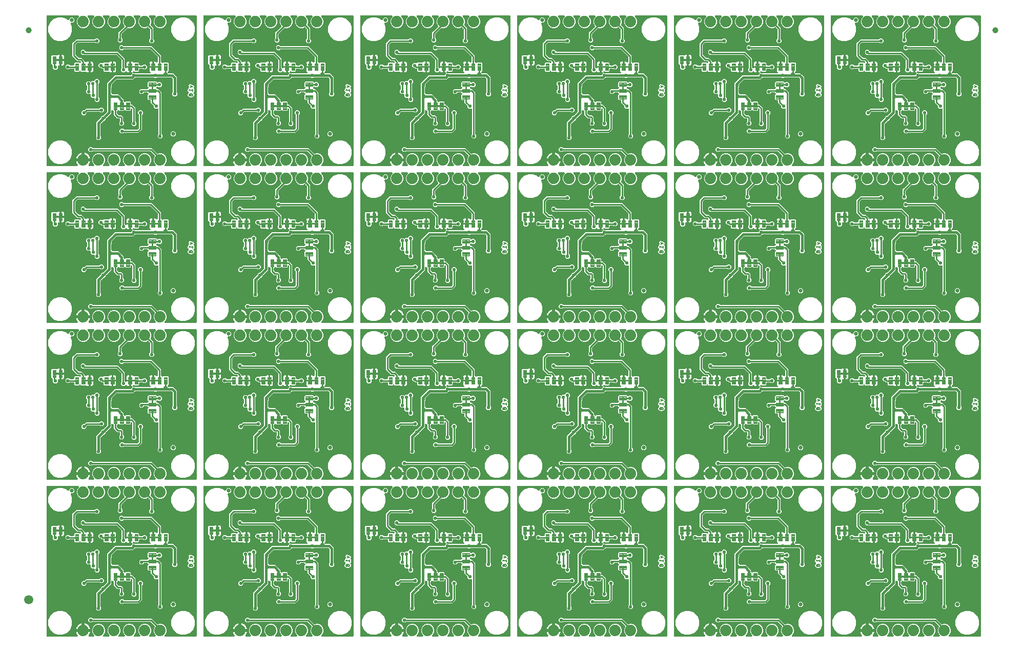
<source format=gbl>
G04 EAGLE Gerber RS-274X export*
G75*
%MOMM*%
%FSLAX34Y34*%
%LPD*%
%INBottom Copper*%
%IPPOS*%
%AMOC8*
5,1,8,0,0,1.08239X$1,22.5*%
G01*
%ADD10C,0.177800*%
%ADD11C,0.099059*%
%ADD12C,1.879600*%
%ADD13C,0.635000*%
%ADD14C,1.000000*%
%ADD15C,1.500000*%
%ADD16C,0.558800*%
%ADD17C,0.254000*%
%ADD18C,0.406400*%

G36*
X53596Y520972D02*
X53596Y520972D01*
X53734Y520985D01*
X53753Y520992D01*
X53773Y520995D01*
X53902Y521046D01*
X54033Y521093D01*
X54050Y521104D01*
X54068Y521112D01*
X54181Y521193D01*
X54296Y521272D01*
X54310Y521287D01*
X54326Y521298D01*
X54415Y521406D01*
X54507Y521510D01*
X54516Y521528D01*
X54529Y521543D01*
X54588Y521669D01*
X54651Y521794D01*
X54656Y521813D01*
X54664Y521831D01*
X54690Y521968D01*
X54721Y522104D01*
X54720Y522124D01*
X54724Y522143D01*
X54715Y522282D01*
X54711Y522422D01*
X54705Y522441D01*
X54704Y522461D01*
X54661Y522593D01*
X54622Y522727D01*
X54612Y522744D01*
X54606Y522763D01*
X54531Y522881D01*
X54461Y523001D01*
X54442Y523022D01*
X54436Y523032D01*
X54421Y523046D01*
X54416Y523052D01*
X53289Y524603D01*
X52436Y526277D01*
X51855Y528064D01*
X51815Y528321D01*
X62230Y528321D01*
X62348Y528336D01*
X62467Y528343D01*
X62505Y528356D01*
X62545Y528361D01*
X62656Y528404D01*
X62769Y528441D01*
X62803Y528463D01*
X62841Y528478D01*
X62937Y528548D01*
X63038Y528611D01*
X63066Y528641D01*
X63098Y528664D01*
X63174Y528756D01*
X63256Y528843D01*
X63275Y528878D01*
X63301Y528909D01*
X63352Y529017D01*
X63409Y529121D01*
X63420Y529161D01*
X63437Y529197D01*
X63459Y529314D01*
X63489Y529429D01*
X63493Y529490D01*
X63497Y529510D01*
X63495Y529530D01*
X63499Y529590D01*
X63499Y530861D01*
X63501Y530861D01*
X63501Y529590D01*
X63516Y529472D01*
X63523Y529353D01*
X63536Y529315D01*
X63541Y529274D01*
X63585Y529164D01*
X63621Y529051D01*
X63643Y529016D01*
X63658Y528979D01*
X63728Y528883D01*
X63791Y528782D01*
X63821Y528754D01*
X63845Y528721D01*
X63936Y528646D01*
X64023Y528564D01*
X64058Y528544D01*
X64090Y528519D01*
X64197Y528468D01*
X64302Y528410D01*
X64341Y528400D01*
X64377Y528383D01*
X64494Y528361D01*
X64609Y528331D01*
X64670Y528327D01*
X64690Y528323D01*
X64710Y528325D01*
X64770Y528321D01*
X75185Y528321D01*
X75145Y528064D01*
X74564Y526277D01*
X73711Y524603D01*
X72548Y523002D01*
X72539Y522986D01*
X72471Y522905D01*
X72463Y522886D01*
X72451Y522871D01*
X72395Y522743D01*
X72336Y522617D01*
X72332Y522597D01*
X72324Y522579D01*
X72302Y522441D01*
X72276Y522304D01*
X72277Y522285D01*
X72274Y522265D01*
X72287Y522126D01*
X72296Y521987D01*
X72302Y521968D01*
X72304Y521948D01*
X72351Y521817D01*
X72394Y521685D01*
X72405Y521668D01*
X72411Y521649D01*
X72489Y521534D01*
X72564Y521416D01*
X72579Y521402D01*
X72590Y521386D01*
X72694Y521294D01*
X72796Y521198D01*
X72813Y521188D01*
X72828Y521175D01*
X72952Y521112D01*
X73074Y521044D01*
X73094Y521039D01*
X73111Y521030D01*
X73247Y521000D01*
X73382Y520965D01*
X73410Y520963D01*
X73422Y520961D01*
X73442Y520961D01*
X73543Y520955D01*
X80653Y520955D01*
X80791Y520972D01*
X80930Y520985D01*
X80949Y520992D01*
X80969Y520995D01*
X81098Y521046D01*
X81229Y521093D01*
X81246Y521104D01*
X81264Y521112D01*
X81377Y521193D01*
X81492Y521271D01*
X81505Y521287D01*
X81522Y521298D01*
X81611Y521406D01*
X81702Y521510D01*
X81712Y521528D01*
X81725Y521543D01*
X81784Y521669D01*
X81847Y521793D01*
X81851Y521813D01*
X81860Y521831D01*
X81886Y521968D01*
X81917Y522103D01*
X81916Y522124D01*
X81920Y522143D01*
X81911Y522282D01*
X81907Y522421D01*
X81901Y522441D01*
X81900Y522461D01*
X81857Y522593D01*
X81819Y522727D01*
X81808Y522744D01*
X81802Y522763D01*
X81727Y522881D01*
X81657Y523001D01*
X81639Y523022D01*
X81632Y523032D01*
X81617Y523046D01*
X81551Y523121D01*
X79855Y524817D01*
X78231Y528738D01*
X78231Y532982D01*
X79855Y536903D01*
X82857Y539905D01*
X86778Y541529D01*
X91022Y541529D01*
X94943Y539905D01*
X97945Y536903D01*
X99569Y532982D01*
X99569Y528738D01*
X97945Y524817D01*
X96249Y523121D01*
X96164Y523012D01*
X96075Y522905D01*
X96067Y522886D01*
X96054Y522870D01*
X95999Y522742D01*
X95940Y522617D01*
X95936Y522597D01*
X95928Y522578D01*
X95906Y522440D01*
X95880Y522304D01*
X95881Y522284D01*
X95878Y522264D01*
X95891Y522125D01*
X95900Y521987D01*
X95906Y521968D01*
X95908Y521948D01*
X95955Y521816D01*
X95998Y521685D01*
X96009Y521667D01*
X96016Y521648D01*
X96094Y521533D01*
X96168Y521416D01*
X96183Y521402D01*
X96194Y521385D01*
X96298Y521293D01*
X96400Y521198D01*
X96417Y521188D01*
X96433Y521175D01*
X96557Y521111D01*
X96678Y521044D01*
X96698Y521039D01*
X96716Y521030D01*
X96852Y521000D01*
X96986Y520965D01*
X97014Y520963D01*
X97026Y520960D01*
X97047Y520961D01*
X97147Y520955D01*
X106053Y520955D01*
X106191Y520972D01*
X106330Y520985D01*
X106349Y520992D01*
X106369Y520995D01*
X106498Y521046D01*
X106629Y521093D01*
X106646Y521104D01*
X106664Y521112D01*
X106777Y521193D01*
X106892Y521271D01*
X106905Y521287D01*
X106922Y521298D01*
X107011Y521406D01*
X107102Y521510D01*
X107112Y521528D01*
X107125Y521543D01*
X107184Y521669D01*
X107247Y521793D01*
X107251Y521813D01*
X107260Y521831D01*
X107286Y521968D01*
X107317Y522103D01*
X107316Y522124D01*
X107320Y522143D01*
X107311Y522282D01*
X107307Y522421D01*
X107301Y522441D01*
X107300Y522461D01*
X107257Y522593D01*
X107219Y522727D01*
X107208Y522744D01*
X107202Y522763D01*
X107127Y522881D01*
X107057Y523001D01*
X107039Y523022D01*
X107032Y523032D01*
X107017Y523046D01*
X106951Y523121D01*
X105255Y524817D01*
X103631Y528738D01*
X103631Y532982D01*
X105255Y536903D01*
X108257Y539905D01*
X112178Y541529D01*
X116422Y541529D01*
X120343Y539905D01*
X123345Y536903D01*
X124969Y532982D01*
X124969Y528738D01*
X123345Y524817D01*
X121649Y523121D01*
X121564Y523012D01*
X121475Y522905D01*
X121467Y522886D01*
X121454Y522870D01*
X121399Y522742D01*
X121340Y522617D01*
X121336Y522597D01*
X121328Y522578D01*
X121306Y522440D01*
X121280Y522304D01*
X121281Y522284D01*
X121278Y522264D01*
X121291Y522125D01*
X121300Y521987D01*
X121306Y521968D01*
X121308Y521948D01*
X121355Y521816D01*
X121398Y521685D01*
X121409Y521667D01*
X121416Y521648D01*
X121494Y521533D01*
X121568Y521416D01*
X121583Y521402D01*
X121594Y521385D01*
X121698Y521293D01*
X121800Y521198D01*
X121817Y521188D01*
X121833Y521175D01*
X121957Y521111D01*
X122078Y521044D01*
X122098Y521039D01*
X122116Y521030D01*
X122252Y521000D01*
X122386Y520965D01*
X122414Y520963D01*
X122426Y520960D01*
X122447Y520961D01*
X122547Y520955D01*
X131453Y520955D01*
X131591Y520972D01*
X131730Y520985D01*
X131749Y520992D01*
X131769Y520995D01*
X131898Y521046D01*
X132029Y521093D01*
X132046Y521104D01*
X132064Y521112D01*
X132177Y521193D01*
X132292Y521271D01*
X132305Y521287D01*
X132322Y521298D01*
X132411Y521406D01*
X132502Y521510D01*
X132512Y521528D01*
X132525Y521543D01*
X132584Y521669D01*
X132647Y521793D01*
X132651Y521813D01*
X132660Y521831D01*
X132686Y521968D01*
X132717Y522103D01*
X132716Y522124D01*
X132720Y522143D01*
X132711Y522282D01*
X132707Y522421D01*
X132701Y522441D01*
X132700Y522461D01*
X132657Y522593D01*
X132619Y522727D01*
X132608Y522744D01*
X132602Y522763D01*
X132527Y522881D01*
X132457Y523001D01*
X132439Y523022D01*
X132432Y523032D01*
X132417Y523046D01*
X132351Y523121D01*
X130655Y524817D01*
X129031Y528738D01*
X129031Y532982D01*
X130655Y536903D01*
X133657Y539905D01*
X137578Y541529D01*
X141822Y541529D01*
X145743Y539905D01*
X148745Y536903D01*
X150369Y532982D01*
X150369Y528738D01*
X148745Y524817D01*
X147049Y523121D01*
X146964Y523012D01*
X146875Y522905D01*
X146867Y522886D01*
X146854Y522870D01*
X146799Y522742D01*
X146740Y522617D01*
X146736Y522597D01*
X146728Y522578D01*
X146706Y522440D01*
X146680Y522304D01*
X146681Y522284D01*
X146678Y522264D01*
X146691Y522125D01*
X146700Y521987D01*
X146706Y521968D01*
X146708Y521948D01*
X146755Y521816D01*
X146798Y521685D01*
X146809Y521667D01*
X146816Y521648D01*
X146894Y521533D01*
X146968Y521416D01*
X146983Y521402D01*
X146994Y521385D01*
X147098Y521293D01*
X147200Y521198D01*
X147217Y521188D01*
X147233Y521175D01*
X147357Y521111D01*
X147478Y521044D01*
X147498Y521039D01*
X147516Y521030D01*
X147652Y521000D01*
X147786Y520965D01*
X147814Y520963D01*
X147826Y520960D01*
X147847Y520961D01*
X147947Y520955D01*
X156853Y520955D01*
X156991Y520972D01*
X157130Y520985D01*
X157149Y520992D01*
X157169Y520995D01*
X157298Y521046D01*
X157429Y521093D01*
X157446Y521104D01*
X157464Y521112D01*
X157577Y521193D01*
X157692Y521271D01*
X157705Y521287D01*
X157722Y521298D01*
X157811Y521406D01*
X157902Y521510D01*
X157912Y521528D01*
X157925Y521543D01*
X157984Y521669D01*
X158047Y521793D01*
X158051Y521813D01*
X158060Y521831D01*
X158086Y521968D01*
X158117Y522103D01*
X158116Y522124D01*
X158120Y522143D01*
X158111Y522282D01*
X158107Y522421D01*
X158101Y522441D01*
X158100Y522461D01*
X158057Y522593D01*
X158019Y522727D01*
X158008Y522744D01*
X158002Y522763D01*
X157927Y522881D01*
X157857Y523001D01*
X157839Y523022D01*
X157832Y523032D01*
X157817Y523046D01*
X157751Y523121D01*
X156055Y524817D01*
X154431Y528738D01*
X154431Y532982D01*
X156055Y536903D01*
X159057Y539905D01*
X162978Y541529D01*
X167222Y541529D01*
X171143Y539905D01*
X174145Y536903D01*
X175769Y532982D01*
X175769Y528738D01*
X174145Y524817D01*
X172449Y523121D01*
X172364Y523012D01*
X172275Y522905D01*
X172267Y522886D01*
X172254Y522870D01*
X172199Y522742D01*
X172140Y522617D01*
X172136Y522597D01*
X172128Y522578D01*
X172106Y522440D01*
X172080Y522304D01*
X172081Y522284D01*
X172078Y522264D01*
X172091Y522125D01*
X172100Y521987D01*
X172106Y521968D01*
X172108Y521948D01*
X172155Y521816D01*
X172198Y521685D01*
X172209Y521667D01*
X172216Y521648D01*
X172294Y521533D01*
X172368Y521416D01*
X172383Y521402D01*
X172394Y521385D01*
X172498Y521293D01*
X172600Y521198D01*
X172617Y521188D01*
X172633Y521175D01*
X172757Y521111D01*
X172878Y521044D01*
X172898Y521039D01*
X172916Y521030D01*
X173052Y521000D01*
X173186Y520965D01*
X173214Y520963D01*
X173226Y520960D01*
X173247Y520961D01*
X173347Y520955D01*
X182253Y520955D01*
X182391Y520972D01*
X182530Y520985D01*
X182549Y520992D01*
X182569Y520995D01*
X182698Y521046D01*
X182829Y521093D01*
X182846Y521104D01*
X182864Y521112D01*
X182977Y521193D01*
X183092Y521271D01*
X183105Y521287D01*
X183122Y521298D01*
X183211Y521406D01*
X183302Y521510D01*
X183312Y521528D01*
X183325Y521543D01*
X183384Y521669D01*
X183447Y521793D01*
X183451Y521813D01*
X183460Y521831D01*
X183486Y521968D01*
X183517Y522103D01*
X183516Y522124D01*
X183520Y522143D01*
X183511Y522282D01*
X183507Y522421D01*
X183501Y522441D01*
X183500Y522461D01*
X183457Y522593D01*
X183419Y522727D01*
X183408Y522744D01*
X183402Y522763D01*
X183327Y522881D01*
X183257Y523001D01*
X183239Y523022D01*
X183232Y523032D01*
X183217Y523046D01*
X183151Y523121D01*
X181455Y524817D01*
X179831Y528738D01*
X179831Y532982D01*
X181455Y536903D01*
X181532Y536980D01*
X181605Y537074D01*
X181684Y537163D01*
X181702Y537199D01*
X181727Y537231D01*
X181774Y537340D01*
X181828Y537446D01*
X181837Y537486D01*
X181853Y537523D01*
X181872Y537640D01*
X181898Y537757D01*
X181897Y537797D01*
X181903Y537837D01*
X181892Y537955D01*
X181888Y538075D01*
X181877Y538113D01*
X181873Y538154D01*
X181833Y538266D01*
X181800Y538380D01*
X181779Y538415D01*
X181766Y538453D01*
X181699Y538552D01*
X181638Y538654D01*
X181599Y538699D01*
X181587Y538716D01*
X181572Y538730D01*
X181532Y538775D01*
X175087Y545220D01*
X175009Y545280D01*
X174937Y545348D01*
X174884Y545377D01*
X174836Y545414D01*
X174745Y545454D01*
X174658Y545502D01*
X174600Y545517D01*
X174544Y545541D01*
X174446Y545556D01*
X174351Y545581D01*
X174250Y545587D01*
X174230Y545591D01*
X174218Y545589D01*
X174190Y545591D01*
X79679Y545591D01*
X79581Y545579D01*
X79482Y545576D01*
X79424Y545559D01*
X79364Y545551D01*
X79272Y545515D01*
X79177Y545487D01*
X79125Y545457D01*
X79068Y545434D01*
X78988Y545376D01*
X78903Y545326D01*
X78827Y545260D01*
X78811Y545248D01*
X78803Y545238D01*
X78782Y545220D01*
X77630Y544067D01*
X74262Y544067D01*
X71881Y546448D01*
X71881Y549816D01*
X74262Y552197D01*
X77630Y552197D01*
X78782Y551044D01*
X78860Y550984D01*
X78932Y550916D01*
X78985Y550887D01*
X79033Y550850D01*
X79124Y550810D01*
X79211Y550762D01*
X79269Y550747D01*
X79325Y550723D01*
X79423Y550708D01*
X79519Y550683D01*
X79619Y550677D01*
X79639Y550673D01*
X79651Y550675D01*
X79679Y550673D01*
X176820Y550673D01*
X186072Y541422D01*
X186095Y541403D01*
X186114Y541381D01*
X186220Y541306D01*
X186323Y541227D01*
X186350Y541215D01*
X186374Y541198D01*
X186495Y541152D01*
X186615Y541100D01*
X186644Y541096D01*
X186672Y541085D01*
X186800Y541071D01*
X186929Y541050D01*
X186958Y541053D01*
X186988Y541050D01*
X187116Y541068D01*
X187245Y541080D01*
X187273Y541090D01*
X187303Y541094D01*
X187455Y541146D01*
X188378Y541529D01*
X192622Y541529D01*
X196543Y539905D01*
X199545Y536903D01*
X201169Y532982D01*
X201169Y528738D01*
X199545Y524817D01*
X197849Y523121D01*
X197764Y523012D01*
X197675Y522905D01*
X197667Y522886D01*
X197654Y522870D01*
X197599Y522742D01*
X197540Y522617D01*
X197536Y522597D01*
X197528Y522578D01*
X197506Y522440D01*
X197480Y522304D01*
X197481Y522284D01*
X197478Y522264D01*
X197491Y522125D01*
X197500Y521987D01*
X197506Y521968D01*
X197508Y521948D01*
X197555Y521816D01*
X197598Y521685D01*
X197609Y521667D01*
X197616Y521648D01*
X197694Y521533D01*
X197768Y521416D01*
X197783Y521402D01*
X197794Y521385D01*
X197898Y521293D01*
X198000Y521198D01*
X198017Y521188D01*
X198033Y521175D01*
X198157Y521111D01*
X198278Y521044D01*
X198298Y521039D01*
X198316Y521030D01*
X198452Y521000D01*
X198586Y520965D01*
X198614Y520963D01*
X198626Y520960D01*
X198647Y520961D01*
X198747Y520955D01*
X249936Y520955D01*
X250054Y520970D01*
X250173Y520977D01*
X250211Y520990D01*
X250252Y520995D01*
X250362Y521038D01*
X250475Y521075D01*
X250510Y521097D01*
X250547Y521112D01*
X250643Y521181D01*
X250744Y521245D01*
X250772Y521275D01*
X250805Y521298D01*
X250881Y521390D01*
X250962Y521477D01*
X250982Y521512D01*
X251007Y521543D01*
X251058Y521651D01*
X251116Y521755D01*
X251126Y521795D01*
X251143Y521831D01*
X251165Y521948D01*
X251195Y522063D01*
X251199Y522123D01*
X251203Y522143D01*
X251201Y522164D01*
X251205Y522224D01*
X251205Y768096D01*
X251190Y768214D01*
X251183Y768333D01*
X251170Y768371D01*
X251165Y768412D01*
X251122Y768522D01*
X251085Y768635D01*
X251063Y768670D01*
X251048Y768707D01*
X250979Y768803D01*
X250915Y768904D01*
X250885Y768932D01*
X250862Y768965D01*
X250770Y769041D01*
X250683Y769122D01*
X250648Y769142D01*
X250617Y769167D01*
X250509Y769218D01*
X250405Y769276D01*
X250365Y769286D01*
X250329Y769303D01*
X250212Y769325D01*
X250097Y769355D01*
X250037Y769359D01*
X250017Y769363D01*
X249996Y769361D01*
X249936Y769365D01*
X198747Y769365D01*
X198609Y769348D01*
X198470Y769335D01*
X198451Y769328D01*
X198431Y769325D01*
X198302Y769274D01*
X198171Y769227D01*
X198154Y769216D01*
X198136Y769208D01*
X198023Y769127D01*
X197908Y769049D01*
X197895Y769033D01*
X197878Y769022D01*
X197789Y768914D01*
X197698Y768810D01*
X197688Y768792D01*
X197675Y768777D01*
X197616Y768651D01*
X197553Y768527D01*
X197549Y768507D01*
X197540Y768489D01*
X197514Y768352D01*
X197483Y768217D01*
X197484Y768196D01*
X197480Y768177D01*
X197489Y768038D01*
X197493Y767899D01*
X197499Y767879D01*
X197500Y767859D01*
X197543Y767727D01*
X197581Y767593D01*
X197592Y767576D01*
X197598Y767557D01*
X197673Y767439D01*
X197743Y767319D01*
X197761Y767298D01*
X197768Y767288D01*
X197783Y767274D01*
X197849Y767199D01*
X199545Y765503D01*
X201169Y761582D01*
X201169Y757338D01*
X199545Y753417D01*
X196543Y750415D01*
X192622Y748791D01*
X188378Y748791D01*
X184457Y750415D01*
X181455Y753417D01*
X179831Y757338D01*
X179831Y761582D01*
X181455Y765503D01*
X183151Y767199D01*
X183236Y767308D01*
X183325Y767415D01*
X183333Y767434D01*
X183346Y767450D01*
X183401Y767578D01*
X183460Y767703D01*
X183464Y767723D01*
X183472Y767742D01*
X183494Y767880D01*
X183520Y768016D01*
X183519Y768036D01*
X183522Y768056D01*
X183509Y768195D01*
X183500Y768333D01*
X183494Y768352D01*
X183492Y768372D01*
X183445Y768504D01*
X183402Y768635D01*
X183391Y768653D01*
X183384Y768672D01*
X183306Y768787D01*
X183232Y768904D01*
X183217Y768918D01*
X183206Y768935D01*
X183102Y769027D01*
X183000Y769122D01*
X182983Y769132D01*
X182967Y769145D01*
X182843Y769209D01*
X182722Y769276D01*
X182702Y769281D01*
X182684Y769290D01*
X182548Y769320D01*
X182414Y769355D01*
X182386Y769357D01*
X182374Y769360D01*
X182353Y769359D01*
X182253Y769365D01*
X173347Y769365D01*
X173209Y769348D01*
X173070Y769335D01*
X173051Y769328D01*
X173031Y769325D01*
X172902Y769274D01*
X172771Y769227D01*
X172754Y769216D01*
X172736Y769208D01*
X172623Y769127D01*
X172508Y769049D01*
X172495Y769033D01*
X172478Y769022D01*
X172389Y768914D01*
X172298Y768810D01*
X172288Y768792D01*
X172275Y768777D01*
X172216Y768651D01*
X172153Y768527D01*
X172149Y768507D01*
X172140Y768489D01*
X172114Y768352D01*
X172083Y768217D01*
X172084Y768196D01*
X172080Y768177D01*
X172089Y768038D01*
X172093Y767899D01*
X172099Y767879D01*
X172100Y767859D01*
X172143Y767727D01*
X172181Y767593D01*
X172192Y767576D01*
X172198Y767557D01*
X172273Y767439D01*
X172343Y767319D01*
X172361Y767298D01*
X172368Y767288D01*
X172383Y767274D01*
X172449Y767199D01*
X174145Y765503D01*
X175769Y761582D01*
X175769Y757338D01*
X174642Y754619D01*
X174635Y754590D01*
X174621Y754564D01*
X174593Y754437D01*
X174559Y754312D01*
X174558Y754283D01*
X174552Y754254D01*
X174556Y754124D01*
X174553Y753994D01*
X174560Y753965D01*
X174561Y753936D01*
X174597Y753811D01*
X174628Y753685D01*
X174641Y753659D01*
X174650Y753630D01*
X174716Y753518D01*
X174776Y753404D01*
X174796Y753382D01*
X174811Y753356D01*
X174918Y753236D01*
X177211Y750942D01*
X179071Y749082D01*
X179071Y731443D01*
X179083Y731345D01*
X179086Y731246D01*
X179103Y731188D01*
X179111Y731128D01*
X179147Y731036D01*
X179175Y730941D01*
X179205Y730889D01*
X179228Y730832D01*
X179286Y730752D01*
X179336Y730667D01*
X179402Y730591D01*
X179414Y730575D01*
X179424Y730567D01*
X179442Y730546D01*
X180595Y729394D01*
X180595Y726026D01*
X178214Y723645D01*
X174846Y723645D01*
X172465Y726026D01*
X172465Y729394D01*
X173618Y730546D01*
X173678Y730624D01*
X173746Y730696D01*
X173775Y730749D01*
X173812Y730797D01*
X173852Y730888D01*
X173900Y730975D01*
X173915Y731033D01*
X173939Y731089D01*
X173954Y731187D01*
X173979Y731283D01*
X173985Y731383D01*
X173989Y731403D01*
X173987Y731415D01*
X173989Y731443D01*
X173989Y746452D01*
X173977Y746550D01*
X173974Y746649D01*
X173957Y746707D01*
X173949Y746767D01*
X173913Y746859D01*
X173885Y746955D01*
X173855Y747007D01*
X173832Y747063D01*
X173774Y747143D01*
X173724Y747229D01*
X173658Y747304D01*
X173646Y747320D01*
X173636Y747328D01*
X173618Y747349D01*
X171324Y749642D01*
X171301Y749661D01*
X171282Y749683D01*
X171176Y749758D01*
X171073Y749837D01*
X171046Y749849D01*
X171022Y749866D01*
X170901Y749912D01*
X170781Y749964D01*
X170752Y749968D01*
X170725Y749979D01*
X170596Y749993D01*
X170467Y750014D01*
X170438Y750011D01*
X170408Y750014D01*
X170280Y749996D01*
X170151Y749984D01*
X170123Y749974D01*
X170094Y749970D01*
X169941Y749918D01*
X167222Y748791D01*
X162978Y748791D01*
X159057Y750415D01*
X156055Y753417D01*
X154431Y757338D01*
X154431Y761582D01*
X156055Y765503D01*
X157751Y767199D01*
X157836Y767308D01*
X157925Y767415D01*
X157933Y767434D01*
X157946Y767450D01*
X158001Y767578D01*
X158060Y767703D01*
X158064Y767723D01*
X158072Y767742D01*
X158094Y767880D01*
X158120Y768016D01*
X158119Y768036D01*
X158122Y768056D01*
X158109Y768195D01*
X158100Y768333D01*
X158094Y768352D01*
X158092Y768372D01*
X158045Y768504D01*
X158002Y768635D01*
X157991Y768653D01*
X157984Y768672D01*
X157906Y768787D01*
X157832Y768904D01*
X157817Y768918D01*
X157806Y768935D01*
X157702Y769027D01*
X157600Y769122D01*
X157583Y769132D01*
X157567Y769145D01*
X157443Y769209D01*
X157322Y769276D01*
X157302Y769281D01*
X157284Y769290D01*
X157148Y769320D01*
X157014Y769355D01*
X156986Y769357D01*
X156974Y769360D01*
X156953Y769359D01*
X156853Y769365D01*
X147947Y769365D01*
X147809Y769348D01*
X147670Y769335D01*
X147651Y769328D01*
X147631Y769325D01*
X147502Y769274D01*
X147371Y769227D01*
X147354Y769216D01*
X147336Y769208D01*
X147223Y769127D01*
X147108Y769049D01*
X147095Y769033D01*
X147078Y769022D01*
X146989Y768914D01*
X146898Y768810D01*
X146888Y768792D01*
X146875Y768777D01*
X146816Y768651D01*
X146753Y768527D01*
X146749Y768507D01*
X146740Y768489D01*
X146714Y768352D01*
X146683Y768217D01*
X146684Y768196D01*
X146680Y768177D01*
X146689Y768038D01*
X146693Y767899D01*
X146699Y767879D01*
X146700Y767859D01*
X146743Y767727D01*
X146781Y767593D01*
X146792Y767576D01*
X146798Y767557D01*
X146873Y767439D01*
X146943Y767319D01*
X146961Y767298D01*
X146968Y767288D01*
X146983Y767274D01*
X147049Y767199D01*
X148745Y765503D01*
X150369Y761582D01*
X150369Y757338D01*
X148745Y753417D01*
X145743Y750415D01*
X141822Y748791D01*
X137578Y748791D01*
X137553Y748802D01*
X137525Y748809D01*
X137498Y748823D01*
X137371Y748851D01*
X137246Y748886D01*
X137217Y748886D01*
X137188Y748893D01*
X137058Y748889D01*
X136928Y748891D01*
X136900Y748884D01*
X136870Y748883D01*
X136745Y748847D01*
X136619Y748817D01*
X136593Y748803D01*
X136564Y748794D01*
X136453Y748729D01*
X136338Y748668D01*
X136316Y748648D01*
X136290Y748633D01*
X136170Y748527D01*
X127372Y739729D01*
X127312Y739651D01*
X127244Y739579D01*
X127215Y739526D01*
X127178Y739478D01*
X127138Y739387D01*
X127090Y739300D01*
X127075Y739242D01*
X127051Y739186D01*
X127036Y739088D01*
X127011Y738993D01*
X127005Y738893D01*
X127001Y738872D01*
X127003Y738860D01*
X127001Y738832D01*
X127001Y732713D01*
X127013Y732615D01*
X127016Y732516D01*
X127033Y732458D01*
X127041Y732398D01*
X127077Y732306D01*
X127105Y732211D01*
X127135Y732159D01*
X127158Y732102D01*
X127216Y732022D01*
X127266Y731937D01*
X127332Y731861D01*
X127344Y731845D01*
X127354Y731837D01*
X127372Y731816D01*
X128525Y730664D01*
X128525Y727296D01*
X126144Y724915D01*
X122776Y724915D01*
X120395Y727296D01*
X120395Y730664D01*
X121548Y731816D01*
X121608Y731894D01*
X121676Y731966D01*
X121705Y732019D01*
X121742Y732067D01*
X121782Y732158D01*
X121830Y732245D01*
X121845Y732303D01*
X121869Y732359D01*
X121884Y732457D01*
X121909Y732553D01*
X121915Y732653D01*
X121919Y732673D01*
X121917Y732685D01*
X121919Y732713D01*
X121919Y741462D01*
X123779Y743322D01*
X131367Y750910D01*
X131440Y751004D01*
X131519Y751093D01*
X131537Y751129D01*
X131562Y751161D01*
X131609Y751271D01*
X131663Y751377D01*
X131672Y751416D01*
X131688Y751453D01*
X131707Y751571D01*
X131733Y751687D01*
X131732Y751727D01*
X131738Y751767D01*
X131727Y751886D01*
X131723Y752005D01*
X131712Y752044D01*
X131708Y752084D01*
X131668Y752196D01*
X131635Y752310D01*
X131614Y752345D01*
X131601Y752383D01*
X131534Y752482D01*
X131473Y752584D01*
X131434Y752630D01*
X131422Y752646D01*
X131407Y752660D01*
X131367Y752705D01*
X130655Y753417D01*
X129031Y757338D01*
X129031Y761582D01*
X130655Y765503D01*
X132351Y767199D01*
X132436Y767308D01*
X132525Y767415D01*
X132533Y767434D01*
X132546Y767450D01*
X132601Y767578D01*
X132660Y767703D01*
X132664Y767723D01*
X132672Y767742D01*
X132694Y767880D01*
X132720Y768016D01*
X132719Y768036D01*
X132722Y768056D01*
X132709Y768195D01*
X132700Y768333D01*
X132694Y768352D01*
X132692Y768372D01*
X132645Y768504D01*
X132602Y768635D01*
X132591Y768653D01*
X132584Y768672D01*
X132506Y768787D01*
X132432Y768904D01*
X132417Y768918D01*
X132406Y768935D01*
X132302Y769027D01*
X132200Y769122D01*
X132183Y769132D01*
X132167Y769145D01*
X132043Y769209D01*
X131922Y769276D01*
X131902Y769281D01*
X131884Y769290D01*
X131748Y769320D01*
X131614Y769355D01*
X131586Y769357D01*
X131574Y769360D01*
X131553Y769359D01*
X131453Y769365D01*
X122547Y769365D01*
X122409Y769348D01*
X122270Y769335D01*
X122251Y769328D01*
X122231Y769325D01*
X122102Y769274D01*
X121971Y769227D01*
X121954Y769216D01*
X121936Y769208D01*
X121823Y769127D01*
X121708Y769049D01*
X121695Y769033D01*
X121678Y769022D01*
X121589Y768914D01*
X121498Y768810D01*
X121488Y768792D01*
X121475Y768777D01*
X121416Y768651D01*
X121353Y768527D01*
X121349Y768507D01*
X121340Y768489D01*
X121314Y768352D01*
X121283Y768217D01*
X121284Y768196D01*
X121280Y768177D01*
X121289Y768038D01*
X121293Y767899D01*
X121299Y767879D01*
X121300Y767859D01*
X121343Y767727D01*
X121381Y767593D01*
X121392Y767576D01*
X121398Y767557D01*
X121473Y767439D01*
X121543Y767319D01*
X121561Y767298D01*
X121568Y767288D01*
X121583Y767274D01*
X121649Y767199D01*
X123345Y765503D01*
X124969Y761582D01*
X124969Y757338D01*
X123345Y753417D01*
X120343Y750415D01*
X116422Y748791D01*
X112178Y748791D01*
X108257Y750415D01*
X105255Y753417D01*
X103631Y757338D01*
X103631Y761582D01*
X105255Y765503D01*
X106951Y767199D01*
X107036Y767308D01*
X107125Y767415D01*
X107133Y767434D01*
X107146Y767450D01*
X107201Y767578D01*
X107260Y767703D01*
X107264Y767723D01*
X107272Y767742D01*
X107294Y767880D01*
X107320Y768016D01*
X107319Y768036D01*
X107322Y768056D01*
X107309Y768195D01*
X107300Y768333D01*
X107294Y768352D01*
X107292Y768372D01*
X107245Y768504D01*
X107202Y768635D01*
X107191Y768653D01*
X107184Y768672D01*
X107106Y768787D01*
X107032Y768904D01*
X107017Y768918D01*
X107006Y768935D01*
X106902Y769027D01*
X106800Y769122D01*
X106783Y769132D01*
X106767Y769145D01*
X106643Y769209D01*
X106522Y769276D01*
X106502Y769281D01*
X106484Y769290D01*
X106348Y769320D01*
X106214Y769355D01*
X106186Y769357D01*
X106174Y769360D01*
X106153Y769359D01*
X106053Y769365D01*
X97147Y769365D01*
X97009Y769348D01*
X96870Y769335D01*
X96851Y769328D01*
X96831Y769325D01*
X96702Y769274D01*
X96571Y769227D01*
X96554Y769216D01*
X96536Y769208D01*
X96423Y769127D01*
X96308Y769049D01*
X96295Y769033D01*
X96278Y769022D01*
X96189Y768914D01*
X96098Y768810D01*
X96088Y768792D01*
X96075Y768777D01*
X96016Y768651D01*
X95953Y768527D01*
X95949Y768507D01*
X95940Y768489D01*
X95914Y768352D01*
X95883Y768217D01*
X95884Y768196D01*
X95880Y768177D01*
X95889Y768038D01*
X95893Y767899D01*
X95899Y767879D01*
X95900Y767859D01*
X95943Y767727D01*
X95981Y767593D01*
X95992Y767576D01*
X95998Y767557D01*
X96073Y767439D01*
X96143Y767319D01*
X96161Y767298D01*
X96168Y767288D01*
X96183Y767274D01*
X96249Y767199D01*
X97945Y765503D01*
X99569Y761582D01*
X99569Y757338D01*
X97945Y753417D01*
X94943Y750415D01*
X91022Y748791D01*
X86778Y748791D01*
X82857Y750415D01*
X79855Y753417D01*
X78231Y757338D01*
X78231Y761582D01*
X79855Y765503D01*
X81551Y767199D01*
X81636Y767308D01*
X81725Y767415D01*
X81733Y767434D01*
X81746Y767450D01*
X81801Y767578D01*
X81860Y767703D01*
X81864Y767723D01*
X81872Y767742D01*
X81894Y767880D01*
X81920Y768016D01*
X81919Y768036D01*
X81922Y768056D01*
X81909Y768195D01*
X81900Y768333D01*
X81894Y768352D01*
X81892Y768372D01*
X81845Y768504D01*
X81802Y768635D01*
X81791Y768653D01*
X81784Y768672D01*
X81706Y768787D01*
X81632Y768904D01*
X81617Y768918D01*
X81606Y768935D01*
X81502Y769027D01*
X81400Y769122D01*
X81383Y769132D01*
X81367Y769145D01*
X81243Y769209D01*
X81122Y769276D01*
X81102Y769281D01*
X81084Y769290D01*
X80948Y769320D01*
X80814Y769355D01*
X80786Y769357D01*
X80774Y769360D01*
X80753Y769359D01*
X80653Y769365D01*
X71747Y769365D01*
X71609Y769348D01*
X71470Y769335D01*
X71451Y769328D01*
X71431Y769325D01*
X71302Y769274D01*
X71171Y769227D01*
X71154Y769216D01*
X71136Y769208D01*
X71023Y769127D01*
X70908Y769049D01*
X70895Y769033D01*
X70878Y769022D01*
X70789Y768914D01*
X70698Y768810D01*
X70688Y768792D01*
X70675Y768777D01*
X70616Y768651D01*
X70553Y768527D01*
X70549Y768507D01*
X70540Y768489D01*
X70514Y768352D01*
X70483Y768217D01*
X70484Y768196D01*
X70480Y768177D01*
X70489Y768038D01*
X70493Y767899D01*
X70499Y767879D01*
X70500Y767859D01*
X70543Y767727D01*
X70581Y767593D01*
X70592Y767576D01*
X70598Y767557D01*
X70673Y767439D01*
X70743Y767319D01*
X70761Y767298D01*
X70768Y767288D01*
X70783Y767274D01*
X70849Y767199D01*
X72545Y765503D01*
X74169Y761582D01*
X74169Y757338D01*
X72545Y753417D01*
X69543Y750415D01*
X65622Y748791D01*
X61378Y748791D01*
X57457Y750415D01*
X54455Y753417D01*
X52831Y757338D01*
X52831Y761582D01*
X54455Y765503D01*
X56151Y767199D01*
X56236Y767308D01*
X56325Y767415D01*
X56333Y767434D01*
X56346Y767450D01*
X56401Y767578D01*
X56460Y767703D01*
X56464Y767723D01*
X56472Y767742D01*
X56494Y767880D01*
X56520Y768016D01*
X56519Y768036D01*
X56522Y768056D01*
X56509Y768195D01*
X56500Y768333D01*
X56494Y768352D01*
X56492Y768372D01*
X56445Y768504D01*
X56402Y768635D01*
X56391Y768653D01*
X56384Y768672D01*
X56306Y768787D01*
X56232Y768904D01*
X56217Y768918D01*
X56206Y768935D01*
X56102Y769027D01*
X56000Y769122D01*
X55983Y769132D01*
X55967Y769145D01*
X55843Y769209D01*
X55722Y769276D01*
X55702Y769281D01*
X55684Y769290D01*
X55548Y769320D01*
X55414Y769355D01*
X55386Y769357D01*
X55374Y769360D01*
X55353Y769359D01*
X55253Y769365D01*
X4064Y769365D01*
X3946Y769350D01*
X3827Y769343D01*
X3789Y769330D01*
X3748Y769325D01*
X3638Y769282D01*
X3525Y769245D01*
X3490Y769223D01*
X3453Y769208D01*
X3357Y769139D01*
X3256Y769075D01*
X3228Y769045D01*
X3195Y769022D01*
X3119Y768930D01*
X3038Y768843D01*
X3018Y768808D01*
X2993Y768777D01*
X2942Y768669D01*
X2884Y768565D01*
X2874Y768525D01*
X2857Y768489D01*
X2835Y768372D01*
X2805Y768257D01*
X2801Y768197D01*
X2797Y768177D01*
X2799Y768156D01*
X2795Y768096D01*
X2795Y522224D01*
X2810Y522106D01*
X2817Y521987D01*
X2830Y521949D01*
X2835Y521908D01*
X2878Y521798D01*
X2915Y521685D01*
X2937Y521650D01*
X2952Y521613D01*
X3021Y521517D01*
X3085Y521416D01*
X3115Y521388D01*
X3138Y521355D01*
X3230Y521279D01*
X3317Y521198D01*
X3352Y521178D01*
X3383Y521153D01*
X3491Y521102D01*
X3595Y521044D01*
X3635Y521034D01*
X3671Y521017D01*
X3788Y520995D01*
X3903Y520965D01*
X3963Y520961D01*
X3983Y520957D01*
X4004Y520959D01*
X4064Y520955D01*
X53457Y520955D01*
X53596Y520972D01*
G37*
G36*
X53596Y261892D02*
X53596Y261892D01*
X53734Y261905D01*
X53753Y261912D01*
X53773Y261915D01*
X53902Y261966D01*
X54033Y262013D01*
X54050Y262024D01*
X54068Y262032D01*
X54181Y262113D01*
X54296Y262192D01*
X54310Y262207D01*
X54326Y262218D01*
X54415Y262326D01*
X54507Y262430D01*
X54516Y262448D01*
X54529Y262463D01*
X54588Y262589D01*
X54651Y262714D01*
X54656Y262733D01*
X54664Y262751D01*
X54690Y262888D01*
X54721Y263024D01*
X54720Y263044D01*
X54724Y263063D01*
X54715Y263202D01*
X54711Y263342D01*
X54705Y263361D01*
X54704Y263381D01*
X54661Y263513D01*
X54622Y263647D01*
X54612Y263664D01*
X54606Y263683D01*
X54531Y263801D01*
X54461Y263921D01*
X54442Y263942D01*
X54436Y263952D01*
X54421Y263966D01*
X54416Y263972D01*
X53289Y265523D01*
X52436Y267197D01*
X51855Y268984D01*
X51815Y269241D01*
X62230Y269241D01*
X62348Y269256D01*
X62467Y269263D01*
X62505Y269276D01*
X62545Y269281D01*
X62656Y269324D01*
X62769Y269361D01*
X62803Y269383D01*
X62841Y269398D01*
X62937Y269468D01*
X63038Y269531D01*
X63066Y269561D01*
X63098Y269584D01*
X63174Y269676D01*
X63256Y269763D01*
X63275Y269798D01*
X63301Y269829D01*
X63352Y269937D01*
X63409Y270041D01*
X63420Y270081D01*
X63437Y270117D01*
X63459Y270234D01*
X63489Y270349D01*
X63493Y270410D01*
X63497Y270430D01*
X63495Y270450D01*
X63499Y270510D01*
X63499Y271781D01*
X63501Y271781D01*
X63501Y270510D01*
X63516Y270392D01*
X63523Y270273D01*
X63536Y270235D01*
X63541Y270194D01*
X63585Y270084D01*
X63621Y269971D01*
X63643Y269936D01*
X63658Y269899D01*
X63728Y269803D01*
X63791Y269702D01*
X63821Y269674D01*
X63845Y269641D01*
X63936Y269566D01*
X64023Y269484D01*
X64058Y269464D01*
X64090Y269439D01*
X64197Y269388D01*
X64302Y269330D01*
X64341Y269320D01*
X64377Y269303D01*
X64494Y269281D01*
X64609Y269251D01*
X64670Y269247D01*
X64690Y269243D01*
X64710Y269245D01*
X64770Y269241D01*
X75185Y269241D01*
X75145Y268984D01*
X74564Y267197D01*
X73711Y265523D01*
X72548Y263922D01*
X72539Y263906D01*
X72471Y263825D01*
X72463Y263806D01*
X72451Y263791D01*
X72395Y263663D01*
X72336Y263537D01*
X72332Y263517D01*
X72324Y263499D01*
X72302Y263361D01*
X72276Y263224D01*
X72277Y263205D01*
X72274Y263185D01*
X72287Y263046D01*
X72296Y262907D01*
X72302Y262888D01*
X72304Y262868D01*
X72351Y262737D01*
X72394Y262605D01*
X72405Y262588D01*
X72411Y262569D01*
X72489Y262454D01*
X72564Y262336D01*
X72579Y262322D01*
X72590Y262306D01*
X72694Y262214D01*
X72796Y262118D01*
X72813Y262108D01*
X72828Y262095D01*
X72952Y262032D01*
X73074Y261964D01*
X73094Y261959D01*
X73111Y261950D01*
X73247Y261920D01*
X73382Y261885D01*
X73410Y261883D01*
X73422Y261881D01*
X73442Y261881D01*
X73543Y261875D01*
X80653Y261875D01*
X80791Y261892D01*
X80930Y261905D01*
X80949Y261912D01*
X80969Y261915D01*
X81098Y261966D01*
X81229Y262013D01*
X81246Y262024D01*
X81264Y262032D01*
X81377Y262113D01*
X81492Y262191D01*
X81505Y262207D01*
X81522Y262218D01*
X81611Y262326D01*
X81702Y262430D01*
X81712Y262448D01*
X81725Y262463D01*
X81784Y262589D01*
X81847Y262713D01*
X81851Y262733D01*
X81860Y262751D01*
X81886Y262888D01*
X81917Y263023D01*
X81916Y263044D01*
X81920Y263063D01*
X81911Y263202D01*
X81907Y263341D01*
X81901Y263361D01*
X81900Y263381D01*
X81857Y263513D01*
X81819Y263647D01*
X81808Y263664D01*
X81802Y263683D01*
X81727Y263801D01*
X81657Y263921D01*
X81639Y263942D01*
X81632Y263952D01*
X81617Y263966D01*
X81551Y264041D01*
X79855Y265737D01*
X78231Y269658D01*
X78231Y273902D01*
X79855Y277823D01*
X82857Y280825D01*
X86778Y282449D01*
X91022Y282449D01*
X94943Y280825D01*
X97945Y277823D01*
X99569Y273902D01*
X99569Y269658D01*
X97945Y265737D01*
X96249Y264041D01*
X96164Y263932D01*
X96075Y263825D01*
X96067Y263806D01*
X96054Y263790D01*
X95999Y263662D01*
X95940Y263537D01*
X95936Y263517D01*
X95928Y263498D01*
X95906Y263360D01*
X95880Y263224D01*
X95881Y263204D01*
X95878Y263184D01*
X95891Y263045D01*
X95900Y262907D01*
X95906Y262888D01*
X95908Y262868D01*
X95955Y262736D01*
X95998Y262605D01*
X96009Y262587D01*
X96016Y262568D01*
X96094Y262453D01*
X96168Y262336D01*
X96183Y262322D01*
X96194Y262305D01*
X96298Y262213D01*
X96400Y262118D01*
X96417Y262108D01*
X96433Y262095D01*
X96557Y262031D01*
X96678Y261964D01*
X96698Y261959D01*
X96716Y261950D01*
X96852Y261920D01*
X96986Y261885D01*
X97014Y261883D01*
X97026Y261880D01*
X97047Y261881D01*
X97147Y261875D01*
X106053Y261875D01*
X106191Y261892D01*
X106330Y261905D01*
X106349Y261912D01*
X106369Y261915D01*
X106498Y261966D01*
X106629Y262013D01*
X106646Y262024D01*
X106664Y262032D01*
X106777Y262113D01*
X106892Y262191D01*
X106905Y262207D01*
X106922Y262218D01*
X107011Y262326D01*
X107102Y262430D01*
X107112Y262448D01*
X107125Y262463D01*
X107184Y262589D01*
X107247Y262713D01*
X107251Y262733D01*
X107260Y262751D01*
X107286Y262888D01*
X107317Y263023D01*
X107316Y263044D01*
X107320Y263063D01*
X107311Y263202D01*
X107307Y263341D01*
X107301Y263361D01*
X107300Y263381D01*
X107257Y263513D01*
X107219Y263647D01*
X107208Y263664D01*
X107202Y263683D01*
X107127Y263801D01*
X107057Y263921D01*
X107039Y263942D01*
X107032Y263952D01*
X107017Y263966D01*
X106951Y264041D01*
X105255Y265737D01*
X103631Y269658D01*
X103631Y273902D01*
X105255Y277823D01*
X108257Y280825D01*
X112178Y282449D01*
X116422Y282449D01*
X120343Y280825D01*
X123345Y277823D01*
X124969Y273902D01*
X124969Y269658D01*
X123345Y265737D01*
X121649Y264041D01*
X121564Y263932D01*
X121475Y263825D01*
X121467Y263806D01*
X121454Y263790D01*
X121399Y263662D01*
X121340Y263537D01*
X121336Y263517D01*
X121328Y263498D01*
X121306Y263360D01*
X121280Y263224D01*
X121281Y263204D01*
X121278Y263184D01*
X121291Y263045D01*
X121300Y262907D01*
X121306Y262888D01*
X121308Y262868D01*
X121355Y262736D01*
X121398Y262605D01*
X121409Y262587D01*
X121416Y262568D01*
X121494Y262453D01*
X121568Y262336D01*
X121583Y262322D01*
X121594Y262305D01*
X121698Y262213D01*
X121800Y262118D01*
X121817Y262108D01*
X121833Y262095D01*
X121957Y262031D01*
X122078Y261964D01*
X122098Y261959D01*
X122116Y261950D01*
X122252Y261920D01*
X122386Y261885D01*
X122414Y261883D01*
X122426Y261880D01*
X122447Y261881D01*
X122547Y261875D01*
X131453Y261875D01*
X131591Y261892D01*
X131730Y261905D01*
X131749Y261912D01*
X131769Y261915D01*
X131898Y261966D01*
X132029Y262013D01*
X132046Y262024D01*
X132064Y262032D01*
X132177Y262113D01*
X132292Y262191D01*
X132305Y262207D01*
X132322Y262218D01*
X132411Y262326D01*
X132502Y262430D01*
X132512Y262448D01*
X132525Y262463D01*
X132584Y262589D01*
X132647Y262713D01*
X132651Y262733D01*
X132660Y262751D01*
X132686Y262888D01*
X132717Y263023D01*
X132716Y263044D01*
X132720Y263063D01*
X132711Y263202D01*
X132707Y263341D01*
X132701Y263361D01*
X132700Y263381D01*
X132657Y263513D01*
X132619Y263647D01*
X132608Y263664D01*
X132602Y263683D01*
X132527Y263801D01*
X132457Y263921D01*
X132439Y263942D01*
X132432Y263952D01*
X132417Y263966D01*
X132351Y264041D01*
X130655Y265737D01*
X129031Y269658D01*
X129031Y273902D01*
X130655Y277823D01*
X133657Y280825D01*
X137578Y282449D01*
X141822Y282449D01*
X145743Y280825D01*
X148745Y277823D01*
X150369Y273902D01*
X150369Y269658D01*
X148745Y265737D01*
X147049Y264041D01*
X146964Y263932D01*
X146875Y263825D01*
X146867Y263806D01*
X146854Y263790D01*
X146799Y263662D01*
X146740Y263537D01*
X146736Y263517D01*
X146728Y263498D01*
X146706Y263360D01*
X146680Y263224D01*
X146681Y263204D01*
X146678Y263184D01*
X146691Y263045D01*
X146700Y262907D01*
X146706Y262888D01*
X146708Y262868D01*
X146755Y262736D01*
X146798Y262605D01*
X146809Y262587D01*
X146816Y262568D01*
X146894Y262453D01*
X146968Y262336D01*
X146983Y262322D01*
X146994Y262305D01*
X147098Y262213D01*
X147200Y262118D01*
X147217Y262108D01*
X147233Y262095D01*
X147357Y262031D01*
X147478Y261964D01*
X147498Y261959D01*
X147516Y261950D01*
X147652Y261920D01*
X147786Y261885D01*
X147814Y261883D01*
X147826Y261880D01*
X147847Y261881D01*
X147947Y261875D01*
X156853Y261875D01*
X156991Y261892D01*
X157130Y261905D01*
X157149Y261912D01*
X157169Y261915D01*
X157298Y261966D01*
X157429Y262013D01*
X157446Y262024D01*
X157464Y262032D01*
X157577Y262113D01*
X157692Y262191D01*
X157705Y262207D01*
X157722Y262218D01*
X157811Y262326D01*
X157902Y262430D01*
X157912Y262448D01*
X157925Y262463D01*
X157984Y262589D01*
X158047Y262713D01*
X158051Y262733D01*
X158060Y262751D01*
X158086Y262888D01*
X158117Y263023D01*
X158116Y263044D01*
X158120Y263063D01*
X158111Y263202D01*
X158107Y263341D01*
X158101Y263361D01*
X158100Y263381D01*
X158057Y263513D01*
X158019Y263647D01*
X158008Y263664D01*
X158002Y263683D01*
X157927Y263801D01*
X157857Y263921D01*
X157839Y263942D01*
X157832Y263952D01*
X157817Y263966D01*
X157751Y264041D01*
X156055Y265737D01*
X154431Y269658D01*
X154431Y273902D01*
X156055Y277823D01*
X159057Y280825D01*
X162978Y282449D01*
X167222Y282449D01*
X171143Y280825D01*
X174145Y277823D01*
X175769Y273902D01*
X175769Y269658D01*
X174145Y265737D01*
X172449Y264041D01*
X172364Y263932D01*
X172275Y263825D01*
X172267Y263806D01*
X172254Y263790D01*
X172199Y263662D01*
X172140Y263537D01*
X172136Y263517D01*
X172128Y263498D01*
X172106Y263360D01*
X172080Y263224D01*
X172081Y263204D01*
X172078Y263184D01*
X172091Y263045D01*
X172100Y262907D01*
X172106Y262888D01*
X172108Y262868D01*
X172155Y262736D01*
X172198Y262605D01*
X172209Y262587D01*
X172216Y262568D01*
X172294Y262453D01*
X172368Y262336D01*
X172383Y262322D01*
X172394Y262305D01*
X172498Y262213D01*
X172600Y262118D01*
X172617Y262108D01*
X172633Y262095D01*
X172757Y262031D01*
X172878Y261964D01*
X172898Y261959D01*
X172916Y261950D01*
X173052Y261920D01*
X173186Y261885D01*
X173214Y261883D01*
X173226Y261880D01*
X173247Y261881D01*
X173347Y261875D01*
X182253Y261875D01*
X182391Y261892D01*
X182530Y261905D01*
X182549Y261912D01*
X182569Y261915D01*
X182698Y261966D01*
X182829Y262013D01*
X182846Y262024D01*
X182864Y262032D01*
X182977Y262113D01*
X183092Y262191D01*
X183105Y262207D01*
X183122Y262218D01*
X183211Y262326D01*
X183302Y262430D01*
X183312Y262448D01*
X183325Y262463D01*
X183384Y262589D01*
X183447Y262713D01*
X183451Y262733D01*
X183460Y262751D01*
X183486Y262888D01*
X183517Y263023D01*
X183516Y263044D01*
X183520Y263063D01*
X183511Y263202D01*
X183507Y263341D01*
X183501Y263361D01*
X183500Y263381D01*
X183457Y263513D01*
X183419Y263647D01*
X183408Y263664D01*
X183402Y263683D01*
X183327Y263801D01*
X183257Y263921D01*
X183239Y263942D01*
X183232Y263952D01*
X183217Y263966D01*
X183151Y264041D01*
X181455Y265737D01*
X179831Y269658D01*
X179831Y273902D01*
X181455Y277823D01*
X181532Y277900D01*
X181605Y277994D01*
X181684Y278083D01*
X181702Y278119D01*
X181727Y278151D01*
X181774Y278260D01*
X181828Y278366D01*
X181837Y278406D01*
X181853Y278443D01*
X181872Y278560D01*
X181898Y278677D01*
X181897Y278717D01*
X181903Y278757D01*
X181892Y278875D01*
X181888Y278995D01*
X181877Y279033D01*
X181873Y279074D01*
X181833Y279186D01*
X181800Y279300D01*
X181779Y279335D01*
X181766Y279373D01*
X181699Y279472D01*
X181638Y279574D01*
X181599Y279619D01*
X181587Y279636D01*
X181572Y279650D01*
X181532Y279695D01*
X175087Y286140D01*
X175009Y286200D01*
X174937Y286268D01*
X174884Y286297D01*
X174836Y286334D01*
X174745Y286374D01*
X174658Y286422D01*
X174600Y286437D01*
X174544Y286461D01*
X174446Y286476D01*
X174351Y286501D01*
X174250Y286507D01*
X174230Y286511D01*
X174218Y286509D01*
X174190Y286511D01*
X79679Y286511D01*
X79581Y286499D01*
X79482Y286496D01*
X79424Y286479D01*
X79364Y286471D01*
X79272Y286435D01*
X79177Y286407D01*
X79125Y286377D01*
X79068Y286354D01*
X78988Y286296D01*
X78903Y286246D01*
X78827Y286180D01*
X78811Y286168D01*
X78803Y286158D01*
X78782Y286140D01*
X77630Y284987D01*
X74262Y284987D01*
X71881Y287368D01*
X71881Y290736D01*
X74262Y293117D01*
X77630Y293117D01*
X78782Y291964D01*
X78860Y291904D01*
X78932Y291836D01*
X78985Y291807D01*
X79033Y291770D01*
X79124Y291730D01*
X79211Y291682D01*
X79269Y291667D01*
X79325Y291643D01*
X79423Y291628D01*
X79519Y291603D01*
X79619Y291597D01*
X79639Y291593D01*
X79651Y291595D01*
X79679Y291593D01*
X176820Y291593D01*
X186072Y282342D01*
X186095Y282323D01*
X186114Y282301D01*
X186220Y282226D01*
X186323Y282147D01*
X186350Y282135D01*
X186374Y282118D01*
X186495Y282072D01*
X186615Y282020D01*
X186644Y282016D01*
X186672Y282005D01*
X186800Y281991D01*
X186929Y281970D01*
X186958Y281973D01*
X186988Y281970D01*
X187116Y281988D01*
X187245Y282000D01*
X187273Y282010D01*
X187303Y282014D01*
X187455Y282066D01*
X188378Y282449D01*
X192622Y282449D01*
X196543Y280825D01*
X199545Y277823D01*
X201169Y273902D01*
X201169Y269658D01*
X199545Y265737D01*
X197849Y264041D01*
X197764Y263932D01*
X197675Y263825D01*
X197667Y263806D01*
X197654Y263790D01*
X197599Y263662D01*
X197540Y263537D01*
X197536Y263517D01*
X197528Y263498D01*
X197506Y263360D01*
X197480Y263224D01*
X197481Y263204D01*
X197478Y263184D01*
X197491Y263045D01*
X197500Y262907D01*
X197506Y262888D01*
X197508Y262868D01*
X197555Y262736D01*
X197598Y262605D01*
X197609Y262587D01*
X197616Y262568D01*
X197694Y262453D01*
X197768Y262336D01*
X197783Y262322D01*
X197794Y262305D01*
X197898Y262213D01*
X198000Y262118D01*
X198017Y262108D01*
X198033Y262095D01*
X198157Y262031D01*
X198278Y261964D01*
X198298Y261959D01*
X198316Y261950D01*
X198452Y261920D01*
X198586Y261885D01*
X198614Y261883D01*
X198626Y261880D01*
X198647Y261881D01*
X198747Y261875D01*
X249936Y261875D01*
X250054Y261890D01*
X250173Y261897D01*
X250211Y261910D01*
X250252Y261915D01*
X250362Y261958D01*
X250475Y261995D01*
X250510Y262017D01*
X250547Y262032D01*
X250643Y262101D01*
X250744Y262165D01*
X250772Y262195D01*
X250805Y262218D01*
X250881Y262310D01*
X250962Y262397D01*
X250982Y262432D01*
X251007Y262463D01*
X251058Y262571D01*
X251116Y262675D01*
X251126Y262715D01*
X251143Y262751D01*
X251165Y262868D01*
X251195Y262983D01*
X251199Y263043D01*
X251203Y263063D01*
X251201Y263084D01*
X251205Y263144D01*
X251205Y509016D01*
X251190Y509134D01*
X251183Y509253D01*
X251170Y509291D01*
X251165Y509332D01*
X251122Y509442D01*
X251085Y509555D01*
X251063Y509590D01*
X251048Y509627D01*
X250979Y509723D01*
X250915Y509824D01*
X250885Y509852D01*
X250862Y509885D01*
X250770Y509961D01*
X250683Y510042D01*
X250648Y510062D01*
X250617Y510087D01*
X250509Y510138D01*
X250405Y510196D01*
X250365Y510206D01*
X250329Y510223D01*
X250212Y510245D01*
X250097Y510275D01*
X250037Y510279D01*
X250017Y510283D01*
X249996Y510281D01*
X249936Y510285D01*
X198747Y510285D01*
X198609Y510268D01*
X198470Y510255D01*
X198451Y510248D01*
X198431Y510245D01*
X198302Y510194D01*
X198171Y510147D01*
X198154Y510136D01*
X198136Y510128D01*
X198023Y510047D01*
X197908Y509969D01*
X197895Y509953D01*
X197878Y509942D01*
X197789Y509834D01*
X197698Y509730D01*
X197688Y509712D01*
X197675Y509697D01*
X197616Y509571D01*
X197553Y509447D01*
X197549Y509427D01*
X197540Y509409D01*
X197514Y509272D01*
X197483Y509137D01*
X197484Y509116D01*
X197480Y509097D01*
X197489Y508958D01*
X197493Y508819D01*
X197499Y508799D01*
X197500Y508779D01*
X197543Y508647D01*
X197581Y508513D01*
X197592Y508496D01*
X197598Y508477D01*
X197673Y508359D01*
X197743Y508239D01*
X197761Y508218D01*
X197768Y508208D01*
X197783Y508194D01*
X197849Y508119D01*
X199545Y506423D01*
X201169Y502502D01*
X201169Y498258D01*
X199545Y494337D01*
X196543Y491335D01*
X192622Y489711D01*
X188378Y489711D01*
X184457Y491335D01*
X181455Y494337D01*
X179831Y498258D01*
X179831Y502502D01*
X181455Y506423D01*
X183151Y508119D01*
X183236Y508228D01*
X183325Y508335D01*
X183333Y508354D01*
X183346Y508370D01*
X183401Y508498D01*
X183460Y508623D01*
X183464Y508643D01*
X183472Y508662D01*
X183494Y508800D01*
X183520Y508936D01*
X183519Y508956D01*
X183522Y508976D01*
X183509Y509115D01*
X183500Y509253D01*
X183494Y509272D01*
X183492Y509292D01*
X183445Y509424D01*
X183402Y509555D01*
X183391Y509573D01*
X183384Y509592D01*
X183306Y509707D01*
X183232Y509824D01*
X183217Y509838D01*
X183206Y509855D01*
X183102Y509947D01*
X183000Y510042D01*
X182983Y510052D01*
X182967Y510065D01*
X182843Y510129D01*
X182722Y510196D01*
X182702Y510201D01*
X182684Y510210D01*
X182548Y510240D01*
X182414Y510275D01*
X182386Y510277D01*
X182374Y510280D01*
X182353Y510279D01*
X182253Y510285D01*
X173347Y510285D01*
X173209Y510268D01*
X173070Y510255D01*
X173051Y510248D01*
X173031Y510245D01*
X172902Y510194D01*
X172771Y510147D01*
X172754Y510136D01*
X172736Y510128D01*
X172623Y510047D01*
X172508Y509969D01*
X172495Y509953D01*
X172478Y509942D01*
X172389Y509834D01*
X172298Y509730D01*
X172288Y509712D01*
X172275Y509697D01*
X172216Y509571D01*
X172153Y509447D01*
X172149Y509427D01*
X172140Y509409D01*
X172114Y509272D01*
X172083Y509137D01*
X172084Y509116D01*
X172080Y509097D01*
X172089Y508958D01*
X172093Y508819D01*
X172099Y508799D01*
X172100Y508779D01*
X172143Y508647D01*
X172181Y508513D01*
X172192Y508496D01*
X172198Y508477D01*
X172273Y508359D01*
X172343Y508239D01*
X172361Y508218D01*
X172368Y508208D01*
X172383Y508194D01*
X172449Y508119D01*
X174145Y506423D01*
X175769Y502502D01*
X175769Y498258D01*
X174642Y495539D01*
X174635Y495510D01*
X174621Y495484D01*
X174593Y495357D01*
X174559Y495232D01*
X174558Y495203D01*
X174552Y495174D01*
X174556Y495044D01*
X174553Y494914D01*
X174560Y494885D01*
X174561Y494856D01*
X174597Y494731D01*
X174628Y494605D01*
X174641Y494579D01*
X174650Y494550D01*
X174716Y494438D01*
X174776Y494324D01*
X174796Y494302D01*
X174811Y494276D01*
X174918Y494156D01*
X177211Y491862D01*
X179071Y490002D01*
X179071Y472363D01*
X179083Y472265D01*
X179086Y472166D01*
X179103Y472108D01*
X179111Y472048D01*
X179147Y471956D01*
X179175Y471861D01*
X179205Y471809D01*
X179228Y471752D01*
X179286Y471672D01*
X179336Y471587D01*
X179402Y471511D01*
X179414Y471495D01*
X179424Y471487D01*
X179442Y471466D01*
X180595Y470314D01*
X180595Y466946D01*
X178214Y464565D01*
X174846Y464565D01*
X172465Y466946D01*
X172465Y470314D01*
X173618Y471466D01*
X173678Y471544D01*
X173746Y471616D01*
X173775Y471669D01*
X173812Y471717D01*
X173852Y471808D01*
X173900Y471895D01*
X173915Y471953D01*
X173939Y472009D01*
X173954Y472107D01*
X173979Y472203D01*
X173985Y472303D01*
X173989Y472323D01*
X173987Y472335D01*
X173989Y472363D01*
X173989Y487372D01*
X173977Y487470D01*
X173974Y487569D01*
X173957Y487627D01*
X173949Y487687D01*
X173913Y487779D01*
X173885Y487875D01*
X173855Y487927D01*
X173832Y487983D01*
X173774Y488063D01*
X173724Y488149D01*
X173658Y488224D01*
X173646Y488240D01*
X173636Y488248D01*
X173618Y488269D01*
X171324Y490562D01*
X171301Y490581D01*
X171282Y490603D01*
X171176Y490678D01*
X171073Y490757D01*
X171046Y490769D01*
X171022Y490786D01*
X170901Y490832D01*
X170781Y490884D01*
X170752Y490888D01*
X170725Y490899D01*
X170596Y490913D01*
X170467Y490934D01*
X170438Y490931D01*
X170408Y490934D01*
X170280Y490916D01*
X170151Y490904D01*
X170123Y490894D01*
X170094Y490890D01*
X169941Y490838D01*
X167222Y489711D01*
X162978Y489711D01*
X159057Y491335D01*
X156055Y494337D01*
X154431Y498258D01*
X154431Y502502D01*
X156055Y506423D01*
X157751Y508119D01*
X157836Y508228D01*
X157925Y508335D01*
X157933Y508354D01*
X157946Y508370D01*
X158001Y508498D01*
X158060Y508623D01*
X158064Y508643D01*
X158072Y508662D01*
X158094Y508800D01*
X158120Y508936D01*
X158119Y508956D01*
X158122Y508976D01*
X158109Y509115D01*
X158100Y509253D01*
X158094Y509272D01*
X158092Y509292D01*
X158045Y509424D01*
X158002Y509555D01*
X157991Y509573D01*
X157984Y509592D01*
X157906Y509707D01*
X157832Y509824D01*
X157817Y509838D01*
X157806Y509855D01*
X157702Y509947D01*
X157600Y510042D01*
X157583Y510052D01*
X157567Y510065D01*
X157443Y510129D01*
X157322Y510196D01*
X157302Y510201D01*
X157284Y510210D01*
X157148Y510240D01*
X157014Y510275D01*
X156986Y510277D01*
X156974Y510280D01*
X156953Y510279D01*
X156853Y510285D01*
X147947Y510285D01*
X147809Y510268D01*
X147670Y510255D01*
X147651Y510248D01*
X147631Y510245D01*
X147502Y510194D01*
X147371Y510147D01*
X147354Y510136D01*
X147336Y510128D01*
X147223Y510047D01*
X147108Y509969D01*
X147095Y509953D01*
X147078Y509942D01*
X146989Y509834D01*
X146898Y509730D01*
X146888Y509712D01*
X146875Y509697D01*
X146816Y509571D01*
X146753Y509447D01*
X146749Y509427D01*
X146740Y509409D01*
X146714Y509272D01*
X146683Y509137D01*
X146684Y509116D01*
X146680Y509097D01*
X146689Y508958D01*
X146693Y508819D01*
X146699Y508799D01*
X146700Y508779D01*
X146743Y508647D01*
X146781Y508513D01*
X146792Y508496D01*
X146798Y508477D01*
X146873Y508359D01*
X146943Y508239D01*
X146961Y508218D01*
X146968Y508208D01*
X146983Y508194D01*
X147049Y508119D01*
X148745Y506423D01*
X150369Y502502D01*
X150369Y498258D01*
X148745Y494337D01*
X145743Y491335D01*
X141822Y489711D01*
X137578Y489711D01*
X137553Y489722D01*
X137524Y489729D01*
X137498Y489743D01*
X137371Y489771D01*
X137246Y489806D01*
X137217Y489806D01*
X137188Y489812D01*
X137058Y489809D01*
X136928Y489811D01*
X136899Y489804D01*
X136870Y489803D01*
X136745Y489767D01*
X136619Y489736D01*
X136593Y489723D01*
X136564Y489714D01*
X136453Y489649D01*
X136338Y489588D01*
X136316Y489568D01*
X136290Y489553D01*
X136170Y489446D01*
X127372Y480649D01*
X127312Y480571D01*
X127244Y480499D01*
X127215Y480446D01*
X127178Y480398D01*
X127138Y480307D01*
X127090Y480220D01*
X127075Y480162D01*
X127051Y480106D01*
X127036Y480008D01*
X127011Y479913D01*
X127005Y479813D01*
X127001Y479792D01*
X127003Y479780D01*
X127001Y479752D01*
X127001Y473633D01*
X127013Y473535D01*
X127016Y473436D01*
X127033Y473378D01*
X127041Y473318D01*
X127077Y473226D01*
X127105Y473131D01*
X127135Y473079D01*
X127158Y473022D01*
X127216Y472942D01*
X127266Y472857D01*
X127332Y472781D01*
X127344Y472765D01*
X127354Y472757D01*
X127372Y472736D01*
X128525Y471584D01*
X128525Y468216D01*
X126144Y465835D01*
X122776Y465835D01*
X120395Y468216D01*
X120395Y471584D01*
X121548Y472736D01*
X121608Y472814D01*
X121676Y472886D01*
X121705Y472939D01*
X121742Y472987D01*
X121782Y473078D01*
X121830Y473165D01*
X121845Y473223D01*
X121869Y473279D01*
X121884Y473377D01*
X121909Y473473D01*
X121915Y473573D01*
X121919Y473593D01*
X121917Y473605D01*
X121919Y473633D01*
X121919Y482382D01*
X123779Y484242D01*
X131367Y491830D01*
X131440Y491924D01*
X131519Y492013D01*
X131537Y492049D01*
X131562Y492081D01*
X131609Y492191D01*
X131663Y492297D01*
X131672Y492336D01*
X131688Y492373D01*
X131707Y492491D01*
X131733Y492607D01*
X131732Y492647D01*
X131738Y492687D01*
X131727Y492806D01*
X131723Y492925D01*
X131712Y492964D01*
X131708Y493004D01*
X131668Y493116D01*
X131635Y493230D01*
X131614Y493265D01*
X131601Y493303D01*
X131534Y493402D01*
X131473Y493504D01*
X131434Y493550D01*
X131422Y493566D01*
X131407Y493580D01*
X131367Y493625D01*
X130655Y494337D01*
X129031Y498258D01*
X129031Y502502D01*
X130655Y506423D01*
X132351Y508119D01*
X132436Y508228D01*
X132525Y508335D01*
X132533Y508354D01*
X132546Y508370D01*
X132601Y508498D01*
X132660Y508623D01*
X132664Y508643D01*
X132672Y508662D01*
X132694Y508800D01*
X132720Y508936D01*
X132719Y508956D01*
X132722Y508976D01*
X132709Y509115D01*
X132700Y509253D01*
X132694Y509272D01*
X132692Y509292D01*
X132645Y509424D01*
X132602Y509555D01*
X132591Y509573D01*
X132584Y509592D01*
X132506Y509707D01*
X132432Y509824D01*
X132417Y509838D01*
X132406Y509855D01*
X132302Y509947D01*
X132200Y510042D01*
X132183Y510052D01*
X132167Y510065D01*
X132043Y510129D01*
X131922Y510196D01*
X131902Y510201D01*
X131884Y510210D01*
X131748Y510240D01*
X131614Y510275D01*
X131586Y510277D01*
X131574Y510280D01*
X131553Y510279D01*
X131453Y510285D01*
X122547Y510285D01*
X122409Y510268D01*
X122270Y510255D01*
X122251Y510248D01*
X122231Y510245D01*
X122102Y510194D01*
X121971Y510147D01*
X121954Y510136D01*
X121936Y510128D01*
X121823Y510047D01*
X121708Y509969D01*
X121695Y509953D01*
X121678Y509942D01*
X121589Y509834D01*
X121498Y509730D01*
X121488Y509712D01*
X121475Y509697D01*
X121416Y509571D01*
X121353Y509447D01*
X121349Y509427D01*
X121340Y509409D01*
X121314Y509272D01*
X121283Y509137D01*
X121284Y509116D01*
X121280Y509097D01*
X121289Y508958D01*
X121293Y508819D01*
X121299Y508799D01*
X121300Y508779D01*
X121343Y508647D01*
X121381Y508513D01*
X121392Y508496D01*
X121398Y508477D01*
X121473Y508359D01*
X121543Y508239D01*
X121561Y508218D01*
X121568Y508208D01*
X121583Y508194D01*
X121649Y508119D01*
X123345Y506423D01*
X124969Y502502D01*
X124969Y498258D01*
X123345Y494337D01*
X120343Y491335D01*
X116422Y489711D01*
X112178Y489711D01*
X108257Y491335D01*
X105255Y494337D01*
X103631Y498258D01*
X103631Y502502D01*
X105255Y506423D01*
X106951Y508119D01*
X107036Y508228D01*
X107125Y508335D01*
X107133Y508354D01*
X107146Y508370D01*
X107201Y508498D01*
X107260Y508623D01*
X107264Y508643D01*
X107272Y508662D01*
X107294Y508800D01*
X107320Y508936D01*
X107319Y508956D01*
X107322Y508976D01*
X107309Y509115D01*
X107300Y509253D01*
X107294Y509272D01*
X107292Y509292D01*
X107245Y509424D01*
X107202Y509555D01*
X107191Y509573D01*
X107184Y509592D01*
X107106Y509707D01*
X107032Y509824D01*
X107017Y509838D01*
X107006Y509855D01*
X106902Y509947D01*
X106800Y510042D01*
X106783Y510052D01*
X106767Y510065D01*
X106643Y510129D01*
X106522Y510196D01*
X106502Y510201D01*
X106484Y510210D01*
X106348Y510240D01*
X106214Y510275D01*
X106186Y510277D01*
X106174Y510280D01*
X106153Y510279D01*
X106053Y510285D01*
X97147Y510285D01*
X97009Y510268D01*
X96870Y510255D01*
X96851Y510248D01*
X96831Y510245D01*
X96702Y510194D01*
X96571Y510147D01*
X96554Y510136D01*
X96536Y510128D01*
X96423Y510047D01*
X96308Y509969D01*
X96295Y509953D01*
X96278Y509942D01*
X96189Y509834D01*
X96098Y509730D01*
X96088Y509712D01*
X96075Y509697D01*
X96016Y509571D01*
X95953Y509447D01*
X95949Y509427D01*
X95940Y509409D01*
X95914Y509272D01*
X95883Y509137D01*
X95884Y509116D01*
X95880Y509097D01*
X95889Y508958D01*
X95893Y508819D01*
X95899Y508799D01*
X95900Y508779D01*
X95943Y508647D01*
X95981Y508513D01*
X95992Y508496D01*
X95998Y508477D01*
X96073Y508359D01*
X96143Y508239D01*
X96161Y508218D01*
X96168Y508208D01*
X96183Y508194D01*
X96249Y508119D01*
X97945Y506423D01*
X99569Y502502D01*
X99569Y498258D01*
X97945Y494337D01*
X94943Y491335D01*
X91022Y489711D01*
X86778Y489711D01*
X82857Y491335D01*
X79855Y494337D01*
X78231Y498258D01*
X78231Y502502D01*
X79855Y506423D01*
X81551Y508119D01*
X81636Y508228D01*
X81725Y508335D01*
X81733Y508354D01*
X81746Y508370D01*
X81801Y508498D01*
X81860Y508623D01*
X81864Y508643D01*
X81872Y508662D01*
X81894Y508800D01*
X81920Y508936D01*
X81919Y508956D01*
X81922Y508976D01*
X81909Y509115D01*
X81900Y509253D01*
X81894Y509272D01*
X81892Y509292D01*
X81845Y509424D01*
X81802Y509555D01*
X81791Y509573D01*
X81784Y509592D01*
X81706Y509707D01*
X81632Y509824D01*
X81617Y509838D01*
X81606Y509855D01*
X81502Y509947D01*
X81400Y510042D01*
X81383Y510052D01*
X81367Y510065D01*
X81243Y510129D01*
X81122Y510196D01*
X81102Y510201D01*
X81084Y510210D01*
X80948Y510240D01*
X80814Y510275D01*
X80786Y510277D01*
X80774Y510280D01*
X80753Y510279D01*
X80653Y510285D01*
X71747Y510285D01*
X71609Y510268D01*
X71470Y510255D01*
X71451Y510248D01*
X71431Y510245D01*
X71302Y510194D01*
X71171Y510147D01*
X71154Y510136D01*
X71136Y510128D01*
X71023Y510047D01*
X70908Y509969D01*
X70895Y509953D01*
X70878Y509942D01*
X70789Y509834D01*
X70698Y509730D01*
X70688Y509712D01*
X70675Y509697D01*
X70616Y509571D01*
X70553Y509447D01*
X70549Y509427D01*
X70540Y509409D01*
X70514Y509272D01*
X70483Y509137D01*
X70484Y509116D01*
X70480Y509097D01*
X70489Y508958D01*
X70493Y508819D01*
X70499Y508799D01*
X70500Y508779D01*
X70543Y508647D01*
X70581Y508513D01*
X70592Y508496D01*
X70598Y508477D01*
X70673Y508359D01*
X70743Y508239D01*
X70761Y508218D01*
X70768Y508208D01*
X70783Y508194D01*
X70849Y508119D01*
X72545Y506423D01*
X74169Y502502D01*
X74169Y498258D01*
X72545Y494337D01*
X69543Y491335D01*
X65622Y489711D01*
X61378Y489711D01*
X57457Y491335D01*
X54455Y494337D01*
X52831Y498258D01*
X52831Y502502D01*
X54455Y506423D01*
X56151Y508119D01*
X56236Y508228D01*
X56325Y508335D01*
X56333Y508354D01*
X56346Y508370D01*
X56401Y508498D01*
X56460Y508623D01*
X56464Y508643D01*
X56472Y508662D01*
X56494Y508800D01*
X56520Y508936D01*
X56519Y508956D01*
X56522Y508976D01*
X56509Y509115D01*
X56500Y509253D01*
X56494Y509272D01*
X56492Y509292D01*
X56445Y509424D01*
X56402Y509555D01*
X56391Y509573D01*
X56384Y509592D01*
X56306Y509707D01*
X56232Y509824D01*
X56217Y509838D01*
X56206Y509855D01*
X56102Y509947D01*
X56000Y510042D01*
X55983Y510052D01*
X55967Y510065D01*
X55843Y510129D01*
X55722Y510196D01*
X55702Y510201D01*
X55684Y510210D01*
X55548Y510240D01*
X55414Y510275D01*
X55386Y510277D01*
X55374Y510280D01*
X55353Y510279D01*
X55253Y510285D01*
X4064Y510285D01*
X3946Y510270D01*
X3827Y510263D01*
X3789Y510250D01*
X3748Y510245D01*
X3638Y510202D01*
X3525Y510165D01*
X3490Y510143D01*
X3453Y510128D01*
X3357Y510059D01*
X3256Y509995D01*
X3228Y509965D01*
X3195Y509942D01*
X3119Y509850D01*
X3038Y509763D01*
X3018Y509728D01*
X2993Y509697D01*
X2942Y509589D01*
X2884Y509485D01*
X2874Y509445D01*
X2857Y509409D01*
X2835Y509292D01*
X2805Y509177D01*
X2801Y509117D01*
X2797Y509097D01*
X2799Y509076D01*
X2795Y509016D01*
X2795Y263144D01*
X2810Y263026D01*
X2817Y262907D01*
X2830Y262869D01*
X2835Y262828D01*
X2878Y262718D01*
X2915Y262605D01*
X2937Y262570D01*
X2952Y262533D01*
X3021Y262437D01*
X3085Y262336D01*
X3115Y262308D01*
X3138Y262275D01*
X3230Y262199D01*
X3317Y262118D01*
X3352Y262098D01*
X3383Y262073D01*
X3491Y262022D01*
X3595Y261964D01*
X3635Y261954D01*
X3671Y261937D01*
X3788Y261915D01*
X3903Y261885D01*
X3963Y261881D01*
X3983Y261877D01*
X4004Y261879D01*
X4064Y261875D01*
X53457Y261875D01*
X53596Y261892D01*
G37*
G36*
X53596Y780052D02*
X53596Y780052D01*
X53734Y780065D01*
X53753Y780072D01*
X53773Y780075D01*
X53902Y780126D01*
X54033Y780173D01*
X54050Y780184D01*
X54068Y780192D01*
X54181Y780273D01*
X54296Y780352D01*
X54310Y780367D01*
X54326Y780378D01*
X54415Y780486D01*
X54507Y780590D01*
X54516Y780608D01*
X54529Y780623D01*
X54588Y780749D01*
X54651Y780874D01*
X54656Y780893D01*
X54664Y780911D01*
X54690Y781048D01*
X54721Y781184D01*
X54720Y781204D01*
X54724Y781223D01*
X54715Y781362D01*
X54711Y781502D01*
X54705Y781521D01*
X54704Y781541D01*
X54661Y781673D01*
X54622Y781807D01*
X54612Y781824D01*
X54606Y781843D01*
X54531Y781961D01*
X54461Y782081D01*
X54442Y782102D01*
X54436Y782112D01*
X54421Y782126D01*
X54416Y782132D01*
X53289Y783683D01*
X52436Y785357D01*
X51855Y787144D01*
X51815Y787401D01*
X62230Y787401D01*
X62348Y787416D01*
X62467Y787423D01*
X62505Y787436D01*
X62545Y787441D01*
X62656Y787484D01*
X62769Y787521D01*
X62803Y787543D01*
X62841Y787558D01*
X62937Y787628D01*
X63038Y787691D01*
X63066Y787721D01*
X63098Y787744D01*
X63174Y787836D01*
X63256Y787923D01*
X63275Y787958D01*
X63301Y787989D01*
X63352Y788097D01*
X63409Y788201D01*
X63420Y788241D01*
X63437Y788277D01*
X63459Y788394D01*
X63489Y788509D01*
X63493Y788570D01*
X63497Y788590D01*
X63495Y788610D01*
X63499Y788670D01*
X63499Y789941D01*
X63501Y789941D01*
X63501Y788670D01*
X63516Y788552D01*
X63523Y788433D01*
X63536Y788395D01*
X63541Y788354D01*
X63585Y788244D01*
X63621Y788131D01*
X63643Y788096D01*
X63658Y788059D01*
X63728Y787963D01*
X63791Y787862D01*
X63821Y787834D01*
X63845Y787801D01*
X63936Y787726D01*
X64023Y787644D01*
X64058Y787624D01*
X64090Y787599D01*
X64197Y787548D01*
X64302Y787490D01*
X64341Y787480D01*
X64377Y787463D01*
X64494Y787441D01*
X64609Y787411D01*
X64670Y787407D01*
X64690Y787403D01*
X64710Y787405D01*
X64770Y787401D01*
X75185Y787401D01*
X75145Y787144D01*
X74564Y785357D01*
X73711Y783683D01*
X72548Y782082D01*
X72539Y782066D01*
X72471Y781985D01*
X72463Y781966D01*
X72451Y781951D01*
X72395Y781823D01*
X72336Y781697D01*
X72332Y781677D01*
X72324Y781659D01*
X72302Y781521D01*
X72276Y781384D01*
X72277Y781365D01*
X72274Y781345D01*
X72287Y781206D01*
X72296Y781067D01*
X72302Y781048D01*
X72304Y781028D01*
X72351Y780897D01*
X72394Y780765D01*
X72405Y780748D01*
X72411Y780729D01*
X72489Y780614D01*
X72564Y780496D01*
X72579Y780482D01*
X72590Y780466D01*
X72694Y780374D01*
X72796Y780278D01*
X72813Y780268D01*
X72828Y780255D01*
X72952Y780192D01*
X73074Y780124D01*
X73094Y780119D01*
X73111Y780110D01*
X73247Y780080D01*
X73382Y780045D01*
X73410Y780043D01*
X73422Y780041D01*
X73442Y780041D01*
X73543Y780035D01*
X80653Y780035D01*
X80791Y780052D01*
X80930Y780065D01*
X80949Y780072D01*
X80969Y780075D01*
X81098Y780126D01*
X81229Y780173D01*
X81246Y780184D01*
X81264Y780192D01*
X81377Y780273D01*
X81492Y780351D01*
X81505Y780367D01*
X81522Y780378D01*
X81611Y780486D01*
X81702Y780590D01*
X81712Y780608D01*
X81725Y780623D01*
X81784Y780749D01*
X81847Y780873D01*
X81851Y780893D01*
X81860Y780911D01*
X81886Y781048D01*
X81917Y781183D01*
X81916Y781204D01*
X81920Y781223D01*
X81911Y781362D01*
X81907Y781501D01*
X81901Y781521D01*
X81900Y781541D01*
X81857Y781673D01*
X81819Y781807D01*
X81808Y781824D01*
X81802Y781843D01*
X81727Y781961D01*
X81657Y782081D01*
X81639Y782102D01*
X81632Y782112D01*
X81617Y782126D01*
X81551Y782201D01*
X79855Y783897D01*
X78231Y787818D01*
X78231Y792062D01*
X79855Y795983D01*
X82857Y798985D01*
X86778Y800609D01*
X91022Y800609D01*
X94943Y798985D01*
X97945Y795983D01*
X99569Y792062D01*
X99569Y787818D01*
X97945Y783897D01*
X96249Y782201D01*
X96164Y782092D01*
X96075Y781985D01*
X96067Y781966D01*
X96054Y781950D01*
X95999Y781822D01*
X95940Y781697D01*
X95936Y781677D01*
X95928Y781658D01*
X95906Y781520D01*
X95880Y781384D01*
X95881Y781364D01*
X95878Y781344D01*
X95891Y781205D01*
X95900Y781067D01*
X95906Y781048D01*
X95908Y781028D01*
X95955Y780896D01*
X95998Y780765D01*
X96009Y780747D01*
X96016Y780728D01*
X96094Y780613D01*
X96168Y780496D01*
X96183Y780482D01*
X96194Y780465D01*
X96298Y780373D01*
X96400Y780278D01*
X96417Y780268D01*
X96433Y780255D01*
X96557Y780191D01*
X96678Y780124D01*
X96698Y780119D01*
X96716Y780110D01*
X96852Y780080D01*
X96986Y780045D01*
X97014Y780043D01*
X97026Y780040D01*
X97047Y780041D01*
X97147Y780035D01*
X106053Y780035D01*
X106191Y780052D01*
X106330Y780065D01*
X106349Y780072D01*
X106369Y780075D01*
X106498Y780126D01*
X106629Y780173D01*
X106646Y780184D01*
X106664Y780192D01*
X106777Y780273D01*
X106892Y780351D01*
X106905Y780367D01*
X106922Y780378D01*
X107011Y780486D01*
X107102Y780590D01*
X107112Y780608D01*
X107125Y780623D01*
X107184Y780749D01*
X107247Y780873D01*
X107251Y780893D01*
X107260Y780911D01*
X107286Y781048D01*
X107317Y781183D01*
X107316Y781204D01*
X107320Y781223D01*
X107311Y781362D01*
X107307Y781501D01*
X107301Y781521D01*
X107300Y781541D01*
X107257Y781673D01*
X107219Y781807D01*
X107208Y781824D01*
X107202Y781843D01*
X107127Y781961D01*
X107057Y782081D01*
X107039Y782102D01*
X107032Y782112D01*
X107017Y782126D01*
X106951Y782201D01*
X105255Y783897D01*
X103631Y787818D01*
X103631Y792062D01*
X105255Y795983D01*
X108257Y798985D01*
X112178Y800609D01*
X116422Y800609D01*
X120343Y798985D01*
X123345Y795983D01*
X124969Y792062D01*
X124969Y787818D01*
X123345Y783897D01*
X121649Y782201D01*
X121564Y782092D01*
X121475Y781985D01*
X121467Y781966D01*
X121454Y781950D01*
X121399Y781822D01*
X121340Y781697D01*
X121336Y781677D01*
X121328Y781658D01*
X121306Y781520D01*
X121280Y781384D01*
X121281Y781364D01*
X121278Y781344D01*
X121291Y781205D01*
X121300Y781067D01*
X121306Y781048D01*
X121308Y781028D01*
X121355Y780896D01*
X121398Y780765D01*
X121409Y780747D01*
X121416Y780728D01*
X121494Y780613D01*
X121568Y780496D01*
X121583Y780482D01*
X121594Y780465D01*
X121698Y780373D01*
X121800Y780278D01*
X121817Y780268D01*
X121833Y780255D01*
X121957Y780191D01*
X122078Y780124D01*
X122098Y780119D01*
X122116Y780110D01*
X122252Y780080D01*
X122386Y780045D01*
X122414Y780043D01*
X122426Y780040D01*
X122447Y780041D01*
X122547Y780035D01*
X131453Y780035D01*
X131591Y780052D01*
X131730Y780065D01*
X131749Y780072D01*
X131769Y780075D01*
X131898Y780126D01*
X132029Y780173D01*
X132046Y780184D01*
X132064Y780192D01*
X132177Y780273D01*
X132292Y780351D01*
X132305Y780367D01*
X132322Y780378D01*
X132411Y780486D01*
X132502Y780590D01*
X132512Y780608D01*
X132525Y780623D01*
X132584Y780749D01*
X132647Y780873D01*
X132651Y780893D01*
X132660Y780911D01*
X132686Y781048D01*
X132717Y781183D01*
X132716Y781204D01*
X132720Y781223D01*
X132711Y781362D01*
X132707Y781501D01*
X132701Y781521D01*
X132700Y781541D01*
X132657Y781673D01*
X132619Y781807D01*
X132608Y781824D01*
X132602Y781843D01*
X132527Y781961D01*
X132457Y782081D01*
X132439Y782102D01*
X132432Y782112D01*
X132417Y782126D01*
X132351Y782201D01*
X130655Y783897D01*
X129031Y787818D01*
X129031Y792062D01*
X130655Y795983D01*
X133657Y798985D01*
X137578Y800609D01*
X141822Y800609D01*
X145743Y798985D01*
X148745Y795983D01*
X150369Y792062D01*
X150369Y787818D01*
X148745Y783897D01*
X147049Y782201D01*
X146964Y782092D01*
X146875Y781985D01*
X146867Y781966D01*
X146854Y781950D01*
X146799Y781822D01*
X146740Y781697D01*
X146736Y781677D01*
X146728Y781658D01*
X146706Y781520D01*
X146680Y781384D01*
X146681Y781364D01*
X146678Y781344D01*
X146691Y781205D01*
X146700Y781067D01*
X146706Y781048D01*
X146708Y781028D01*
X146755Y780896D01*
X146798Y780765D01*
X146809Y780747D01*
X146816Y780728D01*
X146894Y780613D01*
X146968Y780496D01*
X146983Y780482D01*
X146994Y780465D01*
X147098Y780373D01*
X147200Y780278D01*
X147217Y780268D01*
X147233Y780255D01*
X147357Y780191D01*
X147478Y780124D01*
X147498Y780119D01*
X147516Y780110D01*
X147652Y780080D01*
X147786Y780045D01*
X147814Y780043D01*
X147826Y780040D01*
X147847Y780041D01*
X147947Y780035D01*
X156853Y780035D01*
X156991Y780052D01*
X157130Y780065D01*
X157149Y780072D01*
X157169Y780075D01*
X157298Y780126D01*
X157429Y780173D01*
X157446Y780184D01*
X157464Y780192D01*
X157577Y780273D01*
X157692Y780351D01*
X157705Y780367D01*
X157722Y780378D01*
X157811Y780486D01*
X157902Y780590D01*
X157912Y780608D01*
X157925Y780623D01*
X157984Y780749D01*
X158047Y780873D01*
X158051Y780893D01*
X158060Y780911D01*
X158086Y781048D01*
X158117Y781183D01*
X158116Y781204D01*
X158120Y781223D01*
X158111Y781362D01*
X158107Y781501D01*
X158101Y781521D01*
X158100Y781541D01*
X158057Y781673D01*
X158019Y781807D01*
X158008Y781824D01*
X158002Y781843D01*
X157927Y781961D01*
X157857Y782081D01*
X157839Y782102D01*
X157832Y782112D01*
X157817Y782126D01*
X157751Y782201D01*
X156055Y783897D01*
X154431Y787818D01*
X154431Y792062D01*
X156055Y795983D01*
X159057Y798985D01*
X162978Y800609D01*
X167222Y800609D01*
X171143Y798985D01*
X174145Y795983D01*
X175769Y792062D01*
X175769Y787818D01*
X174145Y783897D01*
X172449Y782201D01*
X172364Y782092D01*
X172275Y781985D01*
X172267Y781966D01*
X172254Y781950D01*
X172199Y781822D01*
X172140Y781697D01*
X172136Y781677D01*
X172128Y781658D01*
X172106Y781520D01*
X172080Y781384D01*
X172081Y781364D01*
X172078Y781344D01*
X172091Y781205D01*
X172100Y781067D01*
X172106Y781048D01*
X172108Y781028D01*
X172155Y780896D01*
X172198Y780765D01*
X172209Y780747D01*
X172216Y780728D01*
X172294Y780613D01*
X172368Y780496D01*
X172383Y780482D01*
X172394Y780465D01*
X172498Y780373D01*
X172600Y780278D01*
X172617Y780268D01*
X172633Y780255D01*
X172757Y780191D01*
X172878Y780124D01*
X172898Y780119D01*
X172916Y780110D01*
X173052Y780080D01*
X173186Y780045D01*
X173214Y780043D01*
X173226Y780040D01*
X173247Y780041D01*
X173347Y780035D01*
X182253Y780035D01*
X182391Y780052D01*
X182530Y780065D01*
X182549Y780072D01*
X182569Y780075D01*
X182698Y780126D01*
X182829Y780173D01*
X182846Y780184D01*
X182864Y780192D01*
X182977Y780273D01*
X183092Y780351D01*
X183105Y780367D01*
X183122Y780378D01*
X183211Y780486D01*
X183302Y780590D01*
X183312Y780608D01*
X183325Y780623D01*
X183384Y780749D01*
X183447Y780873D01*
X183451Y780893D01*
X183460Y780911D01*
X183486Y781048D01*
X183517Y781183D01*
X183516Y781204D01*
X183520Y781223D01*
X183511Y781362D01*
X183507Y781501D01*
X183501Y781521D01*
X183500Y781541D01*
X183457Y781673D01*
X183419Y781807D01*
X183408Y781824D01*
X183402Y781843D01*
X183327Y781961D01*
X183257Y782081D01*
X183239Y782102D01*
X183232Y782112D01*
X183217Y782126D01*
X183151Y782201D01*
X181455Y783897D01*
X179831Y787818D01*
X179831Y792062D01*
X181455Y795983D01*
X181532Y796060D01*
X181605Y796154D01*
X181684Y796243D01*
X181702Y796279D01*
X181727Y796311D01*
X181774Y796420D01*
X181828Y796526D01*
X181837Y796566D01*
X181853Y796603D01*
X181872Y796720D01*
X181898Y796837D01*
X181897Y796877D01*
X181903Y796917D01*
X181892Y797035D01*
X181888Y797155D01*
X181877Y797193D01*
X181873Y797234D01*
X181833Y797346D01*
X181800Y797460D01*
X181779Y797495D01*
X181766Y797533D01*
X181699Y797632D01*
X181638Y797734D01*
X181599Y797779D01*
X181587Y797796D01*
X181572Y797810D01*
X181532Y797855D01*
X175087Y804300D01*
X175009Y804360D01*
X174937Y804428D01*
X174884Y804457D01*
X174836Y804494D01*
X174745Y804534D01*
X174658Y804582D01*
X174600Y804597D01*
X174544Y804621D01*
X174446Y804636D01*
X174351Y804661D01*
X174250Y804667D01*
X174230Y804671D01*
X174218Y804669D01*
X174190Y804671D01*
X79679Y804671D01*
X79581Y804659D01*
X79482Y804656D01*
X79424Y804639D01*
X79364Y804631D01*
X79272Y804595D01*
X79177Y804567D01*
X79125Y804537D01*
X79068Y804514D01*
X78988Y804456D01*
X78903Y804406D01*
X78827Y804340D01*
X78811Y804328D01*
X78803Y804318D01*
X78782Y804300D01*
X77630Y803147D01*
X74262Y803147D01*
X71881Y805528D01*
X71881Y808896D01*
X74262Y811277D01*
X77630Y811277D01*
X78782Y810124D01*
X78860Y810064D01*
X78932Y809996D01*
X78985Y809967D01*
X79033Y809930D01*
X79124Y809890D01*
X79211Y809842D01*
X79269Y809827D01*
X79325Y809803D01*
X79423Y809788D01*
X79519Y809763D01*
X79619Y809757D01*
X79639Y809753D01*
X79651Y809755D01*
X79679Y809753D01*
X176820Y809753D01*
X186072Y800502D01*
X186095Y800483D01*
X186114Y800461D01*
X186220Y800386D01*
X186323Y800307D01*
X186350Y800295D01*
X186374Y800278D01*
X186496Y800232D01*
X186615Y800180D01*
X186644Y800176D01*
X186672Y800165D01*
X186800Y800151D01*
X186929Y800130D01*
X186958Y800133D01*
X186988Y800130D01*
X187116Y800148D01*
X187245Y800160D01*
X187273Y800170D01*
X187302Y800174D01*
X187455Y800226D01*
X188378Y800609D01*
X192622Y800609D01*
X196543Y798985D01*
X199545Y795983D01*
X201169Y792062D01*
X201169Y787818D01*
X199545Y783897D01*
X197849Y782201D01*
X197764Y782092D01*
X197675Y781985D01*
X197667Y781966D01*
X197654Y781950D01*
X197599Y781822D01*
X197540Y781697D01*
X197536Y781677D01*
X197528Y781658D01*
X197506Y781520D01*
X197480Y781384D01*
X197481Y781364D01*
X197478Y781344D01*
X197491Y781205D01*
X197500Y781067D01*
X197506Y781048D01*
X197508Y781028D01*
X197555Y780896D01*
X197598Y780765D01*
X197609Y780747D01*
X197616Y780728D01*
X197694Y780613D01*
X197768Y780496D01*
X197783Y780482D01*
X197794Y780465D01*
X197898Y780373D01*
X198000Y780278D01*
X198017Y780268D01*
X198033Y780255D01*
X198157Y780191D01*
X198278Y780124D01*
X198298Y780119D01*
X198316Y780110D01*
X198452Y780080D01*
X198586Y780045D01*
X198614Y780043D01*
X198626Y780040D01*
X198647Y780041D01*
X198747Y780035D01*
X249936Y780035D01*
X250054Y780050D01*
X250173Y780057D01*
X250211Y780070D01*
X250252Y780075D01*
X250362Y780118D01*
X250475Y780155D01*
X250510Y780177D01*
X250547Y780192D01*
X250643Y780261D01*
X250744Y780325D01*
X250772Y780355D01*
X250805Y780378D01*
X250881Y780470D01*
X250962Y780557D01*
X250982Y780592D01*
X251007Y780623D01*
X251058Y780731D01*
X251116Y780835D01*
X251126Y780875D01*
X251143Y780911D01*
X251165Y781028D01*
X251195Y781143D01*
X251199Y781203D01*
X251203Y781223D01*
X251201Y781244D01*
X251205Y781304D01*
X251205Y1027176D01*
X251190Y1027294D01*
X251183Y1027413D01*
X251170Y1027451D01*
X251165Y1027492D01*
X251122Y1027602D01*
X251085Y1027715D01*
X251063Y1027750D01*
X251048Y1027787D01*
X250979Y1027883D01*
X250915Y1027984D01*
X250885Y1028012D01*
X250862Y1028045D01*
X250770Y1028121D01*
X250683Y1028202D01*
X250648Y1028222D01*
X250617Y1028247D01*
X250509Y1028298D01*
X250405Y1028356D01*
X250365Y1028366D01*
X250329Y1028383D01*
X250212Y1028405D01*
X250097Y1028435D01*
X250037Y1028439D01*
X250017Y1028443D01*
X249996Y1028441D01*
X249936Y1028445D01*
X198747Y1028445D01*
X198609Y1028428D01*
X198470Y1028415D01*
X198451Y1028408D01*
X198431Y1028405D01*
X198302Y1028354D01*
X198171Y1028307D01*
X198154Y1028296D01*
X198136Y1028288D01*
X198023Y1028207D01*
X197908Y1028129D01*
X197895Y1028113D01*
X197878Y1028102D01*
X197789Y1027994D01*
X197698Y1027890D01*
X197688Y1027872D01*
X197675Y1027857D01*
X197616Y1027731D01*
X197553Y1027607D01*
X197549Y1027587D01*
X197540Y1027569D01*
X197514Y1027432D01*
X197483Y1027297D01*
X197484Y1027276D01*
X197480Y1027257D01*
X197489Y1027118D01*
X197493Y1026979D01*
X197499Y1026959D01*
X197500Y1026939D01*
X197543Y1026807D01*
X197581Y1026673D01*
X197592Y1026656D01*
X197598Y1026637D01*
X197673Y1026519D01*
X197743Y1026399D01*
X197761Y1026378D01*
X197768Y1026368D01*
X197783Y1026354D01*
X197849Y1026279D01*
X199545Y1024583D01*
X201169Y1020662D01*
X201169Y1016418D01*
X199545Y1012497D01*
X196543Y1009495D01*
X192622Y1007871D01*
X188378Y1007871D01*
X184457Y1009495D01*
X181455Y1012497D01*
X179831Y1016418D01*
X179831Y1020662D01*
X181455Y1024583D01*
X183151Y1026279D01*
X183236Y1026388D01*
X183325Y1026495D01*
X183333Y1026514D01*
X183346Y1026530D01*
X183401Y1026658D01*
X183460Y1026783D01*
X183464Y1026803D01*
X183472Y1026822D01*
X183494Y1026960D01*
X183520Y1027096D01*
X183519Y1027116D01*
X183522Y1027136D01*
X183509Y1027275D01*
X183500Y1027413D01*
X183494Y1027432D01*
X183492Y1027452D01*
X183445Y1027584D01*
X183402Y1027715D01*
X183391Y1027733D01*
X183384Y1027752D01*
X183306Y1027867D01*
X183232Y1027984D01*
X183217Y1027998D01*
X183206Y1028015D01*
X183102Y1028107D01*
X183000Y1028202D01*
X182983Y1028212D01*
X182967Y1028225D01*
X182843Y1028289D01*
X182722Y1028356D01*
X182702Y1028361D01*
X182684Y1028370D01*
X182548Y1028400D01*
X182414Y1028435D01*
X182386Y1028437D01*
X182374Y1028440D01*
X182353Y1028439D01*
X182253Y1028445D01*
X173347Y1028445D01*
X173209Y1028428D01*
X173070Y1028415D01*
X173051Y1028408D01*
X173031Y1028405D01*
X172902Y1028354D01*
X172771Y1028307D01*
X172754Y1028296D01*
X172736Y1028288D01*
X172623Y1028207D01*
X172508Y1028129D01*
X172495Y1028113D01*
X172478Y1028102D01*
X172389Y1027994D01*
X172298Y1027890D01*
X172288Y1027872D01*
X172275Y1027857D01*
X172216Y1027731D01*
X172153Y1027607D01*
X172149Y1027587D01*
X172140Y1027569D01*
X172114Y1027432D01*
X172083Y1027297D01*
X172084Y1027276D01*
X172080Y1027257D01*
X172089Y1027118D01*
X172093Y1026979D01*
X172099Y1026959D01*
X172100Y1026939D01*
X172143Y1026807D01*
X172181Y1026673D01*
X172192Y1026656D01*
X172198Y1026637D01*
X172273Y1026519D01*
X172343Y1026399D01*
X172361Y1026378D01*
X172368Y1026368D01*
X172383Y1026354D01*
X172449Y1026279D01*
X174145Y1024583D01*
X175769Y1020662D01*
X175769Y1016418D01*
X174642Y1013699D01*
X174635Y1013670D01*
X174621Y1013644D01*
X174593Y1013517D01*
X174559Y1013392D01*
X174558Y1013363D01*
X174552Y1013334D01*
X174556Y1013204D01*
X174553Y1013074D01*
X174560Y1013045D01*
X174561Y1013016D01*
X174597Y1012891D01*
X174628Y1012765D01*
X174641Y1012739D01*
X174650Y1012710D01*
X174716Y1012598D01*
X174776Y1012484D01*
X174796Y1012462D01*
X174811Y1012436D01*
X174918Y1012316D01*
X177211Y1010022D01*
X179071Y1008162D01*
X179071Y990523D01*
X179083Y990425D01*
X179086Y990326D01*
X179103Y990268D01*
X179111Y990208D01*
X179147Y990116D01*
X179175Y990021D01*
X179205Y989969D01*
X179228Y989912D01*
X179286Y989832D01*
X179336Y989747D01*
X179402Y989671D01*
X179414Y989655D01*
X179424Y989647D01*
X179442Y989626D01*
X180595Y988474D01*
X180595Y985106D01*
X178214Y982725D01*
X174846Y982725D01*
X172465Y985106D01*
X172465Y988474D01*
X173618Y989626D01*
X173678Y989704D01*
X173746Y989776D01*
X173775Y989829D01*
X173812Y989877D01*
X173852Y989968D01*
X173900Y990055D01*
X173915Y990113D01*
X173939Y990169D01*
X173954Y990267D01*
X173979Y990363D01*
X173985Y990463D01*
X173989Y990483D01*
X173987Y990495D01*
X173989Y990523D01*
X173989Y1005532D01*
X173977Y1005630D01*
X173974Y1005729D01*
X173957Y1005787D01*
X173949Y1005847D01*
X173913Y1005939D01*
X173885Y1006035D01*
X173855Y1006087D01*
X173832Y1006143D01*
X173774Y1006223D01*
X173724Y1006309D01*
X173658Y1006384D01*
X173646Y1006400D01*
X173636Y1006408D01*
X173618Y1006429D01*
X171324Y1008722D01*
X171301Y1008741D01*
X171282Y1008763D01*
X171176Y1008838D01*
X171073Y1008917D01*
X171046Y1008929D01*
X171022Y1008946D01*
X170901Y1008992D01*
X170781Y1009044D01*
X170752Y1009048D01*
X170725Y1009059D01*
X170596Y1009073D01*
X170467Y1009094D01*
X170438Y1009091D01*
X170408Y1009094D01*
X170280Y1009076D01*
X170151Y1009064D01*
X170123Y1009054D01*
X170094Y1009050D01*
X169941Y1008998D01*
X167222Y1007871D01*
X162978Y1007871D01*
X159057Y1009495D01*
X156055Y1012497D01*
X154431Y1016418D01*
X154431Y1020662D01*
X156055Y1024583D01*
X157751Y1026279D01*
X157836Y1026388D01*
X157925Y1026495D01*
X157933Y1026514D01*
X157946Y1026530D01*
X158001Y1026658D01*
X158060Y1026783D01*
X158064Y1026803D01*
X158072Y1026822D01*
X158094Y1026960D01*
X158120Y1027096D01*
X158119Y1027116D01*
X158122Y1027136D01*
X158109Y1027275D01*
X158100Y1027413D01*
X158094Y1027432D01*
X158092Y1027452D01*
X158045Y1027584D01*
X158002Y1027715D01*
X157991Y1027733D01*
X157984Y1027752D01*
X157906Y1027867D01*
X157832Y1027984D01*
X157817Y1027998D01*
X157806Y1028015D01*
X157702Y1028107D01*
X157600Y1028202D01*
X157583Y1028212D01*
X157567Y1028225D01*
X157443Y1028289D01*
X157322Y1028356D01*
X157302Y1028361D01*
X157284Y1028370D01*
X157148Y1028400D01*
X157014Y1028435D01*
X156986Y1028437D01*
X156974Y1028440D01*
X156953Y1028439D01*
X156853Y1028445D01*
X147947Y1028445D01*
X147809Y1028428D01*
X147670Y1028415D01*
X147651Y1028408D01*
X147631Y1028405D01*
X147502Y1028354D01*
X147371Y1028307D01*
X147354Y1028296D01*
X147336Y1028288D01*
X147223Y1028207D01*
X147108Y1028129D01*
X147095Y1028113D01*
X147078Y1028102D01*
X146989Y1027994D01*
X146898Y1027890D01*
X146888Y1027872D01*
X146875Y1027857D01*
X146816Y1027731D01*
X146753Y1027607D01*
X146749Y1027587D01*
X146740Y1027569D01*
X146714Y1027432D01*
X146683Y1027297D01*
X146684Y1027276D01*
X146680Y1027257D01*
X146689Y1027118D01*
X146693Y1026979D01*
X146699Y1026959D01*
X146700Y1026939D01*
X146743Y1026807D01*
X146781Y1026673D01*
X146792Y1026656D01*
X146798Y1026637D01*
X146873Y1026519D01*
X146943Y1026399D01*
X146961Y1026378D01*
X146968Y1026368D01*
X146983Y1026354D01*
X147049Y1026279D01*
X148745Y1024583D01*
X150369Y1020662D01*
X150369Y1016418D01*
X148745Y1012497D01*
X145743Y1009495D01*
X141822Y1007871D01*
X137578Y1007871D01*
X137553Y1007882D01*
X137524Y1007889D01*
X137498Y1007903D01*
X137371Y1007931D01*
X137246Y1007966D01*
X137217Y1007966D01*
X137188Y1007972D01*
X137058Y1007969D01*
X136928Y1007971D01*
X136899Y1007964D01*
X136870Y1007963D01*
X136745Y1007927D01*
X136619Y1007896D01*
X136593Y1007883D01*
X136564Y1007874D01*
X136453Y1007809D01*
X136338Y1007748D01*
X136316Y1007728D01*
X136290Y1007713D01*
X136170Y1007606D01*
X127372Y998809D01*
X127312Y998731D01*
X127244Y998659D01*
X127215Y998606D01*
X127178Y998558D01*
X127138Y998467D01*
X127090Y998380D01*
X127075Y998322D01*
X127051Y998266D01*
X127036Y998168D01*
X127011Y998073D01*
X127005Y997973D01*
X127001Y997952D01*
X127003Y997940D01*
X127001Y997912D01*
X127001Y991793D01*
X127013Y991695D01*
X127016Y991596D01*
X127033Y991538D01*
X127041Y991478D01*
X127077Y991386D01*
X127105Y991291D01*
X127135Y991239D01*
X127158Y991182D01*
X127216Y991102D01*
X127266Y991017D01*
X127332Y990941D01*
X127344Y990925D01*
X127354Y990917D01*
X127372Y990896D01*
X128525Y989744D01*
X128525Y986376D01*
X126144Y983995D01*
X122776Y983995D01*
X120395Y986376D01*
X120395Y989744D01*
X121548Y990896D01*
X121608Y990974D01*
X121676Y991046D01*
X121705Y991099D01*
X121742Y991147D01*
X121782Y991238D01*
X121830Y991325D01*
X121845Y991383D01*
X121869Y991439D01*
X121884Y991537D01*
X121909Y991633D01*
X121915Y991733D01*
X121919Y991753D01*
X121917Y991765D01*
X121919Y991793D01*
X121919Y1000542D01*
X123779Y1002402D01*
X131367Y1009990D01*
X131440Y1010084D01*
X131519Y1010173D01*
X131537Y1010209D01*
X131562Y1010241D01*
X131609Y1010351D01*
X131663Y1010457D01*
X131672Y1010496D01*
X131688Y1010533D01*
X131707Y1010651D01*
X131733Y1010767D01*
X131732Y1010807D01*
X131738Y1010847D01*
X131727Y1010966D01*
X131723Y1011085D01*
X131712Y1011124D01*
X131708Y1011164D01*
X131668Y1011276D01*
X131635Y1011390D01*
X131614Y1011425D01*
X131601Y1011463D01*
X131534Y1011562D01*
X131473Y1011664D01*
X131434Y1011710D01*
X131422Y1011726D01*
X131407Y1011740D01*
X131367Y1011785D01*
X130655Y1012497D01*
X129031Y1016418D01*
X129031Y1020662D01*
X130655Y1024583D01*
X132351Y1026279D01*
X132436Y1026388D01*
X132525Y1026495D01*
X132533Y1026514D01*
X132546Y1026530D01*
X132601Y1026658D01*
X132660Y1026783D01*
X132664Y1026803D01*
X132672Y1026822D01*
X132694Y1026960D01*
X132720Y1027096D01*
X132719Y1027116D01*
X132722Y1027136D01*
X132709Y1027275D01*
X132700Y1027413D01*
X132694Y1027432D01*
X132692Y1027452D01*
X132645Y1027584D01*
X132602Y1027715D01*
X132591Y1027733D01*
X132584Y1027752D01*
X132506Y1027867D01*
X132432Y1027984D01*
X132417Y1027998D01*
X132406Y1028015D01*
X132302Y1028107D01*
X132200Y1028202D01*
X132183Y1028212D01*
X132167Y1028225D01*
X132043Y1028289D01*
X131922Y1028356D01*
X131902Y1028361D01*
X131884Y1028370D01*
X131748Y1028400D01*
X131614Y1028435D01*
X131586Y1028437D01*
X131574Y1028440D01*
X131553Y1028439D01*
X131453Y1028445D01*
X122547Y1028445D01*
X122409Y1028428D01*
X122270Y1028415D01*
X122251Y1028408D01*
X122231Y1028405D01*
X122102Y1028354D01*
X121971Y1028307D01*
X121954Y1028296D01*
X121936Y1028288D01*
X121823Y1028207D01*
X121708Y1028129D01*
X121695Y1028113D01*
X121678Y1028102D01*
X121589Y1027994D01*
X121498Y1027890D01*
X121488Y1027872D01*
X121475Y1027857D01*
X121416Y1027731D01*
X121353Y1027607D01*
X121349Y1027587D01*
X121340Y1027569D01*
X121314Y1027432D01*
X121283Y1027297D01*
X121284Y1027276D01*
X121280Y1027257D01*
X121289Y1027118D01*
X121293Y1026979D01*
X121299Y1026959D01*
X121300Y1026939D01*
X121343Y1026807D01*
X121381Y1026673D01*
X121392Y1026656D01*
X121398Y1026637D01*
X121473Y1026519D01*
X121543Y1026399D01*
X121561Y1026378D01*
X121568Y1026368D01*
X121583Y1026354D01*
X121649Y1026279D01*
X123345Y1024583D01*
X124969Y1020662D01*
X124969Y1016418D01*
X123345Y1012497D01*
X120343Y1009495D01*
X116422Y1007871D01*
X112178Y1007871D01*
X108257Y1009495D01*
X105255Y1012497D01*
X103631Y1016418D01*
X103631Y1020662D01*
X105255Y1024583D01*
X106951Y1026279D01*
X107036Y1026388D01*
X107125Y1026495D01*
X107133Y1026514D01*
X107146Y1026530D01*
X107201Y1026658D01*
X107260Y1026783D01*
X107264Y1026803D01*
X107272Y1026822D01*
X107294Y1026960D01*
X107320Y1027096D01*
X107319Y1027116D01*
X107322Y1027136D01*
X107309Y1027275D01*
X107300Y1027413D01*
X107294Y1027432D01*
X107292Y1027452D01*
X107245Y1027584D01*
X107202Y1027715D01*
X107191Y1027733D01*
X107184Y1027752D01*
X107106Y1027867D01*
X107032Y1027984D01*
X107017Y1027998D01*
X107006Y1028015D01*
X106902Y1028107D01*
X106800Y1028202D01*
X106783Y1028212D01*
X106767Y1028225D01*
X106643Y1028289D01*
X106522Y1028356D01*
X106502Y1028361D01*
X106484Y1028370D01*
X106348Y1028400D01*
X106214Y1028435D01*
X106186Y1028437D01*
X106174Y1028440D01*
X106153Y1028439D01*
X106053Y1028445D01*
X97147Y1028445D01*
X97009Y1028428D01*
X96870Y1028415D01*
X96851Y1028408D01*
X96831Y1028405D01*
X96702Y1028354D01*
X96571Y1028307D01*
X96554Y1028296D01*
X96536Y1028288D01*
X96423Y1028207D01*
X96308Y1028129D01*
X96295Y1028113D01*
X96278Y1028102D01*
X96189Y1027994D01*
X96098Y1027890D01*
X96088Y1027872D01*
X96075Y1027857D01*
X96016Y1027731D01*
X95953Y1027607D01*
X95949Y1027587D01*
X95940Y1027569D01*
X95914Y1027432D01*
X95883Y1027297D01*
X95884Y1027276D01*
X95880Y1027257D01*
X95889Y1027118D01*
X95893Y1026979D01*
X95899Y1026959D01*
X95900Y1026939D01*
X95943Y1026807D01*
X95981Y1026673D01*
X95992Y1026656D01*
X95998Y1026637D01*
X96073Y1026519D01*
X96143Y1026399D01*
X96161Y1026378D01*
X96168Y1026368D01*
X96183Y1026354D01*
X96249Y1026279D01*
X97945Y1024583D01*
X99569Y1020662D01*
X99569Y1016418D01*
X97945Y1012497D01*
X94943Y1009495D01*
X91022Y1007871D01*
X86778Y1007871D01*
X82857Y1009495D01*
X79855Y1012497D01*
X78231Y1016418D01*
X78231Y1020662D01*
X79855Y1024583D01*
X81551Y1026279D01*
X81636Y1026388D01*
X81725Y1026495D01*
X81733Y1026514D01*
X81746Y1026530D01*
X81801Y1026658D01*
X81860Y1026783D01*
X81864Y1026803D01*
X81872Y1026822D01*
X81894Y1026960D01*
X81920Y1027096D01*
X81919Y1027116D01*
X81922Y1027136D01*
X81909Y1027275D01*
X81900Y1027413D01*
X81894Y1027432D01*
X81892Y1027452D01*
X81845Y1027584D01*
X81802Y1027715D01*
X81791Y1027733D01*
X81784Y1027752D01*
X81706Y1027867D01*
X81632Y1027984D01*
X81617Y1027998D01*
X81606Y1028015D01*
X81502Y1028107D01*
X81400Y1028202D01*
X81383Y1028212D01*
X81367Y1028225D01*
X81243Y1028289D01*
X81122Y1028356D01*
X81102Y1028361D01*
X81084Y1028370D01*
X80948Y1028400D01*
X80814Y1028435D01*
X80786Y1028437D01*
X80774Y1028440D01*
X80753Y1028439D01*
X80653Y1028445D01*
X71747Y1028445D01*
X71609Y1028428D01*
X71470Y1028415D01*
X71451Y1028408D01*
X71431Y1028405D01*
X71302Y1028354D01*
X71171Y1028307D01*
X71154Y1028296D01*
X71136Y1028288D01*
X71023Y1028207D01*
X70908Y1028129D01*
X70895Y1028113D01*
X70878Y1028102D01*
X70789Y1027994D01*
X70698Y1027890D01*
X70688Y1027872D01*
X70675Y1027857D01*
X70616Y1027731D01*
X70553Y1027607D01*
X70549Y1027587D01*
X70540Y1027569D01*
X70514Y1027432D01*
X70483Y1027297D01*
X70484Y1027276D01*
X70480Y1027257D01*
X70489Y1027118D01*
X70493Y1026979D01*
X70499Y1026959D01*
X70500Y1026939D01*
X70543Y1026807D01*
X70581Y1026673D01*
X70592Y1026656D01*
X70598Y1026637D01*
X70673Y1026519D01*
X70743Y1026399D01*
X70761Y1026378D01*
X70768Y1026368D01*
X70783Y1026354D01*
X70849Y1026279D01*
X72545Y1024583D01*
X74169Y1020662D01*
X74169Y1016418D01*
X72545Y1012497D01*
X69543Y1009495D01*
X65622Y1007871D01*
X61378Y1007871D01*
X57457Y1009495D01*
X54455Y1012497D01*
X52831Y1016418D01*
X52831Y1020662D01*
X54455Y1024583D01*
X56151Y1026279D01*
X56236Y1026388D01*
X56325Y1026495D01*
X56333Y1026514D01*
X56346Y1026530D01*
X56401Y1026658D01*
X56460Y1026783D01*
X56464Y1026803D01*
X56472Y1026822D01*
X56494Y1026960D01*
X56520Y1027096D01*
X56519Y1027116D01*
X56522Y1027136D01*
X56509Y1027275D01*
X56500Y1027413D01*
X56494Y1027432D01*
X56492Y1027452D01*
X56445Y1027584D01*
X56402Y1027715D01*
X56391Y1027733D01*
X56384Y1027752D01*
X56306Y1027867D01*
X56232Y1027984D01*
X56217Y1027998D01*
X56206Y1028015D01*
X56102Y1028107D01*
X56000Y1028202D01*
X55983Y1028212D01*
X55967Y1028225D01*
X55843Y1028289D01*
X55722Y1028356D01*
X55702Y1028361D01*
X55684Y1028370D01*
X55548Y1028400D01*
X55414Y1028435D01*
X55386Y1028437D01*
X55374Y1028440D01*
X55353Y1028439D01*
X55253Y1028445D01*
X4064Y1028445D01*
X3946Y1028430D01*
X3827Y1028423D01*
X3789Y1028410D01*
X3748Y1028405D01*
X3638Y1028362D01*
X3525Y1028325D01*
X3490Y1028303D01*
X3453Y1028288D01*
X3357Y1028219D01*
X3256Y1028155D01*
X3228Y1028125D01*
X3195Y1028102D01*
X3119Y1028010D01*
X3038Y1027923D01*
X3018Y1027888D01*
X2993Y1027857D01*
X2942Y1027749D01*
X2884Y1027645D01*
X2874Y1027605D01*
X2857Y1027569D01*
X2835Y1027452D01*
X2805Y1027337D01*
X2801Y1027277D01*
X2797Y1027257D01*
X2799Y1027236D01*
X2795Y1027176D01*
X2795Y781304D01*
X2810Y781186D01*
X2817Y781067D01*
X2830Y781029D01*
X2835Y780988D01*
X2878Y780878D01*
X2915Y780765D01*
X2937Y780730D01*
X2952Y780693D01*
X3021Y780597D01*
X3085Y780496D01*
X3115Y780468D01*
X3138Y780435D01*
X3230Y780359D01*
X3317Y780278D01*
X3352Y780258D01*
X3383Y780233D01*
X3491Y780182D01*
X3595Y780124D01*
X3635Y780114D01*
X3671Y780097D01*
X3788Y780075D01*
X3903Y780045D01*
X3963Y780041D01*
X3983Y780037D01*
X4004Y780039D01*
X4064Y780035D01*
X53457Y780035D01*
X53596Y780052D01*
G37*
G36*
X53596Y2812D02*
X53596Y2812D01*
X53734Y2825D01*
X53753Y2832D01*
X53773Y2835D01*
X53902Y2886D01*
X54033Y2933D01*
X54050Y2944D01*
X54068Y2952D01*
X54181Y3033D01*
X54296Y3112D01*
X54310Y3127D01*
X54326Y3138D01*
X54415Y3246D01*
X54507Y3350D01*
X54516Y3368D01*
X54529Y3383D01*
X54588Y3509D01*
X54651Y3634D01*
X54656Y3653D01*
X54664Y3671D01*
X54690Y3808D01*
X54721Y3944D01*
X54720Y3964D01*
X54724Y3983D01*
X54715Y4122D01*
X54711Y4262D01*
X54705Y4281D01*
X54704Y4301D01*
X54661Y4433D01*
X54622Y4567D01*
X54612Y4584D01*
X54606Y4603D01*
X54531Y4721D01*
X54461Y4841D01*
X54442Y4862D01*
X54436Y4872D01*
X54421Y4886D01*
X54416Y4892D01*
X53289Y6443D01*
X52436Y8117D01*
X51855Y9904D01*
X51815Y10161D01*
X62230Y10161D01*
X62348Y10176D01*
X62467Y10183D01*
X62505Y10196D01*
X62545Y10201D01*
X62656Y10244D01*
X62769Y10281D01*
X62803Y10303D01*
X62841Y10318D01*
X62937Y10388D01*
X63038Y10451D01*
X63066Y10481D01*
X63098Y10504D01*
X63174Y10596D01*
X63256Y10683D01*
X63275Y10718D01*
X63301Y10749D01*
X63352Y10857D01*
X63409Y10961D01*
X63420Y11001D01*
X63437Y11037D01*
X63459Y11154D01*
X63489Y11269D01*
X63493Y11330D01*
X63497Y11350D01*
X63495Y11370D01*
X63499Y11430D01*
X63499Y12701D01*
X63501Y12701D01*
X63501Y11430D01*
X63516Y11312D01*
X63523Y11193D01*
X63536Y11155D01*
X63541Y11114D01*
X63585Y11004D01*
X63621Y10891D01*
X63643Y10856D01*
X63658Y10819D01*
X63728Y10723D01*
X63791Y10622D01*
X63821Y10594D01*
X63845Y10561D01*
X63936Y10486D01*
X64023Y10404D01*
X64058Y10384D01*
X64090Y10359D01*
X64197Y10308D01*
X64302Y10250D01*
X64341Y10240D01*
X64377Y10223D01*
X64494Y10201D01*
X64609Y10171D01*
X64670Y10167D01*
X64690Y10163D01*
X64710Y10165D01*
X64770Y10161D01*
X75185Y10161D01*
X75145Y9904D01*
X74564Y8117D01*
X73711Y6443D01*
X72548Y4842D01*
X72539Y4826D01*
X72471Y4745D01*
X72463Y4726D01*
X72451Y4711D01*
X72395Y4583D01*
X72336Y4457D01*
X72332Y4437D01*
X72324Y4419D01*
X72302Y4281D01*
X72276Y4144D01*
X72277Y4125D01*
X72274Y4105D01*
X72287Y3966D01*
X72296Y3827D01*
X72302Y3808D01*
X72304Y3788D01*
X72351Y3657D01*
X72394Y3525D01*
X72405Y3508D01*
X72411Y3489D01*
X72489Y3374D01*
X72564Y3256D01*
X72579Y3242D01*
X72590Y3226D01*
X72694Y3134D01*
X72796Y3038D01*
X72813Y3028D01*
X72828Y3015D01*
X72952Y2952D01*
X73074Y2884D01*
X73094Y2879D01*
X73111Y2870D01*
X73247Y2840D01*
X73382Y2805D01*
X73410Y2803D01*
X73422Y2801D01*
X73442Y2801D01*
X73543Y2795D01*
X80653Y2795D01*
X80791Y2812D01*
X80930Y2825D01*
X80949Y2832D01*
X80969Y2835D01*
X81098Y2886D01*
X81229Y2933D01*
X81246Y2944D01*
X81264Y2952D01*
X81377Y3033D01*
X81492Y3111D01*
X81505Y3127D01*
X81522Y3138D01*
X81611Y3246D01*
X81702Y3350D01*
X81712Y3368D01*
X81725Y3383D01*
X81784Y3509D01*
X81847Y3633D01*
X81851Y3653D01*
X81860Y3671D01*
X81886Y3808D01*
X81917Y3943D01*
X81916Y3964D01*
X81920Y3983D01*
X81911Y4122D01*
X81907Y4261D01*
X81901Y4281D01*
X81900Y4301D01*
X81857Y4433D01*
X81819Y4567D01*
X81808Y4584D01*
X81802Y4603D01*
X81727Y4721D01*
X81657Y4841D01*
X81639Y4862D01*
X81632Y4872D01*
X81617Y4886D01*
X81551Y4961D01*
X79855Y6657D01*
X78231Y10578D01*
X78231Y14822D01*
X79855Y18743D01*
X82857Y21745D01*
X86778Y23369D01*
X91022Y23369D01*
X94943Y21745D01*
X97945Y18743D01*
X99569Y14822D01*
X99569Y10578D01*
X97945Y6657D01*
X96249Y4961D01*
X96164Y4852D01*
X96075Y4745D01*
X96067Y4726D01*
X96054Y4710D01*
X95999Y4582D01*
X95940Y4457D01*
X95936Y4437D01*
X95928Y4418D01*
X95906Y4280D01*
X95880Y4144D01*
X95881Y4124D01*
X95878Y4104D01*
X95891Y3965D01*
X95900Y3827D01*
X95906Y3808D01*
X95908Y3788D01*
X95955Y3656D01*
X95998Y3525D01*
X96009Y3507D01*
X96016Y3488D01*
X96094Y3373D01*
X96168Y3256D01*
X96183Y3242D01*
X96194Y3225D01*
X96298Y3133D01*
X96400Y3038D01*
X96417Y3028D01*
X96433Y3015D01*
X96557Y2951D01*
X96678Y2884D01*
X96698Y2879D01*
X96716Y2870D01*
X96852Y2840D01*
X96986Y2805D01*
X97014Y2803D01*
X97026Y2800D01*
X97047Y2801D01*
X97147Y2795D01*
X106053Y2795D01*
X106191Y2812D01*
X106330Y2825D01*
X106349Y2832D01*
X106369Y2835D01*
X106498Y2886D01*
X106629Y2933D01*
X106646Y2944D01*
X106664Y2952D01*
X106777Y3033D01*
X106892Y3111D01*
X106905Y3127D01*
X106922Y3138D01*
X107011Y3246D01*
X107102Y3350D01*
X107112Y3368D01*
X107125Y3383D01*
X107184Y3509D01*
X107247Y3633D01*
X107251Y3653D01*
X107260Y3671D01*
X107286Y3808D01*
X107317Y3943D01*
X107316Y3964D01*
X107320Y3983D01*
X107311Y4122D01*
X107307Y4261D01*
X107301Y4281D01*
X107300Y4301D01*
X107257Y4433D01*
X107219Y4567D01*
X107208Y4584D01*
X107202Y4603D01*
X107127Y4721D01*
X107057Y4841D01*
X107039Y4862D01*
X107032Y4872D01*
X107017Y4886D01*
X106951Y4961D01*
X105255Y6657D01*
X103631Y10578D01*
X103631Y14822D01*
X105255Y18743D01*
X108257Y21745D01*
X112178Y23369D01*
X116422Y23369D01*
X120343Y21745D01*
X123345Y18743D01*
X124969Y14822D01*
X124969Y10578D01*
X123345Y6657D01*
X121649Y4961D01*
X121564Y4852D01*
X121475Y4745D01*
X121467Y4726D01*
X121454Y4710D01*
X121399Y4582D01*
X121340Y4457D01*
X121336Y4437D01*
X121328Y4418D01*
X121306Y4280D01*
X121280Y4144D01*
X121281Y4124D01*
X121278Y4104D01*
X121291Y3965D01*
X121300Y3827D01*
X121306Y3808D01*
X121308Y3788D01*
X121355Y3656D01*
X121398Y3525D01*
X121409Y3507D01*
X121416Y3488D01*
X121494Y3373D01*
X121568Y3256D01*
X121583Y3242D01*
X121594Y3225D01*
X121698Y3133D01*
X121800Y3038D01*
X121817Y3028D01*
X121833Y3015D01*
X121957Y2951D01*
X122078Y2884D01*
X122098Y2879D01*
X122116Y2870D01*
X122252Y2840D01*
X122386Y2805D01*
X122414Y2803D01*
X122426Y2800D01*
X122447Y2801D01*
X122547Y2795D01*
X131453Y2795D01*
X131591Y2812D01*
X131730Y2825D01*
X131749Y2832D01*
X131769Y2835D01*
X131898Y2886D01*
X132029Y2933D01*
X132046Y2944D01*
X132064Y2952D01*
X132177Y3033D01*
X132292Y3111D01*
X132305Y3127D01*
X132322Y3138D01*
X132411Y3246D01*
X132502Y3350D01*
X132512Y3368D01*
X132525Y3383D01*
X132584Y3509D01*
X132647Y3633D01*
X132651Y3653D01*
X132660Y3671D01*
X132686Y3808D01*
X132717Y3943D01*
X132716Y3964D01*
X132720Y3983D01*
X132711Y4122D01*
X132707Y4261D01*
X132701Y4281D01*
X132700Y4301D01*
X132657Y4433D01*
X132619Y4567D01*
X132608Y4584D01*
X132602Y4603D01*
X132527Y4721D01*
X132457Y4841D01*
X132439Y4862D01*
X132432Y4872D01*
X132417Y4886D01*
X132351Y4961D01*
X130655Y6657D01*
X129031Y10578D01*
X129031Y14822D01*
X130655Y18743D01*
X133657Y21745D01*
X137578Y23369D01*
X141822Y23369D01*
X145743Y21745D01*
X148745Y18743D01*
X150369Y14822D01*
X150369Y10578D01*
X148745Y6657D01*
X147049Y4961D01*
X146964Y4852D01*
X146875Y4745D01*
X146867Y4726D01*
X146854Y4710D01*
X146799Y4582D01*
X146740Y4457D01*
X146736Y4437D01*
X146728Y4418D01*
X146706Y4280D01*
X146680Y4144D01*
X146681Y4124D01*
X146678Y4104D01*
X146691Y3965D01*
X146700Y3827D01*
X146706Y3808D01*
X146708Y3788D01*
X146755Y3656D01*
X146798Y3525D01*
X146809Y3507D01*
X146816Y3488D01*
X146894Y3373D01*
X146968Y3256D01*
X146983Y3242D01*
X146994Y3225D01*
X147098Y3133D01*
X147200Y3038D01*
X147217Y3028D01*
X147233Y3015D01*
X147357Y2951D01*
X147478Y2884D01*
X147498Y2879D01*
X147516Y2870D01*
X147652Y2840D01*
X147786Y2805D01*
X147814Y2803D01*
X147826Y2800D01*
X147847Y2801D01*
X147947Y2795D01*
X156853Y2795D01*
X156991Y2812D01*
X157130Y2825D01*
X157149Y2832D01*
X157169Y2835D01*
X157298Y2886D01*
X157429Y2933D01*
X157446Y2944D01*
X157464Y2952D01*
X157577Y3033D01*
X157692Y3111D01*
X157705Y3127D01*
X157722Y3138D01*
X157811Y3246D01*
X157902Y3350D01*
X157912Y3368D01*
X157925Y3383D01*
X157984Y3509D01*
X158047Y3633D01*
X158051Y3653D01*
X158060Y3671D01*
X158086Y3808D01*
X158117Y3943D01*
X158116Y3964D01*
X158120Y3983D01*
X158111Y4122D01*
X158107Y4261D01*
X158101Y4281D01*
X158100Y4301D01*
X158057Y4433D01*
X158019Y4567D01*
X158008Y4584D01*
X158002Y4603D01*
X157927Y4721D01*
X157857Y4841D01*
X157839Y4862D01*
X157832Y4872D01*
X157817Y4886D01*
X157751Y4961D01*
X156055Y6657D01*
X154431Y10578D01*
X154431Y14822D01*
X156055Y18743D01*
X159057Y21745D01*
X162978Y23369D01*
X167222Y23369D01*
X171143Y21745D01*
X174145Y18743D01*
X175769Y14822D01*
X175769Y10578D01*
X174145Y6657D01*
X172449Y4961D01*
X172364Y4852D01*
X172275Y4745D01*
X172267Y4726D01*
X172254Y4710D01*
X172199Y4582D01*
X172140Y4457D01*
X172136Y4437D01*
X172128Y4418D01*
X172106Y4280D01*
X172080Y4144D01*
X172081Y4124D01*
X172078Y4104D01*
X172091Y3965D01*
X172100Y3827D01*
X172106Y3808D01*
X172108Y3788D01*
X172155Y3656D01*
X172198Y3525D01*
X172209Y3507D01*
X172216Y3488D01*
X172294Y3373D01*
X172368Y3256D01*
X172383Y3242D01*
X172394Y3225D01*
X172498Y3133D01*
X172600Y3038D01*
X172617Y3028D01*
X172633Y3015D01*
X172757Y2951D01*
X172878Y2884D01*
X172898Y2879D01*
X172916Y2870D01*
X173052Y2840D01*
X173186Y2805D01*
X173214Y2803D01*
X173226Y2800D01*
X173247Y2801D01*
X173347Y2795D01*
X182253Y2795D01*
X182391Y2812D01*
X182530Y2825D01*
X182549Y2832D01*
X182569Y2835D01*
X182698Y2886D01*
X182829Y2933D01*
X182846Y2944D01*
X182864Y2952D01*
X182977Y3033D01*
X183092Y3111D01*
X183105Y3127D01*
X183122Y3138D01*
X183211Y3246D01*
X183302Y3350D01*
X183312Y3368D01*
X183325Y3383D01*
X183384Y3509D01*
X183447Y3633D01*
X183451Y3653D01*
X183460Y3671D01*
X183486Y3808D01*
X183517Y3943D01*
X183516Y3964D01*
X183520Y3983D01*
X183511Y4122D01*
X183507Y4261D01*
X183501Y4281D01*
X183500Y4301D01*
X183457Y4433D01*
X183419Y4567D01*
X183408Y4584D01*
X183402Y4603D01*
X183327Y4721D01*
X183257Y4841D01*
X183239Y4862D01*
X183232Y4872D01*
X183217Y4886D01*
X183151Y4961D01*
X181455Y6657D01*
X179831Y10578D01*
X179831Y14822D01*
X181455Y18743D01*
X181532Y18820D01*
X181605Y18914D01*
X181684Y19003D01*
X181702Y19039D01*
X181727Y19071D01*
X181774Y19180D01*
X181828Y19286D01*
X181837Y19326D01*
X181853Y19363D01*
X181872Y19480D01*
X181898Y19597D01*
X181897Y19637D01*
X181903Y19677D01*
X181892Y19795D01*
X181888Y19915D01*
X181877Y19953D01*
X181873Y19994D01*
X181833Y20106D01*
X181800Y20220D01*
X181779Y20255D01*
X181766Y20293D01*
X181699Y20392D01*
X181638Y20494D01*
X181599Y20539D01*
X181587Y20556D01*
X181572Y20570D01*
X181532Y20615D01*
X175087Y27060D01*
X175009Y27120D01*
X174937Y27188D01*
X174884Y27217D01*
X174836Y27254D01*
X174745Y27294D01*
X174658Y27342D01*
X174600Y27357D01*
X174544Y27381D01*
X174446Y27396D01*
X174351Y27421D01*
X174250Y27427D01*
X174230Y27431D01*
X174218Y27429D01*
X174190Y27431D01*
X79679Y27431D01*
X79581Y27419D01*
X79482Y27416D01*
X79424Y27399D01*
X79364Y27391D01*
X79272Y27355D01*
X79177Y27327D01*
X79125Y27297D01*
X79068Y27274D01*
X78988Y27216D01*
X78903Y27166D01*
X78827Y27100D01*
X78811Y27088D01*
X78803Y27078D01*
X78782Y27060D01*
X77630Y25907D01*
X74262Y25907D01*
X71881Y28288D01*
X71881Y31656D01*
X74262Y34037D01*
X77630Y34037D01*
X78782Y32884D01*
X78860Y32824D01*
X78932Y32756D01*
X78985Y32727D01*
X79033Y32690D01*
X79124Y32650D01*
X79211Y32602D01*
X79269Y32587D01*
X79325Y32563D01*
X79423Y32548D01*
X79519Y32523D01*
X79619Y32517D01*
X79639Y32513D01*
X79651Y32515D01*
X79679Y32513D01*
X176820Y32513D01*
X186072Y23262D01*
X186095Y23243D01*
X186114Y23221D01*
X186220Y23146D01*
X186323Y23067D01*
X186350Y23055D01*
X186374Y23038D01*
X186496Y22992D01*
X186615Y22940D01*
X186644Y22936D01*
X186672Y22925D01*
X186800Y22911D01*
X186929Y22890D01*
X186958Y22893D01*
X186988Y22890D01*
X187116Y22908D01*
X187245Y22920D01*
X187273Y22930D01*
X187302Y22934D01*
X187455Y22986D01*
X188378Y23369D01*
X192622Y23369D01*
X196543Y21745D01*
X199545Y18743D01*
X201169Y14822D01*
X201169Y10578D01*
X199545Y6657D01*
X197849Y4961D01*
X197764Y4852D01*
X197675Y4745D01*
X197667Y4726D01*
X197654Y4710D01*
X197599Y4582D01*
X197540Y4457D01*
X197536Y4437D01*
X197528Y4418D01*
X197506Y4280D01*
X197480Y4144D01*
X197481Y4124D01*
X197478Y4104D01*
X197491Y3965D01*
X197500Y3827D01*
X197506Y3808D01*
X197508Y3788D01*
X197555Y3656D01*
X197598Y3525D01*
X197609Y3507D01*
X197616Y3488D01*
X197694Y3373D01*
X197768Y3256D01*
X197783Y3242D01*
X197794Y3225D01*
X197898Y3133D01*
X198000Y3038D01*
X198017Y3028D01*
X198033Y3015D01*
X198157Y2951D01*
X198278Y2884D01*
X198298Y2879D01*
X198316Y2870D01*
X198452Y2840D01*
X198586Y2805D01*
X198614Y2803D01*
X198626Y2800D01*
X198647Y2801D01*
X198747Y2795D01*
X249936Y2795D01*
X250054Y2810D01*
X250173Y2817D01*
X250211Y2830D01*
X250252Y2835D01*
X250362Y2878D01*
X250475Y2915D01*
X250510Y2937D01*
X250547Y2952D01*
X250643Y3021D01*
X250744Y3085D01*
X250772Y3115D01*
X250805Y3138D01*
X250881Y3230D01*
X250962Y3317D01*
X250982Y3352D01*
X251007Y3383D01*
X251058Y3491D01*
X251116Y3595D01*
X251126Y3635D01*
X251143Y3671D01*
X251165Y3788D01*
X251195Y3903D01*
X251199Y3963D01*
X251203Y3983D01*
X251201Y4004D01*
X251205Y4064D01*
X251205Y249936D01*
X251190Y250054D01*
X251183Y250173D01*
X251170Y250211D01*
X251165Y250252D01*
X251122Y250362D01*
X251085Y250475D01*
X251063Y250510D01*
X251048Y250547D01*
X250979Y250643D01*
X250915Y250744D01*
X250885Y250772D01*
X250862Y250805D01*
X250770Y250881D01*
X250683Y250962D01*
X250648Y250982D01*
X250617Y251007D01*
X250509Y251058D01*
X250405Y251116D01*
X250365Y251126D01*
X250329Y251143D01*
X250212Y251165D01*
X250097Y251195D01*
X250037Y251199D01*
X250017Y251203D01*
X249996Y251201D01*
X249936Y251205D01*
X198747Y251205D01*
X198609Y251188D01*
X198470Y251175D01*
X198451Y251168D01*
X198431Y251165D01*
X198302Y251114D01*
X198171Y251067D01*
X198154Y251056D01*
X198136Y251048D01*
X198023Y250967D01*
X197908Y250889D01*
X197895Y250873D01*
X197878Y250862D01*
X197789Y250754D01*
X197698Y250650D01*
X197688Y250632D01*
X197675Y250617D01*
X197616Y250491D01*
X197553Y250367D01*
X197549Y250347D01*
X197540Y250329D01*
X197514Y250192D01*
X197483Y250057D01*
X197484Y250036D01*
X197480Y250017D01*
X197489Y249878D01*
X197493Y249739D01*
X197499Y249719D01*
X197500Y249699D01*
X197543Y249567D01*
X197581Y249433D01*
X197592Y249416D01*
X197598Y249397D01*
X197673Y249279D01*
X197743Y249159D01*
X197761Y249138D01*
X197768Y249128D01*
X197783Y249114D01*
X197849Y249039D01*
X199545Y247343D01*
X201169Y243422D01*
X201169Y239178D01*
X199545Y235257D01*
X196543Y232255D01*
X192622Y230631D01*
X188378Y230631D01*
X184457Y232255D01*
X181455Y235257D01*
X179831Y239178D01*
X179831Y243422D01*
X181455Y247343D01*
X183151Y249039D01*
X183236Y249148D01*
X183325Y249255D01*
X183333Y249274D01*
X183346Y249290D01*
X183401Y249418D01*
X183460Y249543D01*
X183464Y249563D01*
X183472Y249582D01*
X183494Y249720D01*
X183520Y249856D01*
X183519Y249876D01*
X183522Y249896D01*
X183509Y250035D01*
X183500Y250173D01*
X183494Y250192D01*
X183492Y250212D01*
X183445Y250344D01*
X183402Y250475D01*
X183391Y250493D01*
X183384Y250512D01*
X183306Y250627D01*
X183232Y250744D01*
X183217Y250758D01*
X183206Y250775D01*
X183102Y250867D01*
X183000Y250962D01*
X182983Y250972D01*
X182967Y250985D01*
X182843Y251049D01*
X182722Y251116D01*
X182702Y251121D01*
X182684Y251130D01*
X182548Y251160D01*
X182414Y251195D01*
X182386Y251197D01*
X182374Y251200D01*
X182353Y251199D01*
X182253Y251205D01*
X173347Y251205D01*
X173209Y251188D01*
X173070Y251175D01*
X173051Y251168D01*
X173031Y251165D01*
X172902Y251114D01*
X172771Y251067D01*
X172754Y251056D01*
X172736Y251048D01*
X172623Y250967D01*
X172508Y250889D01*
X172495Y250873D01*
X172478Y250862D01*
X172389Y250754D01*
X172298Y250650D01*
X172288Y250632D01*
X172275Y250617D01*
X172216Y250491D01*
X172153Y250367D01*
X172149Y250347D01*
X172140Y250329D01*
X172114Y250192D01*
X172083Y250057D01*
X172084Y250036D01*
X172080Y250017D01*
X172089Y249878D01*
X172093Y249739D01*
X172099Y249719D01*
X172100Y249699D01*
X172143Y249567D01*
X172181Y249433D01*
X172192Y249416D01*
X172198Y249397D01*
X172273Y249279D01*
X172343Y249159D01*
X172361Y249138D01*
X172368Y249128D01*
X172383Y249114D01*
X172449Y249039D01*
X174145Y247343D01*
X175769Y243422D01*
X175769Y239178D01*
X174642Y236459D01*
X174635Y236430D01*
X174621Y236404D01*
X174593Y236277D01*
X174559Y236152D01*
X174558Y236123D01*
X174552Y236094D01*
X174556Y235964D01*
X174553Y235834D01*
X174560Y235805D01*
X174561Y235776D01*
X174597Y235651D01*
X174628Y235525D01*
X174641Y235499D01*
X174650Y235470D01*
X174716Y235358D01*
X174776Y235244D01*
X174796Y235222D01*
X174811Y235196D01*
X174918Y235076D01*
X177211Y232782D01*
X179071Y230922D01*
X179071Y213283D01*
X179083Y213185D01*
X179086Y213086D01*
X179103Y213028D01*
X179111Y212968D01*
X179147Y212876D01*
X179175Y212781D01*
X179205Y212729D01*
X179228Y212672D01*
X179286Y212592D01*
X179336Y212507D01*
X179402Y212431D01*
X179414Y212415D01*
X179424Y212407D01*
X179442Y212386D01*
X180595Y211234D01*
X180595Y207866D01*
X178214Y205485D01*
X174846Y205485D01*
X172465Y207866D01*
X172465Y211234D01*
X173618Y212386D01*
X173678Y212464D01*
X173746Y212536D01*
X173775Y212589D01*
X173812Y212637D01*
X173852Y212728D01*
X173900Y212815D01*
X173915Y212873D01*
X173939Y212929D01*
X173954Y213027D01*
X173979Y213123D01*
X173985Y213223D01*
X173989Y213243D01*
X173987Y213255D01*
X173989Y213283D01*
X173989Y228292D01*
X173977Y228390D01*
X173974Y228489D01*
X173957Y228547D01*
X173949Y228607D01*
X173913Y228699D01*
X173885Y228795D01*
X173855Y228847D01*
X173832Y228903D01*
X173774Y228983D01*
X173724Y229069D01*
X173658Y229144D01*
X173646Y229160D01*
X173636Y229168D01*
X173618Y229189D01*
X171324Y231482D01*
X171301Y231501D01*
X171282Y231523D01*
X171176Y231598D01*
X171073Y231677D01*
X171046Y231689D01*
X171022Y231706D01*
X170901Y231752D01*
X170781Y231804D01*
X170752Y231808D01*
X170725Y231819D01*
X170596Y231833D01*
X170467Y231854D01*
X170438Y231851D01*
X170408Y231854D01*
X170280Y231836D01*
X170151Y231824D01*
X170123Y231814D01*
X170094Y231810D01*
X169941Y231758D01*
X167222Y230631D01*
X162978Y230631D01*
X159057Y232255D01*
X156055Y235257D01*
X154431Y239178D01*
X154431Y243422D01*
X156055Y247343D01*
X157751Y249039D01*
X157836Y249148D01*
X157925Y249255D01*
X157933Y249274D01*
X157946Y249290D01*
X158001Y249418D01*
X158060Y249543D01*
X158064Y249563D01*
X158072Y249582D01*
X158094Y249720D01*
X158120Y249856D01*
X158119Y249876D01*
X158122Y249896D01*
X158109Y250035D01*
X158100Y250173D01*
X158094Y250192D01*
X158092Y250212D01*
X158045Y250344D01*
X158002Y250475D01*
X157991Y250493D01*
X157984Y250512D01*
X157906Y250627D01*
X157832Y250744D01*
X157817Y250758D01*
X157806Y250775D01*
X157702Y250867D01*
X157600Y250962D01*
X157583Y250972D01*
X157567Y250985D01*
X157443Y251049D01*
X157322Y251116D01*
X157302Y251121D01*
X157284Y251130D01*
X157148Y251160D01*
X157014Y251195D01*
X156986Y251197D01*
X156974Y251200D01*
X156953Y251199D01*
X156853Y251205D01*
X147947Y251205D01*
X147809Y251188D01*
X147670Y251175D01*
X147651Y251168D01*
X147631Y251165D01*
X147502Y251114D01*
X147371Y251067D01*
X147354Y251056D01*
X147336Y251048D01*
X147223Y250967D01*
X147108Y250889D01*
X147095Y250873D01*
X147078Y250862D01*
X146989Y250754D01*
X146898Y250650D01*
X146888Y250632D01*
X146875Y250617D01*
X146816Y250491D01*
X146753Y250367D01*
X146749Y250347D01*
X146740Y250329D01*
X146714Y250192D01*
X146683Y250057D01*
X146684Y250036D01*
X146680Y250017D01*
X146689Y249878D01*
X146693Y249739D01*
X146699Y249719D01*
X146700Y249699D01*
X146743Y249567D01*
X146781Y249433D01*
X146792Y249416D01*
X146798Y249397D01*
X146873Y249279D01*
X146943Y249159D01*
X146961Y249138D01*
X146968Y249128D01*
X146983Y249114D01*
X147049Y249039D01*
X148745Y247343D01*
X150369Y243422D01*
X150369Y239178D01*
X148745Y235257D01*
X145743Y232255D01*
X141822Y230631D01*
X137578Y230631D01*
X137553Y230642D01*
X137524Y230649D01*
X137498Y230663D01*
X137371Y230691D01*
X137246Y230726D01*
X137217Y230726D01*
X137188Y230732D01*
X137058Y230729D01*
X136928Y230731D01*
X136899Y230724D01*
X136870Y230723D01*
X136745Y230687D01*
X136619Y230656D01*
X136593Y230643D01*
X136564Y230634D01*
X136453Y230569D01*
X136338Y230508D01*
X136316Y230488D01*
X136290Y230473D01*
X136170Y230366D01*
X127372Y221569D01*
X127312Y221491D01*
X127244Y221419D01*
X127215Y221366D01*
X127178Y221318D01*
X127138Y221227D01*
X127090Y221140D01*
X127075Y221082D01*
X127051Y221026D01*
X127036Y220928D01*
X127011Y220833D01*
X127005Y220733D01*
X127001Y220712D01*
X127003Y220700D01*
X127001Y220672D01*
X127001Y214553D01*
X127013Y214455D01*
X127016Y214356D01*
X127033Y214298D01*
X127041Y214238D01*
X127077Y214146D01*
X127105Y214051D01*
X127135Y213999D01*
X127158Y213942D01*
X127216Y213862D01*
X127266Y213777D01*
X127332Y213701D01*
X127344Y213685D01*
X127354Y213677D01*
X127372Y213656D01*
X128525Y212504D01*
X128525Y209136D01*
X126144Y206755D01*
X122776Y206755D01*
X120395Y209136D01*
X120395Y212504D01*
X121548Y213656D01*
X121608Y213734D01*
X121676Y213806D01*
X121705Y213859D01*
X121742Y213907D01*
X121782Y213998D01*
X121830Y214085D01*
X121845Y214143D01*
X121869Y214199D01*
X121884Y214297D01*
X121909Y214393D01*
X121915Y214493D01*
X121919Y214513D01*
X121917Y214525D01*
X121919Y214553D01*
X121919Y223302D01*
X123779Y225162D01*
X131367Y232750D01*
X131440Y232844D01*
X131519Y232933D01*
X131537Y232969D01*
X131562Y233001D01*
X131609Y233111D01*
X131663Y233217D01*
X131672Y233256D01*
X131688Y233293D01*
X131707Y233411D01*
X131733Y233527D01*
X131732Y233567D01*
X131738Y233607D01*
X131727Y233726D01*
X131723Y233845D01*
X131712Y233884D01*
X131708Y233924D01*
X131668Y234036D01*
X131635Y234150D01*
X131614Y234185D01*
X131601Y234223D01*
X131534Y234322D01*
X131473Y234424D01*
X131434Y234470D01*
X131422Y234486D01*
X131407Y234500D01*
X131367Y234545D01*
X130655Y235257D01*
X129031Y239178D01*
X129031Y243422D01*
X130655Y247343D01*
X132351Y249039D01*
X132436Y249148D01*
X132525Y249255D01*
X132533Y249274D01*
X132546Y249290D01*
X132601Y249418D01*
X132660Y249543D01*
X132664Y249563D01*
X132672Y249582D01*
X132694Y249720D01*
X132720Y249856D01*
X132719Y249876D01*
X132722Y249896D01*
X132709Y250035D01*
X132700Y250173D01*
X132694Y250192D01*
X132692Y250212D01*
X132645Y250344D01*
X132602Y250475D01*
X132591Y250493D01*
X132584Y250512D01*
X132506Y250627D01*
X132432Y250744D01*
X132417Y250758D01*
X132406Y250775D01*
X132302Y250867D01*
X132200Y250962D01*
X132183Y250972D01*
X132167Y250985D01*
X132043Y251049D01*
X131922Y251116D01*
X131902Y251121D01*
X131884Y251130D01*
X131748Y251160D01*
X131614Y251195D01*
X131586Y251197D01*
X131574Y251200D01*
X131553Y251199D01*
X131453Y251205D01*
X122547Y251205D01*
X122409Y251188D01*
X122270Y251175D01*
X122251Y251168D01*
X122231Y251165D01*
X122102Y251114D01*
X121971Y251067D01*
X121954Y251056D01*
X121936Y251048D01*
X121823Y250967D01*
X121708Y250889D01*
X121695Y250873D01*
X121678Y250862D01*
X121589Y250754D01*
X121498Y250650D01*
X121488Y250632D01*
X121475Y250617D01*
X121416Y250491D01*
X121353Y250367D01*
X121349Y250347D01*
X121340Y250329D01*
X121314Y250192D01*
X121283Y250057D01*
X121284Y250036D01*
X121280Y250017D01*
X121289Y249878D01*
X121293Y249739D01*
X121299Y249719D01*
X121300Y249699D01*
X121343Y249567D01*
X121381Y249433D01*
X121392Y249416D01*
X121398Y249397D01*
X121473Y249279D01*
X121543Y249159D01*
X121561Y249138D01*
X121568Y249128D01*
X121583Y249114D01*
X121649Y249039D01*
X123345Y247343D01*
X124969Y243422D01*
X124969Y239178D01*
X123345Y235257D01*
X120343Y232255D01*
X116422Y230631D01*
X112178Y230631D01*
X108257Y232255D01*
X105255Y235257D01*
X103631Y239178D01*
X103631Y243422D01*
X105255Y247343D01*
X106951Y249039D01*
X107036Y249148D01*
X107125Y249255D01*
X107133Y249274D01*
X107146Y249290D01*
X107201Y249418D01*
X107260Y249543D01*
X107264Y249563D01*
X107272Y249582D01*
X107294Y249720D01*
X107320Y249856D01*
X107319Y249876D01*
X107322Y249896D01*
X107309Y250035D01*
X107300Y250173D01*
X107294Y250192D01*
X107292Y250212D01*
X107245Y250344D01*
X107202Y250475D01*
X107191Y250493D01*
X107184Y250512D01*
X107106Y250627D01*
X107032Y250744D01*
X107017Y250758D01*
X107006Y250775D01*
X106902Y250867D01*
X106800Y250962D01*
X106783Y250972D01*
X106767Y250985D01*
X106643Y251049D01*
X106522Y251116D01*
X106502Y251121D01*
X106484Y251130D01*
X106348Y251160D01*
X106214Y251195D01*
X106186Y251197D01*
X106174Y251200D01*
X106153Y251199D01*
X106053Y251205D01*
X97147Y251205D01*
X97009Y251188D01*
X96870Y251175D01*
X96851Y251168D01*
X96831Y251165D01*
X96702Y251114D01*
X96571Y251067D01*
X96554Y251056D01*
X96536Y251048D01*
X96423Y250967D01*
X96308Y250889D01*
X96295Y250873D01*
X96278Y250862D01*
X96189Y250754D01*
X96098Y250650D01*
X96088Y250632D01*
X96075Y250617D01*
X96016Y250491D01*
X95953Y250367D01*
X95949Y250347D01*
X95940Y250329D01*
X95914Y250192D01*
X95883Y250057D01*
X95884Y250036D01*
X95880Y250017D01*
X95889Y249878D01*
X95893Y249739D01*
X95899Y249719D01*
X95900Y249699D01*
X95943Y249567D01*
X95981Y249433D01*
X95992Y249416D01*
X95998Y249397D01*
X96073Y249279D01*
X96143Y249159D01*
X96161Y249138D01*
X96168Y249128D01*
X96183Y249114D01*
X96249Y249039D01*
X97945Y247343D01*
X99569Y243422D01*
X99569Y239178D01*
X97945Y235257D01*
X94943Y232255D01*
X91022Y230631D01*
X86778Y230631D01*
X82857Y232255D01*
X79855Y235257D01*
X78231Y239178D01*
X78231Y243422D01*
X79855Y247343D01*
X81551Y249039D01*
X81636Y249148D01*
X81725Y249255D01*
X81733Y249274D01*
X81746Y249290D01*
X81801Y249418D01*
X81860Y249543D01*
X81864Y249563D01*
X81872Y249582D01*
X81894Y249720D01*
X81920Y249856D01*
X81919Y249876D01*
X81922Y249896D01*
X81909Y250035D01*
X81900Y250173D01*
X81894Y250192D01*
X81892Y250212D01*
X81845Y250344D01*
X81802Y250475D01*
X81791Y250493D01*
X81784Y250512D01*
X81706Y250627D01*
X81632Y250744D01*
X81617Y250758D01*
X81606Y250775D01*
X81502Y250867D01*
X81400Y250962D01*
X81383Y250972D01*
X81367Y250985D01*
X81243Y251049D01*
X81122Y251116D01*
X81102Y251121D01*
X81084Y251130D01*
X80948Y251160D01*
X80814Y251195D01*
X80786Y251197D01*
X80774Y251200D01*
X80753Y251199D01*
X80653Y251205D01*
X71747Y251205D01*
X71609Y251188D01*
X71470Y251175D01*
X71451Y251168D01*
X71431Y251165D01*
X71302Y251114D01*
X71171Y251067D01*
X71154Y251056D01*
X71136Y251048D01*
X71023Y250967D01*
X70908Y250889D01*
X70895Y250873D01*
X70878Y250862D01*
X70789Y250754D01*
X70698Y250650D01*
X70688Y250632D01*
X70675Y250617D01*
X70616Y250491D01*
X70553Y250367D01*
X70549Y250347D01*
X70540Y250329D01*
X70514Y250192D01*
X70483Y250057D01*
X70484Y250036D01*
X70480Y250017D01*
X70489Y249878D01*
X70493Y249739D01*
X70499Y249719D01*
X70500Y249699D01*
X70543Y249567D01*
X70581Y249433D01*
X70592Y249416D01*
X70598Y249397D01*
X70673Y249279D01*
X70743Y249159D01*
X70761Y249138D01*
X70768Y249128D01*
X70783Y249114D01*
X70849Y249039D01*
X72545Y247343D01*
X74169Y243422D01*
X74169Y239178D01*
X72545Y235257D01*
X69543Y232255D01*
X65622Y230631D01*
X61378Y230631D01*
X57457Y232255D01*
X54455Y235257D01*
X52831Y239178D01*
X52831Y243422D01*
X54455Y247343D01*
X56151Y249039D01*
X56236Y249148D01*
X56325Y249255D01*
X56333Y249274D01*
X56346Y249290D01*
X56401Y249418D01*
X56460Y249543D01*
X56464Y249563D01*
X56472Y249582D01*
X56494Y249720D01*
X56520Y249856D01*
X56519Y249876D01*
X56522Y249896D01*
X56509Y250035D01*
X56500Y250173D01*
X56494Y250192D01*
X56492Y250212D01*
X56445Y250344D01*
X56402Y250475D01*
X56391Y250493D01*
X56384Y250512D01*
X56306Y250627D01*
X56232Y250744D01*
X56217Y250758D01*
X56206Y250775D01*
X56102Y250867D01*
X56000Y250962D01*
X55983Y250972D01*
X55967Y250985D01*
X55843Y251049D01*
X55722Y251116D01*
X55702Y251121D01*
X55684Y251130D01*
X55548Y251160D01*
X55414Y251195D01*
X55386Y251197D01*
X55374Y251200D01*
X55353Y251199D01*
X55253Y251205D01*
X4064Y251205D01*
X3946Y251190D01*
X3827Y251183D01*
X3789Y251170D01*
X3748Y251165D01*
X3638Y251122D01*
X3525Y251085D01*
X3490Y251063D01*
X3453Y251048D01*
X3357Y250979D01*
X3256Y250915D01*
X3228Y250885D01*
X3195Y250862D01*
X3119Y250770D01*
X3038Y250683D01*
X3018Y250648D01*
X2993Y250617D01*
X2942Y250509D01*
X2884Y250405D01*
X2874Y250365D01*
X2857Y250329D01*
X2835Y250212D01*
X2805Y250097D01*
X2801Y250037D01*
X2797Y250017D01*
X2799Y249996D01*
X2795Y249936D01*
X2795Y4064D01*
X2810Y3946D01*
X2817Y3827D01*
X2830Y3789D01*
X2835Y3748D01*
X2878Y3638D01*
X2915Y3525D01*
X2937Y3490D01*
X2952Y3453D01*
X3021Y3357D01*
X3085Y3256D01*
X3115Y3228D01*
X3138Y3195D01*
X3230Y3119D01*
X3317Y3038D01*
X3352Y3018D01*
X3383Y2993D01*
X3491Y2942D01*
X3595Y2884D01*
X3635Y2874D01*
X3671Y2857D01*
X3788Y2835D01*
X3903Y2805D01*
X3963Y2801D01*
X3983Y2797D01*
X4004Y2799D01*
X4064Y2795D01*
X53457Y2795D01*
X53596Y2812D01*
G37*
G36*
X830836Y780052D02*
X830836Y780052D01*
X830974Y780065D01*
X830993Y780072D01*
X831013Y780075D01*
X831142Y780126D01*
X831273Y780173D01*
X831290Y780184D01*
X831308Y780192D01*
X831421Y780273D01*
X831536Y780352D01*
X831550Y780367D01*
X831566Y780378D01*
X831655Y780486D01*
X831747Y780590D01*
X831756Y780608D01*
X831769Y780623D01*
X831828Y780749D01*
X831891Y780874D01*
X831896Y780893D01*
X831904Y780911D01*
X831930Y781048D01*
X831961Y781184D01*
X831960Y781204D01*
X831964Y781223D01*
X831955Y781362D01*
X831951Y781502D01*
X831945Y781521D01*
X831944Y781541D01*
X831901Y781673D01*
X831862Y781807D01*
X831852Y781824D01*
X831846Y781843D01*
X831771Y781961D01*
X831701Y782081D01*
X831682Y782102D01*
X831676Y782112D01*
X831661Y782126D01*
X831656Y782132D01*
X830529Y783683D01*
X829676Y785357D01*
X829095Y787144D01*
X829055Y787401D01*
X839470Y787401D01*
X839588Y787416D01*
X839707Y787423D01*
X839745Y787436D01*
X839785Y787441D01*
X839896Y787484D01*
X840009Y787521D01*
X840043Y787543D01*
X840081Y787558D01*
X840177Y787628D01*
X840278Y787691D01*
X840306Y787721D01*
X840338Y787744D01*
X840414Y787836D01*
X840496Y787923D01*
X840515Y787958D01*
X840541Y787989D01*
X840592Y788097D01*
X840649Y788201D01*
X840660Y788241D01*
X840677Y788277D01*
X840699Y788394D01*
X840729Y788509D01*
X840733Y788570D01*
X840737Y788590D01*
X840735Y788610D01*
X840739Y788670D01*
X840739Y789941D01*
X840741Y789941D01*
X840741Y788670D01*
X840756Y788552D01*
X840763Y788433D01*
X840776Y788395D01*
X840781Y788354D01*
X840825Y788244D01*
X840861Y788131D01*
X840883Y788096D01*
X840898Y788059D01*
X840968Y787963D01*
X841031Y787862D01*
X841061Y787834D01*
X841085Y787801D01*
X841176Y787726D01*
X841263Y787644D01*
X841298Y787624D01*
X841330Y787599D01*
X841437Y787548D01*
X841542Y787490D01*
X841581Y787480D01*
X841617Y787463D01*
X841734Y787441D01*
X841849Y787411D01*
X841910Y787407D01*
X841930Y787403D01*
X841950Y787405D01*
X842010Y787401D01*
X852425Y787401D01*
X852385Y787144D01*
X851804Y785357D01*
X850951Y783683D01*
X849788Y782082D01*
X849779Y782066D01*
X849711Y781985D01*
X849703Y781966D01*
X849691Y781951D01*
X849635Y781823D01*
X849576Y781697D01*
X849572Y781677D01*
X849564Y781659D01*
X849542Y781521D01*
X849516Y781384D01*
X849517Y781365D01*
X849514Y781345D01*
X849527Y781206D01*
X849536Y781067D01*
X849542Y781048D01*
X849544Y781028D01*
X849591Y780897D01*
X849634Y780765D01*
X849645Y780748D01*
X849651Y780729D01*
X849729Y780614D01*
X849804Y780496D01*
X849819Y780482D01*
X849830Y780466D01*
X849934Y780374D01*
X850036Y780278D01*
X850053Y780268D01*
X850068Y780255D01*
X850192Y780192D01*
X850314Y780124D01*
X850334Y780119D01*
X850351Y780110D01*
X850487Y780080D01*
X850622Y780045D01*
X850650Y780043D01*
X850662Y780041D01*
X850682Y780041D01*
X850783Y780035D01*
X857893Y780035D01*
X858031Y780052D01*
X858170Y780065D01*
X858189Y780072D01*
X858209Y780075D01*
X858338Y780126D01*
X858469Y780173D01*
X858486Y780184D01*
X858504Y780192D01*
X858617Y780273D01*
X858732Y780351D01*
X858745Y780367D01*
X858762Y780378D01*
X858851Y780486D01*
X858942Y780590D01*
X858952Y780608D01*
X858965Y780623D01*
X859024Y780749D01*
X859087Y780873D01*
X859091Y780893D01*
X859100Y780911D01*
X859126Y781048D01*
X859157Y781183D01*
X859156Y781204D01*
X859160Y781223D01*
X859151Y781362D01*
X859147Y781501D01*
X859141Y781521D01*
X859140Y781541D01*
X859097Y781673D01*
X859059Y781807D01*
X859048Y781824D01*
X859042Y781843D01*
X858967Y781961D01*
X858897Y782081D01*
X858879Y782102D01*
X858872Y782112D01*
X858857Y782126D01*
X858791Y782201D01*
X857095Y783897D01*
X855471Y787818D01*
X855471Y792062D01*
X857095Y795983D01*
X860097Y798985D01*
X864018Y800609D01*
X868262Y800609D01*
X872183Y798985D01*
X875185Y795983D01*
X876809Y792062D01*
X876809Y787818D01*
X875185Y783897D01*
X873489Y782201D01*
X873404Y782092D01*
X873315Y781985D01*
X873307Y781966D01*
X873294Y781950D01*
X873239Y781822D01*
X873180Y781697D01*
X873176Y781677D01*
X873168Y781658D01*
X873146Y781520D01*
X873120Y781384D01*
X873121Y781364D01*
X873118Y781344D01*
X873131Y781205D01*
X873140Y781067D01*
X873146Y781048D01*
X873148Y781028D01*
X873195Y780896D01*
X873238Y780765D01*
X873249Y780747D01*
X873256Y780728D01*
X873334Y780613D01*
X873408Y780496D01*
X873423Y780482D01*
X873434Y780465D01*
X873538Y780373D01*
X873640Y780278D01*
X873657Y780268D01*
X873673Y780255D01*
X873797Y780191D01*
X873918Y780124D01*
X873938Y780119D01*
X873956Y780110D01*
X874092Y780080D01*
X874226Y780045D01*
X874254Y780043D01*
X874266Y780040D01*
X874287Y780041D01*
X874387Y780035D01*
X883293Y780035D01*
X883431Y780052D01*
X883570Y780065D01*
X883589Y780072D01*
X883609Y780075D01*
X883738Y780126D01*
X883869Y780173D01*
X883886Y780184D01*
X883904Y780192D01*
X884017Y780273D01*
X884132Y780351D01*
X884145Y780367D01*
X884162Y780378D01*
X884251Y780486D01*
X884342Y780590D01*
X884352Y780608D01*
X884365Y780623D01*
X884424Y780749D01*
X884487Y780873D01*
X884491Y780893D01*
X884500Y780911D01*
X884526Y781048D01*
X884557Y781183D01*
X884556Y781204D01*
X884560Y781223D01*
X884551Y781362D01*
X884547Y781501D01*
X884541Y781521D01*
X884540Y781541D01*
X884497Y781673D01*
X884459Y781807D01*
X884448Y781824D01*
X884442Y781843D01*
X884367Y781961D01*
X884297Y782081D01*
X884279Y782102D01*
X884272Y782112D01*
X884257Y782126D01*
X884191Y782201D01*
X882495Y783897D01*
X880871Y787818D01*
X880871Y792062D01*
X882495Y795983D01*
X885497Y798985D01*
X889418Y800609D01*
X893662Y800609D01*
X897583Y798985D01*
X900585Y795983D01*
X902209Y792062D01*
X902209Y787818D01*
X900585Y783897D01*
X898889Y782201D01*
X898804Y782092D01*
X898715Y781985D01*
X898707Y781966D01*
X898694Y781950D01*
X898639Y781822D01*
X898580Y781697D01*
X898576Y781677D01*
X898568Y781658D01*
X898546Y781520D01*
X898520Y781384D01*
X898521Y781364D01*
X898518Y781344D01*
X898531Y781205D01*
X898540Y781067D01*
X898546Y781048D01*
X898548Y781028D01*
X898595Y780896D01*
X898638Y780765D01*
X898649Y780747D01*
X898656Y780728D01*
X898734Y780613D01*
X898808Y780496D01*
X898823Y780482D01*
X898834Y780465D01*
X898938Y780373D01*
X899040Y780278D01*
X899057Y780268D01*
X899073Y780255D01*
X899197Y780191D01*
X899318Y780124D01*
X899338Y780119D01*
X899356Y780110D01*
X899492Y780080D01*
X899626Y780045D01*
X899654Y780043D01*
X899666Y780040D01*
X899687Y780041D01*
X899787Y780035D01*
X908693Y780035D01*
X908831Y780052D01*
X908970Y780065D01*
X908989Y780072D01*
X909009Y780075D01*
X909138Y780126D01*
X909269Y780173D01*
X909286Y780184D01*
X909304Y780192D01*
X909417Y780273D01*
X909532Y780351D01*
X909545Y780367D01*
X909562Y780378D01*
X909651Y780486D01*
X909742Y780590D01*
X909752Y780608D01*
X909765Y780623D01*
X909824Y780749D01*
X909887Y780873D01*
X909891Y780893D01*
X909900Y780911D01*
X909926Y781048D01*
X909957Y781183D01*
X909956Y781204D01*
X909960Y781223D01*
X909951Y781362D01*
X909947Y781501D01*
X909941Y781521D01*
X909940Y781541D01*
X909897Y781673D01*
X909859Y781807D01*
X909848Y781824D01*
X909842Y781843D01*
X909767Y781961D01*
X909697Y782081D01*
X909679Y782102D01*
X909672Y782112D01*
X909657Y782126D01*
X909591Y782201D01*
X907895Y783897D01*
X906271Y787818D01*
X906271Y792062D01*
X907895Y795983D01*
X910897Y798985D01*
X914818Y800609D01*
X919062Y800609D01*
X922983Y798985D01*
X925985Y795983D01*
X927609Y792062D01*
X927609Y787818D01*
X925985Y783897D01*
X924289Y782201D01*
X924204Y782092D01*
X924115Y781985D01*
X924107Y781966D01*
X924094Y781950D01*
X924039Y781822D01*
X923980Y781697D01*
X923976Y781677D01*
X923968Y781658D01*
X923946Y781520D01*
X923920Y781384D01*
X923921Y781364D01*
X923918Y781344D01*
X923931Y781205D01*
X923940Y781067D01*
X923946Y781048D01*
X923948Y781028D01*
X923995Y780896D01*
X924038Y780765D01*
X924049Y780747D01*
X924056Y780728D01*
X924134Y780613D01*
X924208Y780496D01*
X924223Y780482D01*
X924234Y780465D01*
X924338Y780373D01*
X924440Y780278D01*
X924457Y780268D01*
X924473Y780255D01*
X924597Y780191D01*
X924718Y780124D01*
X924738Y780119D01*
X924756Y780110D01*
X924892Y780080D01*
X925026Y780045D01*
X925054Y780043D01*
X925066Y780040D01*
X925087Y780041D01*
X925187Y780035D01*
X934093Y780035D01*
X934231Y780052D01*
X934370Y780065D01*
X934389Y780072D01*
X934409Y780075D01*
X934538Y780126D01*
X934669Y780173D01*
X934686Y780184D01*
X934704Y780192D01*
X934817Y780273D01*
X934932Y780351D01*
X934945Y780367D01*
X934962Y780378D01*
X935051Y780486D01*
X935142Y780590D01*
X935152Y780608D01*
X935165Y780623D01*
X935224Y780749D01*
X935287Y780873D01*
X935291Y780893D01*
X935300Y780911D01*
X935326Y781048D01*
X935357Y781183D01*
X935356Y781204D01*
X935360Y781223D01*
X935351Y781362D01*
X935347Y781501D01*
X935341Y781521D01*
X935340Y781541D01*
X935297Y781673D01*
X935259Y781807D01*
X935248Y781824D01*
X935242Y781843D01*
X935167Y781961D01*
X935097Y782081D01*
X935079Y782102D01*
X935072Y782112D01*
X935057Y782126D01*
X934991Y782201D01*
X933295Y783897D01*
X931671Y787818D01*
X931671Y792062D01*
X933295Y795983D01*
X936297Y798985D01*
X940218Y800609D01*
X944462Y800609D01*
X948383Y798985D01*
X951385Y795983D01*
X953009Y792062D01*
X953009Y787818D01*
X951385Y783897D01*
X949689Y782201D01*
X949604Y782092D01*
X949515Y781985D01*
X949507Y781966D01*
X949494Y781950D01*
X949439Y781822D01*
X949380Y781697D01*
X949376Y781677D01*
X949368Y781658D01*
X949346Y781520D01*
X949320Y781384D01*
X949321Y781364D01*
X949318Y781344D01*
X949331Y781205D01*
X949340Y781067D01*
X949346Y781048D01*
X949348Y781028D01*
X949395Y780896D01*
X949438Y780765D01*
X949449Y780747D01*
X949456Y780728D01*
X949534Y780613D01*
X949608Y780496D01*
X949623Y780482D01*
X949634Y780465D01*
X949738Y780373D01*
X949840Y780278D01*
X949857Y780268D01*
X949873Y780255D01*
X949997Y780191D01*
X950118Y780124D01*
X950138Y780119D01*
X950156Y780110D01*
X950292Y780080D01*
X950426Y780045D01*
X950454Y780043D01*
X950466Y780040D01*
X950487Y780041D01*
X950587Y780035D01*
X959493Y780035D01*
X959631Y780052D01*
X959770Y780065D01*
X959789Y780072D01*
X959809Y780075D01*
X959938Y780126D01*
X960069Y780173D01*
X960086Y780184D01*
X960104Y780192D01*
X960217Y780273D01*
X960332Y780351D01*
X960345Y780367D01*
X960362Y780378D01*
X960451Y780486D01*
X960542Y780590D01*
X960552Y780608D01*
X960565Y780623D01*
X960624Y780749D01*
X960687Y780873D01*
X960691Y780893D01*
X960700Y780911D01*
X960726Y781048D01*
X960757Y781183D01*
X960756Y781204D01*
X960760Y781223D01*
X960751Y781362D01*
X960747Y781501D01*
X960741Y781521D01*
X960740Y781541D01*
X960697Y781673D01*
X960659Y781807D01*
X960648Y781824D01*
X960642Y781843D01*
X960567Y781961D01*
X960497Y782081D01*
X960479Y782102D01*
X960472Y782112D01*
X960457Y782126D01*
X960391Y782201D01*
X958695Y783897D01*
X957071Y787818D01*
X957071Y792062D01*
X958695Y795983D01*
X958772Y796060D01*
X958845Y796154D01*
X958924Y796243D01*
X958942Y796279D01*
X958967Y796311D01*
X959014Y796420D01*
X959068Y796526D01*
X959077Y796566D01*
X959093Y796603D01*
X959112Y796720D01*
X959138Y796837D01*
X959137Y796877D01*
X959143Y796917D01*
X959132Y797035D01*
X959128Y797155D01*
X959117Y797193D01*
X959113Y797234D01*
X959073Y797346D01*
X959040Y797460D01*
X959019Y797495D01*
X959006Y797533D01*
X958939Y797631D01*
X958878Y797734D01*
X958839Y797779D01*
X958827Y797796D01*
X958812Y797810D01*
X958772Y797855D01*
X952327Y804300D01*
X952249Y804360D01*
X952177Y804428D01*
X952124Y804457D01*
X952076Y804494D01*
X951985Y804534D01*
X951898Y804582D01*
X951840Y804597D01*
X951784Y804621D01*
X951686Y804636D01*
X951591Y804661D01*
X951491Y804667D01*
X951470Y804671D01*
X951458Y804669D01*
X951430Y804671D01*
X856919Y804671D01*
X856821Y804659D01*
X856722Y804656D01*
X856664Y804639D01*
X856604Y804631D01*
X856512Y804595D01*
X856417Y804567D01*
X856365Y804537D01*
X856308Y804514D01*
X856228Y804456D01*
X856143Y804406D01*
X856067Y804340D01*
X856051Y804328D01*
X856043Y804318D01*
X856022Y804300D01*
X854870Y803147D01*
X851502Y803147D01*
X849121Y805528D01*
X849121Y808896D01*
X851502Y811277D01*
X854870Y811277D01*
X856022Y810124D01*
X856100Y810064D01*
X856172Y809996D01*
X856225Y809967D01*
X856273Y809930D01*
X856364Y809890D01*
X856451Y809842D01*
X856509Y809827D01*
X856565Y809803D01*
X856663Y809788D01*
X856759Y809763D01*
X856859Y809757D01*
X856879Y809753D01*
X856891Y809755D01*
X856919Y809753D01*
X954060Y809753D01*
X955920Y807893D01*
X963312Y800502D01*
X963335Y800483D01*
X963354Y800461D01*
X963460Y800386D01*
X963563Y800307D01*
X963590Y800295D01*
X963614Y800278D01*
X963735Y800232D01*
X963855Y800180D01*
X963884Y800176D01*
X963912Y800165D01*
X964040Y800151D01*
X964169Y800130D01*
X964198Y800133D01*
X964228Y800130D01*
X964356Y800148D01*
X964485Y800160D01*
X964513Y800170D01*
X964543Y800174D01*
X964695Y800226D01*
X965618Y800609D01*
X969862Y800609D01*
X973783Y798985D01*
X976785Y795983D01*
X978409Y792062D01*
X978409Y787818D01*
X976785Y783897D01*
X975089Y782201D01*
X975004Y782092D01*
X974915Y781985D01*
X974907Y781966D01*
X974894Y781950D01*
X974839Y781822D01*
X974780Y781697D01*
X974776Y781677D01*
X974768Y781658D01*
X974746Y781520D01*
X974720Y781384D01*
X974721Y781364D01*
X974718Y781344D01*
X974731Y781205D01*
X974740Y781067D01*
X974746Y781048D01*
X974748Y781028D01*
X974795Y780896D01*
X974838Y780765D01*
X974849Y780747D01*
X974856Y780728D01*
X974934Y780613D01*
X975008Y780496D01*
X975023Y780482D01*
X975034Y780465D01*
X975138Y780373D01*
X975240Y780278D01*
X975257Y780268D01*
X975273Y780255D01*
X975397Y780191D01*
X975518Y780124D01*
X975538Y780119D01*
X975556Y780110D01*
X975692Y780080D01*
X975826Y780045D01*
X975854Y780043D01*
X975866Y780040D01*
X975887Y780041D01*
X975987Y780035D01*
X1027176Y780035D01*
X1027294Y780050D01*
X1027413Y780057D01*
X1027451Y780070D01*
X1027492Y780075D01*
X1027602Y780118D01*
X1027715Y780155D01*
X1027750Y780177D01*
X1027787Y780192D01*
X1027883Y780261D01*
X1027984Y780325D01*
X1028012Y780355D01*
X1028045Y780378D01*
X1028121Y780470D01*
X1028202Y780557D01*
X1028222Y780592D01*
X1028247Y780623D01*
X1028298Y780731D01*
X1028356Y780835D01*
X1028366Y780875D01*
X1028383Y780911D01*
X1028405Y781028D01*
X1028435Y781143D01*
X1028439Y781203D01*
X1028443Y781223D01*
X1028441Y781244D01*
X1028445Y781304D01*
X1028445Y1027176D01*
X1028430Y1027294D01*
X1028423Y1027413D01*
X1028410Y1027451D01*
X1028405Y1027492D01*
X1028362Y1027602D01*
X1028325Y1027715D01*
X1028303Y1027750D01*
X1028288Y1027787D01*
X1028219Y1027883D01*
X1028155Y1027984D01*
X1028125Y1028012D01*
X1028102Y1028045D01*
X1028010Y1028121D01*
X1027923Y1028202D01*
X1027888Y1028222D01*
X1027857Y1028247D01*
X1027749Y1028298D01*
X1027645Y1028356D01*
X1027605Y1028366D01*
X1027569Y1028383D01*
X1027452Y1028405D01*
X1027337Y1028435D01*
X1027277Y1028439D01*
X1027257Y1028443D01*
X1027236Y1028441D01*
X1027176Y1028445D01*
X975987Y1028445D01*
X975849Y1028428D01*
X975710Y1028415D01*
X975691Y1028408D01*
X975671Y1028405D01*
X975542Y1028354D01*
X975411Y1028307D01*
X975394Y1028296D01*
X975376Y1028288D01*
X975263Y1028207D01*
X975148Y1028129D01*
X975135Y1028113D01*
X975118Y1028102D01*
X975029Y1027994D01*
X974938Y1027890D01*
X974928Y1027872D01*
X974915Y1027857D01*
X974856Y1027731D01*
X974793Y1027607D01*
X974789Y1027587D01*
X974780Y1027569D01*
X974754Y1027432D01*
X974723Y1027297D01*
X974724Y1027276D01*
X974720Y1027257D01*
X974729Y1027118D01*
X974733Y1026979D01*
X974739Y1026959D01*
X974740Y1026939D01*
X974783Y1026807D01*
X974821Y1026673D01*
X974832Y1026656D01*
X974838Y1026637D01*
X974913Y1026519D01*
X974983Y1026399D01*
X975001Y1026378D01*
X975008Y1026368D01*
X975023Y1026354D01*
X975089Y1026279D01*
X976785Y1024583D01*
X978409Y1020662D01*
X978409Y1016418D01*
X976785Y1012497D01*
X973783Y1009495D01*
X969862Y1007871D01*
X965618Y1007871D01*
X961697Y1009495D01*
X958695Y1012497D01*
X957071Y1016418D01*
X957071Y1020662D01*
X958695Y1024583D01*
X960391Y1026279D01*
X960476Y1026388D01*
X960565Y1026495D01*
X960573Y1026514D01*
X960586Y1026530D01*
X960641Y1026658D01*
X960700Y1026783D01*
X960704Y1026803D01*
X960712Y1026822D01*
X960734Y1026960D01*
X960760Y1027096D01*
X960759Y1027116D01*
X960762Y1027136D01*
X960749Y1027275D01*
X960740Y1027413D01*
X960734Y1027432D01*
X960732Y1027452D01*
X960685Y1027584D01*
X960642Y1027715D01*
X960631Y1027733D01*
X960624Y1027752D01*
X960546Y1027867D01*
X960472Y1027984D01*
X960457Y1027998D01*
X960446Y1028015D01*
X960342Y1028107D01*
X960240Y1028202D01*
X960223Y1028212D01*
X960207Y1028225D01*
X960083Y1028289D01*
X959962Y1028356D01*
X959942Y1028361D01*
X959924Y1028370D01*
X959788Y1028400D01*
X959654Y1028435D01*
X959626Y1028437D01*
X959614Y1028440D01*
X959593Y1028439D01*
X959493Y1028445D01*
X950587Y1028445D01*
X950449Y1028428D01*
X950310Y1028415D01*
X950291Y1028408D01*
X950271Y1028405D01*
X950142Y1028354D01*
X950011Y1028307D01*
X949994Y1028296D01*
X949976Y1028288D01*
X949863Y1028207D01*
X949748Y1028129D01*
X949735Y1028113D01*
X949718Y1028102D01*
X949629Y1027994D01*
X949538Y1027890D01*
X949528Y1027872D01*
X949515Y1027857D01*
X949456Y1027731D01*
X949393Y1027607D01*
X949389Y1027587D01*
X949380Y1027569D01*
X949354Y1027432D01*
X949323Y1027297D01*
X949324Y1027276D01*
X949320Y1027257D01*
X949329Y1027118D01*
X949333Y1026979D01*
X949339Y1026959D01*
X949340Y1026939D01*
X949383Y1026807D01*
X949421Y1026673D01*
X949432Y1026656D01*
X949438Y1026637D01*
X949513Y1026519D01*
X949583Y1026399D01*
X949601Y1026378D01*
X949608Y1026368D01*
X949623Y1026354D01*
X949689Y1026279D01*
X951385Y1024583D01*
X953009Y1020662D01*
X953009Y1016418D01*
X951882Y1013699D01*
X951875Y1013670D01*
X951861Y1013644D01*
X951833Y1013517D01*
X951799Y1013392D01*
X951798Y1013363D01*
X951792Y1013334D01*
X951796Y1013204D01*
X951793Y1013074D01*
X951800Y1013045D01*
X951801Y1013016D01*
X951837Y1012891D01*
X951868Y1012765D01*
X951881Y1012739D01*
X951890Y1012710D01*
X951955Y1012599D01*
X952016Y1012484D01*
X952036Y1012462D01*
X952051Y1012436D01*
X952158Y1012316D01*
X956311Y1008162D01*
X956311Y990523D01*
X956323Y990425D01*
X956326Y990326D01*
X956343Y990268D01*
X956351Y990208D01*
X956387Y990116D01*
X956415Y990021D01*
X956445Y989969D01*
X956468Y989912D01*
X956526Y989832D01*
X956576Y989747D01*
X956642Y989671D01*
X956654Y989655D01*
X956664Y989647D01*
X956682Y989626D01*
X957835Y988474D01*
X957835Y985106D01*
X955454Y982725D01*
X952086Y982725D01*
X949705Y985106D01*
X949705Y988474D01*
X950858Y989626D01*
X950918Y989704D01*
X950986Y989776D01*
X951015Y989829D01*
X951052Y989877D01*
X951092Y989968D01*
X951140Y990055D01*
X951155Y990113D01*
X951179Y990169D01*
X951194Y990267D01*
X951219Y990363D01*
X951225Y990463D01*
X951229Y990483D01*
X951227Y990495D01*
X951229Y990523D01*
X951229Y1005532D01*
X951217Y1005630D01*
X951214Y1005729D01*
X951197Y1005787D01*
X951189Y1005847D01*
X951153Y1005939D01*
X951125Y1006035D01*
X951095Y1006087D01*
X951072Y1006143D01*
X951014Y1006223D01*
X950964Y1006308D01*
X950898Y1006384D01*
X950886Y1006400D01*
X950876Y1006408D01*
X950858Y1006429D01*
X948564Y1008722D01*
X948541Y1008741D01*
X948522Y1008763D01*
X948416Y1008838D01*
X948313Y1008917D01*
X948286Y1008929D01*
X948262Y1008946D01*
X948141Y1008992D01*
X948021Y1009044D01*
X947992Y1009048D01*
X947965Y1009059D01*
X947836Y1009073D01*
X947707Y1009094D01*
X947678Y1009091D01*
X947648Y1009094D01*
X947520Y1009076D01*
X947391Y1009064D01*
X947363Y1009054D01*
X947334Y1009050D01*
X947181Y1008998D01*
X944462Y1007871D01*
X940218Y1007871D01*
X936297Y1009495D01*
X933295Y1012497D01*
X931671Y1016418D01*
X931671Y1020662D01*
X933295Y1024583D01*
X934991Y1026279D01*
X935076Y1026388D01*
X935165Y1026495D01*
X935173Y1026514D01*
X935186Y1026530D01*
X935241Y1026658D01*
X935300Y1026783D01*
X935304Y1026803D01*
X935312Y1026822D01*
X935334Y1026960D01*
X935360Y1027096D01*
X935359Y1027116D01*
X935362Y1027136D01*
X935349Y1027275D01*
X935340Y1027413D01*
X935334Y1027432D01*
X935332Y1027452D01*
X935285Y1027584D01*
X935242Y1027715D01*
X935231Y1027733D01*
X935224Y1027752D01*
X935146Y1027867D01*
X935072Y1027984D01*
X935057Y1027998D01*
X935046Y1028015D01*
X934942Y1028107D01*
X934840Y1028202D01*
X934823Y1028212D01*
X934807Y1028225D01*
X934683Y1028289D01*
X934562Y1028356D01*
X934542Y1028361D01*
X934524Y1028370D01*
X934388Y1028400D01*
X934254Y1028435D01*
X934226Y1028437D01*
X934214Y1028440D01*
X934193Y1028439D01*
X934093Y1028445D01*
X925187Y1028445D01*
X925049Y1028428D01*
X924910Y1028415D01*
X924891Y1028408D01*
X924871Y1028405D01*
X924742Y1028354D01*
X924611Y1028307D01*
X924594Y1028296D01*
X924576Y1028288D01*
X924463Y1028207D01*
X924348Y1028129D01*
X924335Y1028113D01*
X924318Y1028102D01*
X924229Y1027994D01*
X924138Y1027890D01*
X924128Y1027872D01*
X924115Y1027857D01*
X924056Y1027731D01*
X923993Y1027607D01*
X923989Y1027587D01*
X923980Y1027569D01*
X923954Y1027432D01*
X923923Y1027297D01*
X923924Y1027276D01*
X923920Y1027257D01*
X923929Y1027118D01*
X923933Y1026979D01*
X923939Y1026959D01*
X923940Y1026939D01*
X923983Y1026807D01*
X924021Y1026673D01*
X924032Y1026656D01*
X924038Y1026637D01*
X924113Y1026519D01*
X924183Y1026399D01*
X924201Y1026378D01*
X924208Y1026368D01*
X924223Y1026354D01*
X924289Y1026279D01*
X925985Y1024583D01*
X927609Y1020662D01*
X927609Y1016418D01*
X925985Y1012497D01*
X922983Y1009495D01*
X919062Y1007871D01*
X914818Y1007871D01*
X914793Y1007882D01*
X914764Y1007889D01*
X914738Y1007903D01*
X914612Y1007931D01*
X914486Y1007966D01*
X914457Y1007966D01*
X914428Y1007972D01*
X914298Y1007969D01*
X914168Y1007971D01*
X914139Y1007964D01*
X914110Y1007963D01*
X913985Y1007927D01*
X913859Y1007896D01*
X913833Y1007883D01*
X913804Y1007874D01*
X913693Y1007808D01*
X913578Y1007748D01*
X913556Y1007728D01*
X913530Y1007713D01*
X913410Y1007606D01*
X904612Y998809D01*
X904552Y998731D01*
X904484Y998659D01*
X904455Y998606D01*
X904418Y998558D01*
X904378Y998467D01*
X904330Y998380D01*
X904315Y998322D01*
X904291Y998266D01*
X904276Y998168D01*
X904251Y998073D01*
X904245Y997972D01*
X904241Y997952D01*
X904243Y997940D01*
X904241Y997912D01*
X904241Y991793D01*
X904253Y991695D01*
X904256Y991596D01*
X904273Y991538D01*
X904281Y991478D01*
X904317Y991386D01*
X904345Y991291D01*
X904375Y991239D01*
X904398Y991182D01*
X904456Y991102D01*
X904506Y991017D01*
X904572Y990941D01*
X904584Y990925D01*
X904594Y990917D01*
X904612Y990896D01*
X905765Y989744D01*
X905765Y986376D01*
X903384Y983995D01*
X900016Y983995D01*
X897635Y986376D01*
X897635Y989744D01*
X898788Y990896D01*
X898848Y990974D01*
X898916Y991046D01*
X898945Y991099D01*
X898982Y991147D01*
X899022Y991238D01*
X899070Y991325D01*
X899085Y991383D01*
X899109Y991439D01*
X899124Y991537D01*
X899149Y991633D01*
X899155Y991733D01*
X899159Y991753D01*
X899157Y991765D01*
X899159Y991793D01*
X899159Y1000542D01*
X901019Y1002402D01*
X908607Y1009990D01*
X908680Y1010084D01*
X908759Y1010173D01*
X908777Y1010209D01*
X908802Y1010241D01*
X908849Y1010351D01*
X908903Y1010457D01*
X908912Y1010496D01*
X908928Y1010533D01*
X908947Y1010651D01*
X908973Y1010767D01*
X908972Y1010807D01*
X908978Y1010847D01*
X908967Y1010966D01*
X908963Y1011085D01*
X908952Y1011124D01*
X908948Y1011164D01*
X908908Y1011276D01*
X908875Y1011390D01*
X908854Y1011425D01*
X908841Y1011463D01*
X908774Y1011562D01*
X908713Y1011664D01*
X908674Y1011710D01*
X908662Y1011726D01*
X908647Y1011740D01*
X908607Y1011785D01*
X907895Y1012497D01*
X906271Y1016418D01*
X906271Y1020662D01*
X907895Y1024583D01*
X909591Y1026279D01*
X909676Y1026388D01*
X909765Y1026495D01*
X909773Y1026514D01*
X909786Y1026530D01*
X909841Y1026658D01*
X909900Y1026783D01*
X909904Y1026803D01*
X909912Y1026822D01*
X909934Y1026960D01*
X909960Y1027096D01*
X909959Y1027116D01*
X909962Y1027136D01*
X909949Y1027275D01*
X909940Y1027413D01*
X909934Y1027432D01*
X909932Y1027452D01*
X909885Y1027584D01*
X909842Y1027715D01*
X909831Y1027733D01*
X909824Y1027752D01*
X909746Y1027867D01*
X909672Y1027984D01*
X909657Y1027998D01*
X909646Y1028015D01*
X909542Y1028107D01*
X909440Y1028202D01*
X909423Y1028212D01*
X909407Y1028225D01*
X909283Y1028289D01*
X909162Y1028356D01*
X909142Y1028361D01*
X909124Y1028370D01*
X908988Y1028400D01*
X908854Y1028435D01*
X908826Y1028437D01*
X908814Y1028440D01*
X908793Y1028439D01*
X908693Y1028445D01*
X899787Y1028445D01*
X899649Y1028428D01*
X899510Y1028415D01*
X899491Y1028408D01*
X899471Y1028405D01*
X899342Y1028354D01*
X899211Y1028307D01*
X899194Y1028296D01*
X899176Y1028288D01*
X899063Y1028207D01*
X898948Y1028129D01*
X898935Y1028113D01*
X898918Y1028102D01*
X898829Y1027994D01*
X898738Y1027890D01*
X898728Y1027872D01*
X898715Y1027857D01*
X898656Y1027731D01*
X898593Y1027607D01*
X898589Y1027587D01*
X898580Y1027569D01*
X898554Y1027432D01*
X898523Y1027297D01*
X898524Y1027276D01*
X898520Y1027257D01*
X898529Y1027118D01*
X898533Y1026979D01*
X898539Y1026959D01*
X898540Y1026939D01*
X898583Y1026807D01*
X898621Y1026673D01*
X898632Y1026656D01*
X898638Y1026637D01*
X898713Y1026519D01*
X898783Y1026399D01*
X898801Y1026378D01*
X898808Y1026368D01*
X898823Y1026354D01*
X898889Y1026279D01*
X900585Y1024583D01*
X902209Y1020662D01*
X902209Y1016418D01*
X900585Y1012497D01*
X897583Y1009495D01*
X893662Y1007871D01*
X889418Y1007871D01*
X885497Y1009495D01*
X882495Y1012497D01*
X880871Y1016418D01*
X880871Y1020662D01*
X882495Y1024583D01*
X884191Y1026279D01*
X884276Y1026388D01*
X884365Y1026495D01*
X884373Y1026514D01*
X884386Y1026530D01*
X884441Y1026658D01*
X884500Y1026783D01*
X884504Y1026803D01*
X884512Y1026822D01*
X884534Y1026960D01*
X884560Y1027096D01*
X884559Y1027116D01*
X884562Y1027136D01*
X884549Y1027275D01*
X884540Y1027413D01*
X884534Y1027432D01*
X884532Y1027452D01*
X884485Y1027584D01*
X884442Y1027715D01*
X884431Y1027733D01*
X884424Y1027752D01*
X884346Y1027867D01*
X884272Y1027984D01*
X884257Y1027998D01*
X884246Y1028015D01*
X884142Y1028107D01*
X884040Y1028202D01*
X884023Y1028212D01*
X884007Y1028225D01*
X883883Y1028289D01*
X883762Y1028356D01*
X883742Y1028361D01*
X883724Y1028370D01*
X883588Y1028400D01*
X883454Y1028435D01*
X883426Y1028437D01*
X883414Y1028440D01*
X883393Y1028439D01*
X883293Y1028445D01*
X874387Y1028445D01*
X874249Y1028428D01*
X874110Y1028415D01*
X874091Y1028408D01*
X874071Y1028405D01*
X873942Y1028354D01*
X873811Y1028307D01*
X873794Y1028296D01*
X873776Y1028288D01*
X873663Y1028207D01*
X873548Y1028129D01*
X873535Y1028113D01*
X873518Y1028102D01*
X873429Y1027994D01*
X873338Y1027890D01*
X873328Y1027872D01*
X873315Y1027857D01*
X873256Y1027731D01*
X873193Y1027607D01*
X873189Y1027587D01*
X873180Y1027569D01*
X873154Y1027432D01*
X873123Y1027297D01*
X873124Y1027276D01*
X873120Y1027257D01*
X873129Y1027118D01*
X873133Y1026979D01*
X873139Y1026959D01*
X873140Y1026939D01*
X873183Y1026807D01*
X873221Y1026673D01*
X873232Y1026656D01*
X873238Y1026637D01*
X873313Y1026519D01*
X873383Y1026399D01*
X873401Y1026378D01*
X873408Y1026368D01*
X873423Y1026354D01*
X873489Y1026279D01*
X875185Y1024583D01*
X876809Y1020662D01*
X876809Y1016418D01*
X875185Y1012497D01*
X872183Y1009495D01*
X868262Y1007871D01*
X864018Y1007871D01*
X860097Y1009495D01*
X857095Y1012497D01*
X855471Y1016418D01*
X855471Y1020662D01*
X857095Y1024583D01*
X858791Y1026279D01*
X858876Y1026388D01*
X858965Y1026495D01*
X858973Y1026514D01*
X858986Y1026530D01*
X859041Y1026658D01*
X859100Y1026783D01*
X859104Y1026803D01*
X859112Y1026822D01*
X859134Y1026960D01*
X859160Y1027096D01*
X859159Y1027116D01*
X859162Y1027136D01*
X859149Y1027275D01*
X859140Y1027413D01*
X859134Y1027432D01*
X859132Y1027452D01*
X859085Y1027584D01*
X859042Y1027715D01*
X859031Y1027733D01*
X859024Y1027752D01*
X858946Y1027867D01*
X858872Y1027984D01*
X858857Y1027998D01*
X858846Y1028015D01*
X858742Y1028107D01*
X858640Y1028202D01*
X858623Y1028212D01*
X858607Y1028225D01*
X858483Y1028289D01*
X858362Y1028356D01*
X858342Y1028361D01*
X858324Y1028370D01*
X858188Y1028400D01*
X858054Y1028435D01*
X858026Y1028437D01*
X858014Y1028440D01*
X857993Y1028439D01*
X857893Y1028445D01*
X848987Y1028445D01*
X848849Y1028428D01*
X848710Y1028415D01*
X848691Y1028408D01*
X848671Y1028405D01*
X848542Y1028354D01*
X848411Y1028307D01*
X848394Y1028296D01*
X848376Y1028288D01*
X848263Y1028207D01*
X848148Y1028129D01*
X848135Y1028113D01*
X848118Y1028102D01*
X848029Y1027994D01*
X847938Y1027890D01*
X847928Y1027872D01*
X847915Y1027857D01*
X847856Y1027731D01*
X847793Y1027607D01*
X847789Y1027587D01*
X847780Y1027569D01*
X847754Y1027432D01*
X847723Y1027297D01*
X847724Y1027276D01*
X847720Y1027257D01*
X847729Y1027118D01*
X847733Y1026979D01*
X847739Y1026959D01*
X847740Y1026939D01*
X847783Y1026807D01*
X847821Y1026673D01*
X847832Y1026656D01*
X847838Y1026637D01*
X847913Y1026519D01*
X847983Y1026399D01*
X848001Y1026378D01*
X848008Y1026368D01*
X848023Y1026354D01*
X848089Y1026279D01*
X849785Y1024583D01*
X851409Y1020662D01*
X851409Y1016418D01*
X849785Y1012497D01*
X846783Y1009495D01*
X842862Y1007871D01*
X838618Y1007871D01*
X834697Y1009495D01*
X831695Y1012497D01*
X830071Y1016418D01*
X830071Y1020662D01*
X831695Y1024583D01*
X833391Y1026279D01*
X833476Y1026388D01*
X833565Y1026495D01*
X833573Y1026514D01*
X833586Y1026530D01*
X833641Y1026658D01*
X833700Y1026783D01*
X833704Y1026803D01*
X833712Y1026822D01*
X833734Y1026960D01*
X833760Y1027096D01*
X833759Y1027116D01*
X833762Y1027136D01*
X833749Y1027275D01*
X833740Y1027413D01*
X833734Y1027432D01*
X833732Y1027452D01*
X833685Y1027584D01*
X833642Y1027715D01*
X833631Y1027733D01*
X833624Y1027752D01*
X833546Y1027867D01*
X833472Y1027984D01*
X833457Y1027998D01*
X833446Y1028015D01*
X833342Y1028107D01*
X833240Y1028202D01*
X833223Y1028212D01*
X833207Y1028225D01*
X833083Y1028289D01*
X832962Y1028356D01*
X832942Y1028361D01*
X832924Y1028370D01*
X832788Y1028400D01*
X832654Y1028435D01*
X832626Y1028437D01*
X832614Y1028440D01*
X832593Y1028439D01*
X832493Y1028445D01*
X781304Y1028445D01*
X781186Y1028430D01*
X781067Y1028423D01*
X781029Y1028410D01*
X780988Y1028405D01*
X780878Y1028362D01*
X780765Y1028325D01*
X780730Y1028303D01*
X780693Y1028288D01*
X780597Y1028219D01*
X780496Y1028155D01*
X780468Y1028125D01*
X780435Y1028102D01*
X780359Y1028010D01*
X780278Y1027923D01*
X780258Y1027888D01*
X780233Y1027857D01*
X780182Y1027749D01*
X780124Y1027645D01*
X780114Y1027605D01*
X780097Y1027569D01*
X780075Y1027452D01*
X780045Y1027337D01*
X780041Y1027277D01*
X780037Y1027257D01*
X780039Y1027236D01*
X780035Y1027176D01*
X780035Y781304D01*
X780050Y781186D01*
X780057Y781067D01*
X780070Y781029D01*
X780075Y780988D01*
X780118Y780878D01*
X780155Y780765D01*
X780177Y780730D01*
X780192Y780693D01*
X780261Y780597D01*
X780325Y780496D01*
X780355Y780468D01*
X780378Y780435D01*
X780470Y780359D01*
X780557Y780278D01*
X780592Y780258D01*
X780623Y780233D01*
X780731Y780182D01*
X780835Y780124D01*
X780875Y780114D01*
X780911Y780097D01*
X781028Y780075D01*
X781143Y780045D01*
X781203Y780041D01*
X781223Y780037D01*
X781244Y780039D01*
X781304Y780035D01*
X830697Y780035D01*
X830836Y780052D01*
G37*
G36*
X830836Y520972D02*
X830836Y520972D01*
X830974Y520985D01*
X830993Y520992D01*
X831013Y520995D01*
X831142Y521046D01*
X831273Y521093D01*
X831290Y521104D01*
X831308Y521112D01*
X831421Y521193D01*
X831536Y521272D01*
X831550Y521287D01*
X831566Y521298D01*
X831655Y521406D01*
X831747Y521510D01*
X831756Y521528D01*
X831769Y521543D01*
X831828Y521669D01*
X831891Y521794D01*
X831896Y521813D01*
X831904Y521831D01*
X831930Y521968D01*
X831961Y522104D01*
X831960Y522124D01*
X831964Y522143D01*
X831955Y522282D01*
X831951Y522422D01*
X831945Y522441D01*
X831944Y522461D01*
X831901Y522593D01*
X831862Y522727D01*
X831852Y522744D01*
X831846Y522763D01*
X831771Y522881D01*
X831701Y523001D01*
X831682Y523022D01*
X831676Y523032D01*
X831661Y523046D01*
X831656Y523052D01*
X830529Y524603D01*
X829676Y526277D01*
X829095Y528064D01*
X829055Y528321D01*
X839470Y528321D01*
X839588Y528336D01*
X839707Y528343D01*
X839745Y528356D01*
X839785Y528361D01*
X839896Y528404D01*
X840009Y528441D01*
X840043Y528463D01*
X840081Y528478D01*
X840177Y528548D01*
X840278Y528611D01*
X840306Y528641D01*
X840338Y528664D01*
X840414Y528756D01*
X840496Y528843D01*
X840515Y528878D01*
X840541Y528909D01*
X840592Y529017D01*
X840649Y529121D01*
X840660Y529161D01*
X840677Y529197D01*
X840699Y529314D01*
X840729Y529429D01*
X840733Y529490D01*
X840737Y529510D01*
X840735Y529530D01*
X840739Y529590D01*
X840739Y530861D01*
X840741Y530861D01*
X840741Y529590D01*
X840756Y529472D01*
X840763Y529353D01*
X840776Y529315D01*
X840781Y529274D01*
X840825Y529164D01*
X840861Y529051D01*
X840883Y529016D01*
X840898Y528979D01*
X840968Y528883D01*
X841031Y528782D01*
X841061Y528754D01*
X841085Y528721D01*
X841176Y528646D01*
X841263Y528564D01*
X841298Y528544D01*
X841330Y528519D01*
X841437Y528468D01*
X841542Y528410D01*
X841581Y528400D01*
X841617Y528383D01*
X841734Y528361D01*
X841849Y528331D01*
X841910Y528327D01*
X841930Y528323D01*
X841950Y528325D01*
X842010Y528321D01*
X852425Y528321D01*
X852385Y528064D01*
X851804Y526277D01*
X850951Y524603D01*
X849788Y523002D01*
X849779Y522986D01*
X849711Y522905D01*
X849703Y522886D01*
X849691Y522871D01*
X849635Y522743D01*
X849576Y522617D01*
X849572Y522597D01*
X849564Y522579D01*
X849542Y522441D01*
X849516Y522304D01*
X849517Y522285D01*
X849514Y522265D01*
X849527Y522126D01*
X849536Y521987D01*
X849542Y521968D01*
X849544Y521948D01*
X849591Y521817D01*
X849634Y521685D01*
X849645Y521668D01*
X849651Y521649D01*
X849729Y521534D01*
X849804Y521416D01*
X849819Y521402D01*
X849830Y521386D01*
X849934Y521294D01*
X850036Y521198D01*
X850053Y521188D01*
X850068Y521175D01*
X850192Y521112D01*
X850314Y521044D01*
X850334Y521039D01*
X850351Y521030D01*
X850487Y521000D01*
X850622Y520965D01*
X850650Y520963D01*
X850662Y520961D01*
X850682Y520961D01*
X850783Y520955D01*
X857893Y520955D01*
X858031Y520972D01*
X858170Y520985D01*
X858189Y520992D01*
X858209Y520995D01*
X858338Y521046D01*
X858469Y521093D01*
X858486Y521104D01*
X858504Y521112D01*
X858617Y521193D01*
X858732Y521271D01*
X858745Y521287D01*
X858762Y521298D01*
X858851Y521406D01*
X858942Y521510D01*
X858952Y521528D01*
X858965Y521543D01*
X859024Y521669D01*
X859087Y521793D01*
X859091Y521813D01*
X859100Y521831D01*
X859126Y521968D01*
X859157Y522103D01*
X859156Y522124D01*
X859160Y522143D01*
X859151Y522282D01*
X859147Y522421D01*
X859141Y522441D01*
X859140Y522461D01*
X859097Y522593D01*
X859059Y522727D01*
X859048Y522744D01*
X859042Y522763D01*
X858967Y522881D01*
X858897Y523001D01*
X858879Y523022D01*
X858872Y523032D01*
X858857Y523046D01*
X858791Y523121D01*
X857095Y524817D01*
X855471Y528738D01*
X855471Y532982D01*
X857095Y536903D01*
X860097Y539905D01*
X864018Y541529D01*
X868262Y541529D01*
X872183Y539905D01*
X875185Y536903D01*
X876809Y532982D01*
X876809Y528738D01*
X875185Y524817D01*
X873489Y523121D01*
X873404Y523012D01*
X873315Y522905D01*
X873307Y522886D01*
X873294Y522870D01*
X873239Y522742D01*
X873180Y522617D01*
X873176Y522597D01*
X873168Y522578D01*
X873146Y522440D01*
X873120Y522304D01*
X873121Y522284D01*
X873118Y522264D01*
X873131Y522125D01*
X873140Y521987D01*
X873146Y521968D01*
X873148Y521948D01*
X873195Y521816D01*
X873238Y521685D01*
X873249Y521667D01*
X873256Y521648D01*
X873334Y521533D01*
X873408Y521416D01*
X873423Y521402D01*
X873434Y521385D01*
X873538Y521293D01*
X873640Y521198D01*
X873657Y521188D01*
X873673Y521175D01*
X873797Y521111D01*
X873918Y521044D01*
X873938Y521039D01*
X873956Y521030D01*
X874092Y521000D01*
X874226Y520965D01*
X874254Y520963D01*
X874266Y520960D01*
X874287Y520961D01*
X874387Y520955D01*
X883293Y520955D01*
X883431Y520972D01*
X883570Y520985D01*
X883589Y520992D01*
X883609Y520995D01*
X883738Y521046D01*
X883869Y521093D01*
X883886Y521104D01*
X883904Y521112D01*
X884017Y521193D01*
X884132Y521271D01*
X884145Y521287D01*
X884162Y521298D01*
X884251Y521406D01*
X884342Y521510D01*
X884352Y521528D01*
X884365Y521543D01*
X884424Y521669D01*
X884487Y521793D01*
X884491Y521813D01*
X884500Y521831D01*
X884526Y521968D01*
X884557Y522103D01*
X884556Y522124D01*
X884560Y522143D01*
X884551Y522282D01*
X884547Y522421D01*
X884541Y522441D01*
X884540Y522461D01*
X884497Y522593D01*
X884459Y522727D01*
X884448Y522744D01*
X884442Y522763D01*
X884367Y522881D01*
X884297Y523001D01*
X884279Y523022D01*
X884272Y523032D01*
X884257Y523046D01*
X884191Y523121D01*
X882495Y524817D01*
X880871Y528738D01*
X880871Y532982D01*
X882495Y536903D01*
X885497Y539905D01*
X889418Y541529D01*
X893662Y541529D01*
X897583Y539905D01*
X900585Y536903D01*
X902209Y532982D01*
X902209Y528738D01*
X900585Y524817D01*
X898889Y523121D01*
X898804Y523012D01*
X898715Y522905D01*
X898707Y522886D01*
X898694Y522870D01*
X898639Y522742D01*
X898580Y522617D01*
X898576Y522597D01*
X898568Y522578D01*
X898546Y522440D01*
X898520Y522304D01*
X898521Y522284D01*
X898518Y522264D01*
X898531Y522125D01*
X898540Y521987D01*
X898546Y521968D01*
X898548Y521948D01*
X898595Y521816D01*
X898638Y521685D01*
X898649Y521667D01*
X898656Y521648D01*
X898734Y521533D01*
X898808Y521416D01*
X898823Y521402D01*
X898834Y521385D01*
X898938Y521293D01*
X899040Y521198D01*
X899057Y521188D01*
X899073Y521175D01*
X899197Y521111D01*
X899318Y521044D01*
X899338Y521039D01*
X899356Y521030D01*
X899492Y521000D01*
X899626Y520965D01*
X899654Y520963D01*
X899666Y520960D01*
X899687Y520961D01*
X899787Y520955D01*
X908693Y520955D01*
X908831Y520972D01*
X908970Y520985D01*
X908989Y520992D01*
X909009Y520995D01*
X909138Y521046D01*
X909269Y521093D01*
X909286Y521104D01*
X909304Y521112D01*
X909417Y521193D01*
X909532Y521271D01*
X909545Y521287D01*
X909562Y521298D01*
X909651Y521406D01*
X909742Y521510D01*
X909752Y521528D01*
X909765Y521543D01*
X909824Y521669D01*
X909887Y521793D01*
X909891Y521813D01*
X909900Y521831D01*
X909926Y521968D01*
X909957Y522103D01*
X909956Y522124D01*
X909960Y522143D01*
X909951Y522282D01*
X909947Y522421D01*
X909941Y522441D01*
X909940Y522461D01*
X909897Y522593D01*
X909859Y522727D01*
X909848Y522744D01*
X909842Y522763D01*
X909767Y522881D01*
X909697Y523001D01*
X909679Y523022D01*
X909672Y523032D01*
X909657Y523046D01*
X909591Y523121D01*
X907895Y524817D01*
X906271Y528738D01*
X906271Y532982D01*
X907895Y536903D01*
X910897Y539905D01*
X914818Y541529D01*
X919062Y541529D01*
X922983Y539905D01*
X925985Y536903D01*
X927609Y532982D01*
X927609Y528738D01*
X925985Y524817D01*
X924289Y523121D01*
X924204Y523012D01*
X924115Y522905D01*
X924107Y522886D01*
X924094Y522870D01*
X924039Y522742D01*
X923980Y522617D01*
X923976Y522597D01*
X923968Y522578D01*
X923946Y522440D01*
X923920Y522304D01*
X923921Y522284D01*
X923918Y522264D01*
X923931Y522125D01*
X923940Y521987D01*
X923946Y521968D01*
X923948Y521948D01*
X923995Y521816D01*
X924038Y521685D01*
X924049Y521667D01*
X924056Y521648D01*
X924134Y521533D01*
X924208Y521416D01*
X924223Y521402D01*
X924234Y521385D01*
X924338Y521293D01*
X924440Y521198D01*
X924457Y521188D01*
X924473Y521175D01*
X924597Y521111D01*
X924718Y521044D01*
X924738Y521039D01*
X924756Y521030D01*
X924892Y521000D01*
X925026Y520965D01*
X925054Y520963D01*
X925066Y520960D01*
X925087Y520961D01*
X925187Y520955D01*
X934093Y520955D01*
X934231Y520972D01*
X934370Y520985D01*
X934389Y520992D01*
X934409Y520995D01*
X934538Y521046D01*
X934669Y521093D01*
X934686Y521104D01*
X934704Y521112D01*
X934817Y521193D01*
X934932Y521271D01*
X934945Y521287D01*
X934962Y521298D01*
X935051Y521406D01*
X935142Y521510D01*
X935152Y521528D01*
X935165Y521543D01*
X935224Y521669D01*
X935287Y521793D01*
X935291Y521813D01*
X935300Y521831D01*
X935326Y521968D01*
X935357Y522103D01*
X935356Y522124D01*
X935360Y522143D01*
X935351Y522282D01*
X935347Y522421D01*
X935341Y522441D01*
X935340Y522461D01*
X935297Y522593D01*
X935259Y522727D01*
X935248Y522744D01*
X935242Y522763D01*
X935167Y522881D01*
X935097Y523001D01*
X935079Y523022D01*
X935072Y523032D01*
X935057Y523046D01*
X934991Y523121D01*
X933295Y524817D01*
X931671Y528738D01*
X931671Y532982D01*
X933295Y536903D01*
X936297Y539905D01*
X940218Y541529D01*
X944462Y541529D01*
X948383Y539905D01*
X951385Y536903D01*
X953009Y532982D01*
X953009Y528738D01*
X951385Y524817D01*
X949689Y523121D01*
X949604Y523012D01*
X949515Y522905D01*
X949507Y522886D01*
X949494Y522870D01*
X949439Y522742D01*
X949380Y522617D01*
X949376Y522597D01*
X949368Y522578D01*
X949346Y522440D01*
X949320Y522304D01*
X949321Y522284D01*
X949318Y522264D01*
X949331Y522125D01*
X949340Y521987D01*
X949346Y521968D01*
X949348Y521948D01*
X949395Y521816D01*
X949438Y521685D01*
X949449Y521667D01*
X949456Y521648D01*
X949534Y521533D01*
X949608Y521416D01*
X949623Y521402D01*
X949634Y521385D01*
X949738Y521293D01*
X949840Y521198D01*
X949857Y521188D01*
X949873Y521175D01*
X949997Y521111D01*
X950118Y521044D01*
X950138Y521039D01*
X950156Y521030D01*
X950292Y521000D01*
X950426Y520965D01*
X950454Y520963D01*
X950466Y520960D01*
X950487Y520961D01*
X950587Y520955D01*
X959493Y520955D01*
X959631Y520972D01*
X959770Y520985D01*
X959789Y520992D01*
X959809Y520995D01*
X959938Y521046D01*
X960069Y521093D01*
X960086Y521104D01*
X960104Y521112D01*
X960217Y521193D01*
X960332Y521271D01*
X960345Y521287D01*
X960362Y521298D01*
X960451Y521406D01*
X960542Y521510D01*
X960552Y521528D01*
X960565Y521543D01*
X960624Y521669D01*
X960687Y521793D01*
X960691Y521813D01*
X960700Y521831D01*
X960726Y521968D01*
X960757Y522103D01*
X960756Y522124D01*
X960760Y522143D01*
X960751Y522282D01*
X960747Y522421D01*
X960741Y522441D01*
X960740Y522461D01*
X960697Y522593D01*
X960659Y522727D01*
X960648Y522744D01*
X960642Y522763D01*
X960567Y522881D01*
X960497Y523001D01*
X960479Y523022D01*
X960472Y523032D01*
X960457Y523046D01*
X960391Y523121D01*
X958695Y524817D01*
X957071Y528738D01*
X957071Y532982D01*
X958695Y536903D01*
X958772Y536980D01*
X958845Y537074D01*
X958924Y537163D01*
X958942Y537199D01*
X958967Y537231D01*
X959014Y537340D01*
X959068Y537446D01*
X959077Y537486D01*
X959093Y537523D01*
X959112Y537640D01*
X959138Y537757D01*
X959137Y537797D01*
X959143Y537837D01*
X959132Y537955D01*
X959128Y538075D01*
X959117Y538113D01*
X959113Y538154D01*
X959073Y538266D01*
X959040Y538380D01*
X959019Y538415D01*
X959006Y538453D01*
X958939Y538551D01*
X958878Y538654D01*
X958839Y538699D01*
X958827Y538716D01*
X958812Y538730D01*
X958772Y538775D01*
X952327Y545220D01*
X952249Y545280D01*
X952177Y545348D01*
X952124Y545377D01*
X952076Y545414D01*
X951985Y545454D01*
X951898Y545502D01*
X951840Y545517D01*
X951784Y545541D01*
X951686Y545556D01*
X951591Y545581D01*
X951491Y545587D01*
X951470Y545591D01*
X951458Y545589D01*
X951430Y545591D01*
X856919Y545591D01*
X856821Y545579D01*
X856722Y545576D01*
X856664Y545559D01*
X856604Y545551D01*
X856512Y545515D01*
X856417Y545487D01*
X856365Y545457D01*
X856308Y545434D01*
X856228Y545376D01*
X856143Y545326D01*
X856067Y545260D01*
X856051Y545248D01*
X856043Y545238D01*
X856022Y545220D01*
X854870Y544067D01*
X851502Y544067D01*
X849121Y546448D01*
X849121Y549816D01*
X851502Y552197D01*
X854870Y552197D01*
X856022Y551044D01*
X856100Y550984D01*
X856172Y550916D01*
X856225Y550887D01*
X856273Y550850D01*
X856364Y550810D01*
X856451Y550762D01*
X856509Y550747D01*
X856565Y550723D01*
X856663Y550708D01*
X856759Y550683D01*
X856859Y550677D01*
X856879Y550673D01*
X856891Y550675D01*
X856919Y550673D01*
X954060Y550673D01*
X955920Y548813D01*
X963312Y541422D01*
X963335Y541403D01*
X963354Y541381D01*
X963460Y541306D01*
X963563Y541227D01*
X963590Y541215D01*
X963614Y541198D01*
X963735Y541152D01*
X963855Y541100D01*
X963884Y541096D01*
X963912Y541085D01*
X964040Y541071D01*
X964169Y541050D01*
X964198Y541053D01*
X964228Y541050D01*
X964356Y541068D01*
X964485Y541080D01*
X964513Y541090D01*
X964543Y541094D01*
X964695Y541146D01*
X965618Y541529D01*
X969862Y541529D01*
X973783Y539905D01*
X976785Y536903D01*
X978409Y532982D01*
X978409Y528738D01*
X976785Y524817D01*
X975089Y523121D01*
X975004Y523012D01*
X974915Y522905D01*
X974907Y522886D01*
X974894Y522870D01*
X974839Y522742D01*
X974780Y522617D01*
X974776Y522597D01*
X974768Y522578D01*
X974746Y522440D01*
X974720Y522304D01*
X974721Y522284D01*
X974718Y522264D01*
X974731Y522125D01*
X974740Y521987D01*
X974746Y521968D01*
X974748Y521948D01*
X974795Y521816D01*
X974838Y521685D01*
X974849Y521667D01*
X974856Y521648D01*
X974934Y521533D01*
X975008Y521416D01*
X975023Y521402D01*
X975034Y521385D01*
X975138Y521293D01*
X975240Y521198D01*
X975257Y521188D01*
X975273Y521175D01*
X975397Y521111D01*
X975518Y521044D01*
X975538Y521039D01*
X975556Y521030D01*
X975692Y521000D01*
X975826Y520965D01*
X975854Y520963D01*
X975866Y520960D01*
X975887Y520961D01*
X975987Y520955D01*
X1027176Y520955D01*
X1027294Y520970D01*
X1027413Y520977D01*
X1027451Y520990D01*
X1027492Y520995D01*
X1027602Y521038D01*
X1027715Y521075D01*
X1027750Y521097D01*
X1027787Y521112D01*
X1027883Y521181D01*
X1027984Y521245D01*
X1028012Y521275D01*
X1028045Y521298D01*
X1028121Y521390D01*
X1028202Y521477D01*
X1028222Y521512D01*
X1028247Y521543D01*
X1028298Y521651D01*
X1028356Y521755D01*
X1028366Y521795D01*
X1028383Y521831D01*
X1028405Y521948D01*
X1028435Y522063D01*
X1028439Y522123D01*
X1028443Y522143D01*
X1028441Y522164D01*
X1028445Y522224D01*
X1028445Y768096D01*
X1028430Y768214D01*
X1028423Y768333D01*
X1028410Y768371D01*
X1028405Y768412D01*
X1028362Y768522D01*
X1028325Y768635D01*
X1028303Y768670D01*
X1028288Y768707D01*
X1028219Y768803D01*
X1028155Y768904D01*
X1028125Y768932D01*
X1028102Y768965D01*
X1028010Y769041D01*
X1027923Y769122D01*
X1027888Y769142D01*
X1027857Y769167D01*
X1027749Y769218D01*
X1027645Y769276D01*
X1027605Y769286D01*
X1027569Y769303D01*
X1027452Y769325D01*
X1027337Y769355D01*
X1027277Y769359D01*
X1027257Y769363D01*
X1027236Y769361D01*
X1027176Y769365D01*
X975987Y769365D01*
X975849Y769348D01*
X975710Y769335D01*
X975691Y769328D01*
X975671Y769325D01*
X975542Y769274D01*
X975411Y769227D01*
X975394Y769216D01*
X975376Y769208D01*
X975263Y769127D01*
X975148Y769049D01*
X975135Y769033D01*
X975118Y769022D01*
X975029Y768914D01*
X974938Y768810D01*
X974928Y768792D01*
X974915Y768777D01*
X974856Y768651D01*
X974793Y768527D01*
X974789Y768507D01*
X974780Y768489D01*
X974754Y768352D01*
X974723Y768217D01*
X974724Y768196D01*
X974720Y768177D01*
X974729Y768038D01*
X974733Y767899D01*
X974739Y767879D01*
X974740Y767859D01*
X974783Y767727D01*
X974821Y767593D01*
X974832Y767576D01*
X974838Y767557D01*
X974913Y767439D01*
X974983Y767319D01*
X975001Y767298D01*
X975008Y767288D01*
X975023Y767274D01*
X975089Y767199D01*
X976785Y765503D01*
X978409Y761582D01*
X978409Y757338D01*
X976785Y753417D01*
X973783Y750415D01*
X969862Y748791D01*
X965618Y748791D01*
X961697Y750415D01*
X958695Y753417D01*
X957071Y757338D01*
X957071Y761582D01*
X958695Y765503D01*
X960391Y767199D01*
X960476Y767308D01*
X960565Y767415D01*
X960573Y767434D01*
X960586Y767450D01*
X960641Y767578D01*
X960700Y767703D01*
X960704Y767723D01*
X960712Y767742D01*
X960734Y767880D01*
X960760Y768016D01*
X960759Y768036D01*
X960762Y768056D01*
X960749Y768195D01*
X960740Y768333D01*
X960734Y768352D01*
X960732Y768372D01*
X960685Y768504D01*
X960642Y768635D01*
X960631Y768653D01*
X960624Y768672D01*
X960546Y768787D01*
X960472Y768904D01*
X960457Y768918D01*
X960446Y768935D01*
X960342Y769027D01*
X960240Y769122D01*
X960223Y769132D01*
X960207Y769145D01*
X960083Y769209D01*
X959962Y769276D01*
X959942Y769281D01*
X959924Y769290D01*
X959788Y769320D01*
X959654Y769355D01*
X959626Y769357D01*
X959614Y769360D01*
X959593Y769359D01*
X959493Y769365D01*
X950587Y769365D01*
X950449Y769348D01*
X950310Y769335D01*
X950291Y769328D01*
X950271Y769325D01*
X950142Y769274D01*
X950011Y769227D01*
X949994Y769216D01*
X949976Y769208D01*
X949863Y769127D01*
X949748Y769049D01*
X949735Y769033D01*
X949718Y769022D01*
X949629Y768914D01*
X949538Y768810D01*
X949528Y768792D01*
X949515Y768777D01*
X949456Y768651D01*
X949393Y768527D01*
X949389Y768507D01*
X949380Y768489D01*
X949354Y768352D01*
X949323Y768217D01*
X949324Y768196D01*
X949320Y768177D01*
X949329Y768038D01*
X949333Y767899D01*
X949339Y767879D01*
X949340Y767859D01*
X949383Y767727D01*
X949421Y767593D01*
X949432Y767576D01*
X949438Y767557D01*
X949513Y767439D01*
X949583Y767319D01*
X949601Y767298D01*
X949608Y767288D01*
X949623Y767274D01*
X949689Y767199D01*
X951385Y765503D01*
X953009Y761582D01*
X953009Y757338D01*
X951882Y754619D01*
X951875Y754590D01*
X951861Y754564D01*
X951833Y754437D01*
X951799Y754312D01*
X951798Y754283D01*
X951792Y754254D01*
X951796Y754124D01*
X951793Y753994D01*
X951800Y753965D01*
X951801Y753936D01*
X951837Y753811D01*
X951868Y753685D01*
X951881Y753659D01*
X951890Y753630D01*
X951955Y753519D01*
X952016Y753404D01*
X952036Y753382D01*
X952051Y753356D01*
X952158Y753236D01*
X956311Y749082D01*
X956311Y731443D01*
X956323Y731345D01*
X956326Y731246D01*
X956343Y731188D01*
X956351Y731128D01*
X956387Y731036D01*
X956415Y730941D01*
X956445Y730889D01*
X956468Y730832D01*
X956526Y730752D01*
X956576Y730667D01*
X956642Y730591D01*
X956654Y730575D01*
X956664Y730567D01*
X956682Y730546D01*
X957835Y729394D01*
X957835Y726026D01*
X955454Y723645D01*
X952086Y723645D01*
X949705Y726026D01*
X949705Y729394D01*
X950858Y730546D01*
X950918Y730624D01*
X950986Y730696D01*
X951015Y730749D01*
X951052Y730797D01*
X951092Y730888D01*
X951140Y730975D01*
X951155Y731033D01*
X951179Y731089D01*
X951194Y731187D01*
X951219Y731283D01*
X951225Y731383D01*
X951229Y731403D01*
X951227Y731415D01*
X951229Y731443D01*
X951229Y746452D01*
X951217Y746550D01*
X951214Y746649D01*
X951197Y746707D01*
X951189Y746767D01*
X951153Y746859D01*
X951125Y746955D01*
X951095Y747007D01*
X951072Y747063D01*
X951014Y747143D01*
X950964Y747228D01*
X950898Y747304D01*
X950886Y747320D01*
X950876Y747328D01*
X950858Y747349D01*
X948564Y749642D01*
X948541Y749661D01*
X948522Y749683D01*
X948416Y749758D01*
X948313Y749837D01*
X948286Y749849D01*
X948262Y749866D01*
X948141Y749912D01*
X948021Y749964D01*
X947992Y749968D01*
X947965Y749979D01*
X947836Y749993D01*
X947707Y750014D01*
X947678Y750011D01*
X947648Y750014D01*
X947520Y749996D01*
X947391Y749984D01*
X947363Y749974D01*
X947334Y749970D01*
X947181Y749918D01*
X944462Y748791D01*
X940218Y748791D01*
X936297Y750415D01*
X933295Y753417D01*
X931671Y757338D01*
X931671Y761582D01*
X933295Y765503D01*
X934991Y767199D01*
X935076Y767308D01*
X935165Y767415D01*
X935173Y767434D01*
X935186Y767450D01*
X935241Y767578D01*
X935300Y767703D01*
X935304Y767723D01*
X935312Y767742D01*
X935334Y767880D01*
X935360Y768016D01*
X935359Y768036D01*
X935362Y768056D01*
X935349Y768195D01*
X935340Y768333D01*
X935334Y768352D01*
X935332Y768372D01*
X935285Y768504D01*
X935242Y768635D01*
X935231Y768653D01*
X935224Y768672D01*
X935146Y768787D01*
X935072Y768904D01*
X935057Y768918D01*
X935046Y768935D01*
X934942Y769027D01*
X934840Y769122D01*
X934823Y769132D01*
X934807Y769145D01*
X934683Y769209D01*
X934562Y769276D01*
X934542Y769281D01*
X934524Y769290D01*
X934388Y769320D01*
X934254Y769355D01*
X934226Y769357D01*
X934214Y769360D01*
X934193Y769359D01*
X934093Y769365D01*
X925187Y769365D01*
X925049Y769348D01*
X924910Y769335D01*
X924891Y769328D01*
X924871Y769325D01*
X924742Y769274D01*
X924611Y769227D01*
X924594Y769216D01*
X924576Y769208D01*
X924463Y769127D01*
X924348Y769049D01*
X924335Y769033D01*
X924318Y769022D01*
X924229Y768914D01*
X924138Y768810D01*
X924128Y768792D01*
X924115Y768777D01*
X924056Y768651D01*
X923993Y768527D01*
X923989Y768507D01*
X923980Y768489D01*
X923954Y768352D01*
X923923Y768217D01*
X923924Y768196D01*
X923920Y768177D01*
X923929Y768038D01*
X923933Y767899D01*
X923939Y767879D01*
X923940Y767859D01*
X923983Y767727D01*
X924021Y767593D01*
X924032Y767576D01*
X924038Y767557D01*
X924113Y767439D01*
X924183Y767319D01*
X924201Y767298D01*
X924208Y767288D01*
X924223Y767274D01*
X924289Y767199D01*
X925985Y765503D01*
X927609Y761582D01*
X927609Y757338D01*
X925985Y753417D01*
X922983Y750415D01*
X919062Y748791D01*
X914818Y748791D01*
X914793Y748802D01*
X914764Y748809D01*
X914738Y748823D01*
X914612Y748851D01*
X914486Y748886D01*
X914457Y748886D01*
X914428Y748892D01*
X914298Y748889D01*
X914168Y748891D01*
X914139Y748884D01*
X914110Y748883D01*
X913985Y748847D01*
X913859Y748816D01*
X913833Y748803D01*
X913804Y748794D01*
X913693Y748728D01*
X913578Y748668D01*
X913556Y748648D01*
X913530Y748633D01*
X913410Y748526D01*
X904612Y739729D01*
X904552Y739651D01*
X904484Y739579D01*
X904455Y739526D01*
X904418Y739478D01*
X904378Y739387D01*
X904330Y739300D01*
X904315Y739242D01*
X904291Y739186D01*
X904276Y739088D01*
X904251Y738993D01*
X904245Y738892D01*
X904241Y738872D01*
X904243Y738860D01*
X904241Y738832D01*
X904241Y732713D01*
X904253Y732615D01*
X904256Y732516D01*
X904273Y732458D01*
X904281Y732398D01*
X904317Y732306D01*
X904345Y732211D01*
X904375Y732159D01*
X904398Y732102D01*
X904456Y732022D01*
X904506Y731937D01*
X904572Y731861D01*
X904584Y731845D01*
X904594Y731837D01*
X904612Y731816D01*
X905765Y730664D01*
X905765Y727296D01*
X903384Y724915D01*
X900016Y724915D01*
X897635Y727296D01*
X897635Y730664D01*
X898788Y731816D01*
X898848Y731894D01*
X898916Y731966D01*
X898945Y732019D01*
X898982Y732067D01*
X899022Y732158D01*
X899070Y732245D01*
X899085Y732303D01*
X899109Y732359D01*
X899124Y732457D01*
X899149Y732553D01*
X899155Y732653D01*
X899159Y732673D01*
X899157Y732685D01*
X899159Y732713D01*
X899159Y741462D01*
X901019Y743322D01*
X908607Y750910D01*
X908680Y751004D01*
X908759Y751093D01*
X908777Y751129D01*
X908802Y751161D01*
X908849Y751271D01*
X908903Y751377D01*
X908912Y751416D01*
X908928Y751453D01*
X908947Y751571D01*
X908973Y751687D01*
X908972Y751727D01*
X908978Y751767D01*
X908967Y751886D01*
X908963Y752005D01*
X908952Y752044D01*
X908948Y752084D01*
X908908Y752196D01*
X908875Y752310D01*
X908854Y752345D01*
X908841Y752383D01*
X908774Y752482D01*
X908713Y752584D01*
X908674Y752630D01*
X908662Y752646D01*
X908647Y752660D01*
X908607Y752705D01*
X907895Y753417D01*
X906271Y757338D01*
X906271Y761582D01*
X907895Y765503D01*
X909591Y767199D01*
X909676Y767308D01*
X909765Y767415D01*
X909773Y767434D01*
X909786Y767450D01*
X909841Y767578D01*
X909900Y767703D01*
X909904Y767723D01*
X909912Y767742D01*
X909934Y767880D01*
X909960Y768016D01*
X909959Y768036D01*
X909962Y768056D01*
X909949Y768195D01*
X909940Y768333D01*
X909934Y768352D01*
X909932Y768372D01*
X909885Y768504D01*
X909842Y768635D01*
X909831Y768653D01*
X909824Y768672D01*
X909746Y768787D01*
X909672Y768904D01*
X909657Y768918D01*
X909646Y768935D01*
X909542Y769027D01*
X909440Y769122D01*
X909423Y769132D01*
X909407Y769145D01*
X909283Y769209D01*
X909162Y769276D01*
X909142Y769281D01*
X909124Y769290D01*
X908988Y769320D01*
X908854Y769355D01*
X908826Y769357D01*
X908814Y769360D01*
X908793Y769359D01*
X908693Y769365D01*
X899787Y769365D01*
X899649Y769348D01*
X899510Y769335D01*
X899491Y769328D01*
X899471Y769325D01*
X899342Y769274D01*
X899211Y769227D01*
X899194Y769216D01*
X899176Y769208D01*
X899063Y769127D01*
X898948Y769049D01*
X898935Y769033D01*
X898918Y769022D01*
X898829Y768914D01*
X898738Y768810D01*
X898728Y768792D01*
X898715Y768777D01*
X898656Y768651D01*
X898593Y768527D01*
X898589Y768507D01*
X898580Y768489D01*
X898554Y768352D01*
X898523Y768217D01*
X898524Y768196D01*
X898520Y768177D01*
X898529Y768038D01*
X898533Y767899D01*
X898539Y767879D01*
X898540Y767859D01*
X898583Y767727D01*
X898621Y767593D01*
X898632Y767576D01*
X898638Y767557D01*
X898713Y767439D01*
X898783Y767319D01*
X898801Y767298D01*
X898808Y767288D01*
X898823Y767274D01*
X898889Y767199D01*
X900585Y765503D01*
X902209Y761582D01*
X902209Y757338D01*
X900585Y753417D01*
X897583Y750415D01*
X893662Y748791D01*
X889418Y748791D01*
X885497Y750415D01*
X882495Y753417D01*
X880871Y757338D01*
X880871Y761582D01*
X882495Y765503D01*
X884191Y767199D01*
X884276Y767308D01*
X884365Y767415D01*
X884373Y767434D01*
X884386Y767450D01*
X884441Y767578D01*
X884500Y767703D01*
X884504Y767723D01*
X884512Y767742D01*
X884534Y767880D01*
X884560Y768016D01*
X884559Y768036D01*
X884562Y768056D01*
X884549Y768195D01*
X884540Y768333D01*
X884534Y768352D01*
X884532Y768372D01*
X884485Y768504D01*
X884442Y768635D01*
X884431Y768653D01*
X884424Y768672D01*
X884346Y768787D01*
X884272Y768904D01*
X884257Y768918D01*
X884246Y768935D01*
X884142Y769027D01*
X884040Y769122D01*
X884023Y769132D01*
X884007Y769145D01*
X883883Y769209D01*
X883762Y769276D01*
X883742Y769281D01*
X883724Y769290D01*
X883588Y769320D01*
X883454Y769355D01*
X883426Y769357D01*
X883414Y769360D01*
X883393Y769359D01*
X883293Y769365D01*
X874387Y769365D01*
X874249Y769348D01*
X874110Y769335D01*
X874091Y769328D01*
X874071Y769325D01*
X873942Y769274D01*
X873811Y769227D01*
X873794Y769216D01*
X873776Y769208D01*
X873663Y769127D01*
X873548Y769049D01*
X873535Y769033D01*
X873518Y769022D01*
X873429Y768914D01*
X873338Y768810D01*
X873328Y768792D01*
X873315Y768777D01*
X873256Y768651D01*
X873193Y768527D01*
X873189Y768507D01*
X873180Y768489D01*
X873154Y768352D01*
X873123Y768217D01*
X873124Y768196D01*
X873120Y768177D01*
X873129Y768038D01*
X873133Y767899D01*
X873139Y767879D01*
X873140Y767859D01*
X873183Y767727D01*
X873221Y767593D01*
X873232Y767576D01*
X873238Y767557D01*
X873313Y767439D01*
X873383Y767319D01*
X873401Y767298D01*
X873408Y767288D01*
X873423Y767274D01*
X873489Y767199D01*
X875185Y765503D01*
X876809Y761582D01*
X876809Y757338D01*
X875185Y753417D01*
X872183Y750415D01*
X868262Y748791D01*
X864018Y748791D01*
X860097Y750415D01*
X857095Y753417D01*
X855471Y757338D01*
X855471Y761582D01*
X857095Y765503D01*
X858791Y767199D01*
X858876Y767308D01*
X858965Y767415D01*
X858973Y767434D01*
X858986Y767450D01*
X859041Y767578D01*
X859100Y767703D01*
X859104Y767723D01*
X859112Y767742D01*
X859134Y767880D01*
X859160Y768016D01*
X859159Y768036D01*
X859162Y768056D01*
X859149Y768195D01*
X859140Y768333D01*
X859134Y768352D01*
X859132Y768372D01*
X859085Y768504D01*
X859042Y768635D01*
X859031Y768653D01*
X859024Y768672D01*
X858946Y768787D01*
X858872Y768904D01*
X858857Y768918D01*
X858846Y768935D01*
X858742Y769027D01*
X858640Y769122D01*
X858623Y769132D01*
X858607Y769145D01*
X858483Y769209D01*
X858362Y769276D01*
X858342Y769281D01*
X858324Y769290D01*
X858188Y769320D01*
X858054Y769355D01*
X858026Y769357D01*
X858014Y769360D01*
X857993Y769359D01*
X857893Y769365D01*
X848987Y769365D01*
X848849Y769348D01*
X848710Y769335D01*
X848691Y769328D01*
X848671Y769325D01*
X848542Y769274D01*
X848411Y769227D01*
X848394Y769216D01*
X848376Y769208D01*
X848263Y769127D01*
X848148Y769049D01*
X848135Y769033D01*
X848118Y769022D01*
X848029Y768914D01*
X847938Y768810D01*
X847928Y768792D01*
X847915Y768777D01*
X847856Y768651D01*
X847793Y768527D01*
X847789Y768507D01*
X847780Y768489D01*
X847754Y768352D01*
X847723Y768217D01*
X847724Y768196D01*
X847720Y768177D01*
X847729Y768038D01*
X847733Y767899D01*
X847739Y767879D01*
X847740Y767859D01*
X847783Y767727D01*
X847821Y767593D01*
X847832Y767576D01*
X847838Y767557D01*
X847913Y767439D01*
X847983Y767319D01*
X848001Y767298D01*
X848008Y767288D01*
X848023Y767274D01*
X848089Y767199D01*
X849785Y765503D01*
X851409Y761582D01*
X851409Y757338D01*
X849785Y753417D01*
X846783Y750415D01*
X842862Y748791D01*
X838618Y748791D01*
X834697Y750415D01*
X831695Y753417D01*
X830071Y757338D01*
X830071Y761582D01*
X831695Y765503D01*
X833391Y767199D01*
X833476Y767308D01*
X833565Y767415D01*
X833573Y767434D01*
X833586Y767450D01*
X833641Y767578D01*
X833700Y767703D01*
X833704Y767723D01*
X833712Y767742D01*
X833734Y767880D01*
X833760Y768016D01*
X833759Y768036D01*
X833762Y768056D01*
X833749Y768195D01*
X833740Y768333D01*
X833734Y768352D01*
X833732Y768372D01*
X833685Y768504D01*
X833642Y768635D01*
X833631Y768653D01*
X833624Y768672D01*
X833546Y768787D01*
X833472Y768904D01*
X833457Y768918D01*
X833446Y768935D01*
X833342Y769027D01*
X833240Y769122D01*
X833223Y769132D01*
X833207Y769145D01*
X833083Y769209D01*
X832962Y769276D01*
X832942Y769281D01*
X832924Y769290D01*
X832788Y769320D01*
X832654Y769355D01*
X832626Y769357D01*
X832614Y769360D01*
X832593Y769359D01*
X832493Y769365D01*
X781304Y769365D01*
X781186Y769350D01*
X781067Y769343D01*
X781029Y769330D01*
X780988Y769325D01*
X780878Y769282D01*
X780765Y769245D01*
X780730Y769223D01*
X780693Y769208D01*
X780597Y769139D01*
X780496Y769075D01*
X780468Y769045D01*
X780435Y769022D01*
X780359Y768930D01*
X780278Y768843D01*
X780258Y768808D01*
X780233Y768777D01*
X780182Y768669D01*
X780124Y768565D01*
X780114Y768525D01*
X780097Y768489D01*
X780075Y768372D01*
X780045Y768257D01*
X780041Y768197D01*
X780037Y768177D01*
X780039Y768156D01*
X780035Y768096D01*
X780035Y522224D01*
X780050Y522106D01*
X780057Y521987D01*
X780070Y521949D01*
X780075Y521908D01*
X780118Y521798D01*
X780155Y521685D01*
X780177Y521650D01*
X780192Y521613D01*
X780261Y521517D01*
X780325Y521416D01*
X780355Y521388D01*
X780378Y521355D01*
X780470Y521279D01*
X780557Y521198D01*
X780592Y521178D01*
X780623Y521153D01*
X780731Y521102D01*
X780835Y521044D01*
X780875Y521034D01*
X780911Y521017D01*
X781028Y520995D01*
X781143Y520965D01*
X781203Y520961D01*
X781223Y520957D01*
X781244Y520959D01*
X781304Y520955D01*
X830697Y520955D01*
X830836Y520972D01*
G37*
G36*
X830836Y2812D02*
X830836Y2812D01*
X830974Y2825D01*
X830993Y2832D01*
X831013Y2835D01*
X831142Y2886D01*
X831273Y2933D01*
X831290Y2944D01*
X831308Y2952D01*
X831421Y3033D01*
X831536Y3112D01*
X831550Y3127D01*
X831566Y3138D01*
X831655Y3246D01*
X831747Y3350D01*
X831756Y3368D01*
X831769Y3383D01*
X831828Y3509D01*
X831891Y3634D01*
X831896Y3653D01*
X831904Y3671D01*
X831930Y3808D01*
X831961Y3944D01*
X831960Y3964D01*
X831964Y3983D01*
X831955Y4122D01*
X831951Y4262D01*
X831945Y4281D01*
X831944Y4301D01*
X831901Y4433D01*
X831862Y4567D01*
X831852Y4584D01*
X831846Y4603D01*
X831771Y4721D01*
X831701Y4841D01*
X831682Y4862D01*
X831676Y4872D01*
X831661Y4886D01*
X831656Y4892D01*
X830529Y6443D01*
X829676Y8117D01*
X829095Y9904D01*
X829055Y10161D01*
X839470Y10161D01*
X839588Y10176D01*
X839707Y10183D01*
X839745Y10196D01*
X839785Y10201D01*
X839896Y10244D01*
X840009Y10281D01*
X840043Y10303D01*
X840081Y10318D01*
X840177Y10388D01*
X840278Y10451D01*
X840306Y10481D01*
X840338Y10504D01*
X840414Y10596D01*
X840496Y10683D01*
X840515Y10718D01*
X840541Y10749D01*
X840592Y10857D01*
X840649Y10961D01*
X840660Y11001D01*
X840677Y11037D01*
X840699Y11154D01*
X840729Y11269D01*
X840733Y11330D01*
X840737Y11350D01*
X840735Y11370D01*
X840739Y11430D01*
X840739Y12701D01*
X840741Y12701D01*
X840741Y11430D01*
X840756Y11312D01*
X840763Y11193D01*
X840776Y11155D01*
X840781Y11114D01*
X840825Y11004D01*
X840861Y10891D01*
X840883Y10856D01*
X840898Y10819D01*
X840968Y10723D01*
X841031Y10622D01*
X841061Y10594D01*
X841085Y10561D01*
X841176Y10486D01*
X841263Y10404D01*
X841298Y10384D01*
X841330Y10359D01*
X841437Y10308D01*
X841542Y10250D01*
X841581Y10240D01*
X841617Y10223D01*
X841734Y10201D01*
X841849Y10171D01*
X841910Y10167D01*
X841930Y10163D01*
X841950Y10165D01*
X842010Y10161D01*
X852425Y10161D01*
X852385Y9904D01*
X851804Y8117D01*
X850951Y6443D01*
X849788Y4842D01*
X849779Y4826D01*
X849711Y4745D01*
X849703Y4726D01*
X849691Y4711D01*
X849635Y4583D01*
X849576Y4457D01*
X849572Y4437D01*
X849564Y4419D01*
X849542Y4281D01*
X849516Y4144D01*
X849517Y4125D01*
X849514Y4105D01*
X849527Y3966D01*
X849536Y3827D01*
X849542Y3808D01*
X849544Y3788D01*
X849591Y3657D01*
X849634Y3525D01*
X849645Y3508D01*
X849651Y3489D01*
X849729Y3374D01*
X849804Y3256D01*
X849819Y3242D01*
X849830Y3226D01*
X849934Y3134D01*
X850036Y3038D01*
X850053Y3028D01*
X850068Y3015D01*
X850192Y2952D01*
X850314Y2884D01*
X850334Y2879D01*
X850351Y2870D01*
X850487Y2840D01*
X850622Y2805D01*
X850650Y2803D01*
X850662Y2801D01*
X850682Y2801D01*
X850783Y2795D01*
X857893Y2795D01*
X858031Y2812D01*
X858170Y2825D01*
X858189Y2832D01*
X858209Y2835D01*
X858338Y2886D01*
X858469Y2933D01*
X858486Y2944D01*
X858504Y2952D01*
X858617Y3033D01*
X858732Y3111D01*
X858745Y3127D01*
X858762Y3138D01*
X858851Y3246D01*
X858942Y3350D01*
X858952Y3368D01*
X858965Y3383D01*
X859024Y3509D01*
X859087Y3633D01*
X859091Y3653D01*
X859100Y3671D01*
X859126Y3808D01*
X859157Y3943D01*
X859156Y3964D01*
X859160Y3983D01*
X859151Y4122D01*
X859147Y4261D01*
X859141Y4281D01*
X859140Y4301D01*
X859097Y4433D01*
X859059Y4567D01*
X859048Y4584D01*
X859042Y4603D01*
X858967Y4721D01*
X858897Y4841D01*
X858879Y4862D01*
X858872Y4872D01*
X858857Y4886D01*
X858791Y4961D01*
X857095Y6657D01*
X855471Y10578D01*
X855471Y14822D01*
X857095Y18743D01*
X860097Y21745D01*
X864018Y23369D01*
X868262Y23369D01*
X872183Y21745D01*
X875185Y18743D01*
X876809Y14822D01*
X876809Y10578D01*
X875185Y6657D01*
X873489Y4961D01*
X873404Y4852D01*
X873315Y4745D01*
X873307Y4726D01*
X873294Y4710D01*
X873239Y4582D01*
X873180Y4457D01*
X873176Y4437D01*
X873168Y4418D01*
X873146Y4280D01*
X873120Y4144D01*
X873121Y4124D01*
X873118Y4104D01*
X873131Y3965D01*
X873140Y3827D01*
X873146Y3808D01*
X873148Y3788D01*
X873195Y3656D01*
X873238Y3525D01*
X873249Y3507D01*
X873256Y3488D01*
X873334Y3373D01*
X873408Y3256D01*
X873423Y3242D01*
X873434Y3225D01*
X873538Y3133D01*
X873640Y3038D01*
X873657Y3028D01*
X873673Y3015D01*
X873797Y2951D01*
X873918Y2884D01*
X873938Y2879D01*
X873956Y2870D01*
X874092Y2840D01*
X874226Y2805D01*
X874254Y2803D01*
X874266Y2800D01*
X874287Y2801D01*
X874387Y2795D01*
X883293Y2795D01*
X883431Y2812D01*
X883570Y2825D01*
X883589Y2832D01*
X883609Y2835D01*
X883738Y2886D01*
X883869Y2933D01*
X883886Y2944D01*
X883904Y2952D01*
X884017Y3033D01*
X884132Y3111D01*
X884145Y3127D01*
X884162Y3138D01*
X884251Y3246D01*
X884342Y3350D01*
X884352Y3368D01*
X884365Y3383D01*
X884424Y3509D01*
X884487Y3633D01*
X884491Y3653D01*
X884500Y3671D01*
X884526Y3808D01*
X884557Y3943D01*
X884556Y3964D01*
X884560Y3983D01*
X884551Y4122D01*
X884547Y4261D01*
X884541Y4281D01*
X884540Y4301D01*
X884497Y4433D01*
X884459Y4567D01*
X884448Y4584D01*
X884442Y4603D01*
X884367Y4721D01*
X884297Y4841D01*
X884279Y4862D01*
X884272Y4872D01*
X884257Y4886D01*
X884191Y4961D01*
X882495Y6657D01*
X880871Y10578D01*
X880871Y14822D01*
X882495Y18743D01*
X885497Y21745D01*
X889418Y23369D01*
X893662Y23369D01*
X897583Y21745D01*
X900585Y18743D01*
X902209Y14822D01*
X902209Y10578D01*
X900585Y6657D01*
X898889Y4961D01*
X898804Y4852D01*
X898715Y4745D01*
X898707Y4726D01*
X898694Y4710D01*
X898639Y4582D01*
X898580Y4457D01*
X898576Y4437D01*
X898568Y4418D01*
X898546Y4280D01*
X898520Y4144D01*
X898521Y4124D01*
X898518Y4104D01*
X898531Y3965D01*
X898540Y3827D01*
X898546Y3808D01*
X898548Y3788D01*
X898595Y3656D01*
X898638Y3525D01*
X898649Y3507D01*
X898656Y3488D01*
X898734Y3373D01*
X898808Y3256D01*
X898823Y3242D01*
X898834Y3225D01*
X898938Y3133D01*
X899040Y3038D01*
X899057Y3028D01*
X899073Y3015D01*
X899197Y2951D01*
X899318Y2884D01*
X899338Y2879D01*
X899356Y2870D01*
X899492Y2840D01*
X899626Y2805D01*
X899654Y2803D01*
X899666Y2800D01*
X899687Y2801D01*
X899787Y2795D01*
X908693Y2795D01*
X908831Y2812D01*
X908970Y2825D01*
X908989Y2832D01*
X909009Y2835D01*
X909138Y2886D01*
X909269Y2933D01*
X909286Y2944D01*
X909304Y2952D01*
X909417Y3033D01*
X909532Y3111D01*
X909545Y3127D01*
X909562Y3138D01*
X909651Y3246D01*
X909742Y3350D01*
X909752Y3368D01*
X909765Y3383D01*
X909824Y3509D01*
X909887Y3633D01*
X909891Y3653D01*
X909900Y3671D01*
X909926Y3808D01*
X909957Y3943D01*
X909956Y3964D01*
X909960Y3983D01*
X909951Y4122D01*
X909947Y4261D01*
X909941Y4281D01*
X909940Y4301D01*
X909897Y4433D01*
X909859Y4567D01*
X909848Y4584D01*
X909842Y4603D01*
X909767Y4721D01*
X909697Y4841D01*
X909679Y4862D01*
X909672Y4872D01*
X909657Y4886D01*
X909591Y4961D01*
X907895Y6657D01*
X906271Y10578D01*
X906271Y14822D01*
X907895Y18743D01*
X910897Y21745D01*
X914818Y23369D01*
X919062Y23369D01*
X922983Y21745D01*
X925985Y18743D01*
X927609Y14822D01*
X927609Y10578D01*
X925985Y6657D01*
X924289Y4961D01*
X924204Y4852D01*
X924115Y4745D01*
X924107Y4726D01*
X924094Y4710D01*
X924039Y4582D01*
X923980Y4457D01*
X923976Y4437D01*
X923968Y4418D01*
X923946Y4280D01*
X923920Y4144D01*
X923921Y4124D01*
X923918Y4104D01*
X923931Y3965D01*
X923940Y3827D01*
X923946Y3808D01*
X923948Y3788D01*
X923995Y3656D01*
X924038Y3525D01*
X924049Y3507D01*
X924056Y3488D01*
X924134Y3373D01*
X924208Y3256D01*
X924223Y3242D01*
X924234Y3225D01*
X924338Y3133D01*
X924440Y3038D01*
X924457Y3028D01*
X924473Y3015D01*
X924597Y2951D01*
X924718Y2884D01*
X924738Y2879D01*
X924756Y2870D01*
X924892Y2840D01*
X925026Y2805D01*
X925054Y2803D01*
X925066Y2800D01*
X925087Y2801D01*
X925187Y2795D01*
X934093Y2795D01*
X934231Y2812D01*
X934370Y2825D01*
X934389Y2832D01*
X934409Y2835D01*
X934538Y2886D01*
X934669Y2933D01*
X934686Y2944D01*
X934704Y2952D01*
X934817Y3033D01*
X934932Y3111D01*
X934945Y3127D01*
X934962Y3138D01*
X935051Y3246D01*
X935142Y3350D01*
X935152Y3368D01*
X935165Y3383D01*
X935224Y3509D01*
X935287Y3633D01*
X935291Y3653D01*
X935300Y3671D01*
X935326Y3808D01*
X935357Y3943D01*
X935356Y3964D01*
X935360Y3983D01*
X935351Y4122D01*
X935347Y4261D01*
X935341Y4281D01*
X935340Y4301D01*
X935297Y4433D01*
X935259Y4567D01*
X935248Y4584D01*
X935242Y4603D01*
X935167Y4721D01*
X935097Y4841D01*
X935079Y4862D01*
X935072Y4872D01*
X935057Y4886D01*
X934991Y4961D01*
X933295Y6657D01*
X931671Y10578D01*
X931671Y14822D01*
X933295Y18743D01*
X936297Y21745D01*
X940218Y23369D01*
X944462Y23369D01*
X948383Y21745D01*
X951385Y18743D01*
X953009Y14822D01*
X953009Y10578D01*
X951385Y6657D01*
X949689Y4961D01*
X949604Y4852D01*
X949515Y4745D01*
X949507Y4726D01*
X949494Y4710D01*
X949439Y4582D01*
X949380Y4457D01*
X949376Y4437D01*
X949368Y4418D01*
X949346Y4280D01*
X949320Y4144D01*
X949321Y4124D01*
X949318Y4104D01*
X949331Y3965D01*
X949340Y3827D01*
X949346Y3808D01*
X949348Y3788D01*
X949395Y3656D01*
X949438Y3525D01*
X949449Y3507D01*
X949456Y3488D01*
X949534Y3373D01*
X949608Y3256D01*
X949623Y3242D01*
X949634Y3225D01*
X949738Y3133D01*
X949840Y3038D01*
X949857Y3028D01*
X949873Y3015D01*
X949997Y2951D01*
X950118Y2884D01*
X950138Y2879D01*
X950156Y2870D01*
X950292Y2840D01*
X950426Y2805D01*
X950454Y2803D01*
X950466Y2800D01*
X950487Y2801D01*
X950587Y2795D01*
X959493Y2795D01*
X959631Y2812D01*
X959770Y2825D01*
X959789Y2832D01*
X959809Y2835D01*
X959938Y2886D01*
X960069Y2933D01*
X960086Y2944D01*
X960104Y2952D01*
X960217Y3033D01*
X960332Y3111D01*
X960345Y3127D01*
X960362Y3138D01*
X960451Y3246D01*
X960542Y3350D01*
X960552Y3368D01*
X960565Y3383D01*
X960624Y3509D01*
X960687Y3633D01*
X960691Y3653D01*
X960700Y3671D01*
X960726Y3808D01*
X960757Y3943D01*
X960756Y3964D01*
X960760Y3983D01*
X960751Y4122D01*
X960747Y4261D01*
X960741Y4281D01*
X960740Y4301D01*
X960697Y4433D01*
X960659Y4567D01*
X960648Y4584D01*
X960642Y4603D01*
X960567Y4721D01*
X960497Y4841D01*
X960479Y4862D01*
X960472Y4872D01*
X960457Y4886D01*
X960391Y4961D01*
X958695Y6657D01*
X957071Y10578D01*
X957071Y14822D01*
X958695Y18743D01*
X958772Y18820D01*
X958845Y18914D01*
X958924Y19003D01*
X958942Y19039D01*
X958967Y19071D01*
X959014Y19180D01*
X959068Y19286D01*
X959077Y19326D01*
X959093Y19363D01*
X959112Y19480D01*
X959138Y19597D01*
X959137Y19637D01*
X959143Y19677D01*
X959132Y19795D01*
X959128Y19915D01*
X959117Y19953D01*
X959113Y19994D01*
X959073Y20106D01*
X959040Y20220D01*
X959019Y20255D01*
X959006Y20293D01*
X958939Y20391D01*
X958878Y20494D01*
X958839Y20539D01*
X958827Y20556D01*
X958812Y20570D01*
X958772Y20615D01*
X952327Y27060D01*
X952249Y27120D01*
X952177Y27188D01*
X952124Y27217D01*
X952076Y27254D01*
X951985Y27294D01*
X951898Y27342D01*
X951840Y27357D01*
X951784Y27381D01*
X951686Y27396D01*
X951591Y27421D01*
X951491Y27427D01*
X951470Y27431D01*
X951458Y27429D01*
X951430Y27431D01*
X856919Y27431D01*
X856821Y27419D01*
X856722Y27416D01*
X856664Y27399D01*
X856604Y27391D01*
X856512Y27355D01*
X856417Y27327D01*
X856365Y27297D01*
X856308Y27274D01*
X856228Y27216D01*
X856143Y27166D01*
X856067Y27100D01*
X856051Y27088D01*
X856043Y27078D01*
X856022Y27060D01*
X854870Y25907D01*
X851502Y25907D01*
X849121Y28288D01*
X849121Y31656D01*
X851502Y34037D01*
X854870Y34037D01*
X856022Y32884D01*
X856100Y32824D01*
X856172Y32756D01*
X856225Y32727D01*
X856273Y32690D01*
X856364Y32650D01*
X856451Y32602D01*
X856509Y32587D01*
X856565Y32563D01*
X856663Y32548D01*
X856759Y32523D01*
X856859Y32517D01*
X856879Y32513D01*
X856891Y32515D01*
X856919Y32513D01*
X954060Y32513D01*
X955920Y30653D01*
X963312Y23262D01*
X963335Y23243D01*
X963354Y23221D01*
X963460Y23146D01*
X963563Y23067D01*
X963590Y23055D01*
X963614Y23038D01*
X963735Y22992D01*
X963855Y22940D01*
X963884Y22936D01*
X963912Y22925D01*
X964040Y22911D01*
X964169Y22890D01*
X964198Y22893D01*
X964228Y22890D01*
X964356Y22908D01*
X964485Y22920D01*
X964513Y22930D01*
X964543Y22934D01*
X964695Y22986D01*
X965618Y23369D01*
X969862Y23369D01*
X973783Y21745D01*
X976785Y18743D01*
X978409Y14822D01*
X978409Y10578D01*
X976785Y6657D01*
X975089Y4961D01*
X975004Y4852D01*
X974915Y4745D01*
X974907Y4726D01*
X974894Y4710D01*
X974839Y4582D01*
X974780Y4457D01*
X974776Y4437D01*
X974768Y4418D01*
X974746Y4280D01*
X974720Y4144D01*
X974721Y4124D01*
X974718Y4104D01*
X974731Y3965D01*
X974740Y3827D01*
X974746Y3808D01*
X974748Y3788D01*
X974795Y3656D01*
X974838Y3525D01*
X974849Y3507D01*
X974856Y3488D01*
X974934Y3373D01*
X975008Y3256D01*
X975023Y3242D01*
X975034Y3225D01*
X975138Y3133D01*
X975240Y3038D01*
X975257Y3028D01*
X975273Y3015D01*
X975397Y2951D01*
X975518Y2884D01*
X975538Y2879D01*
X975556Y2870D01*
X975692Y2840D01*
X975826Y2805D01*
X975854Y2803D01*
X975866Y2800D01*
X975887Y2801D01*
X975987Y2795D01*
X1027176Y2795D01*
X1027294Y2810D01*
X1027413Y2817D01*
X1027451Y2830D01*
X1027492Y2835D01*
X1027602Y2878D01*
X1027715Y2915D01*
X1027750Y2937D01*
X1027787Y2952D01*
X1027883Y3021D01*
X1027984Y3085D01*
X1028012Y3115D01*
X1028045Y3138D01*
X1028121Y3230D01*
X1028202Y3317D01*
X1028222Y3352D01*
X1028247Y3383D01*
X1028298Y3491D01*
X1028356Y3595D01*
X1028366Y3635D01*
X1028383Y3671D01*
X1028405Y3788D01*
X1028435Y3903D01*
X1028439Y3963D01*
X1028443Y3983D01*
X1028441Y4004D01*
X1028445Y4064D01*
X1028445Y249936D01*
X1028430Y250054D01*
X1028423Y250173D01*
X1028410Y250211D01*
X1028405Y250252D01*
X1028362Y250362D01*
X1028325Y250475D01*
X1028303Y250510D01*
X1028288Y250547D01*
X1028219Y250643D01*
X1028155Y250744D01*
X1028125Y250772D01*
X1028102Y250805D01*
X1028010Y250881D01*
X1027923Y250962D01*
X1027888Y250982D01*
X1027857Y251007D01*
X1027749Y251058D01*
X1027645Y251116D01*
X1027605Y251126D01*
X1027569Y251143D01*
X1027452Y251165D01*
X1027337Y251195D01*
X1027277Y251199D01*
X1027257Y251203D01*
X1027236Y251201D01*
X1027176Y251205D01*
X975987Y251205D01*
X975849Y251188D01*
X975710Y251175D01*
X975691Y251168D01*
X975671Y251165D01*
X975542Y251114D01*
X975411Y251067D01*
X975394Y251056D01*
X975376Y251048D01*
X975263Y250967D01*
X975148Y250889D01*
X975135Y250873D01*
X975118Y250862D01*
X975029Y250754D01*
X974938Y250650D01*
X974928Y250632D01*
X974915Y250617D01*
X974856Y250491D01*
X974793Y250367D01*
X974789Y250347D01*
X974780Y250329D01*
X974754Y250192D01*
X974723Y250057D01*
X974724Y250036D01*
X974720Y250017D01*
X974729Y249878D01*
X974733Y249739D01*
X974739Y249719D01*
X974740Y249699D01*
X974783Y249567D01*
X974821Y249433D01*
X974832Y249416D01*
X974838Y249397D01*
X974913Y249279D01*
X974983Y249159D01*
X975001Y249138D01*
X975008Y249128D01*
X975023Y249114D01*
X975089Y249039D01*
X976785Y247343D01*
X978409Y243422D01*
X978409Y239178D01*
X976785Y235257D01*
X973783Y232255D01*
X969862Y230631D01*
X965618Y230631D01*
X961697Y232255D01*
X958695Y235257D01*
X957071Y239178D01*
X957071Y243422D01*
X958695Y247343D01*
X960391Y249039D01*
X960476Y249148D01*
X960565Y249255D01*
X960573Y249274D01*
X960586Y249290D01*
X960641Y249418D01*
X960700Y249543D01*
X960704Y249563D01*
X960712Y249582D01*
X960734Y249720D01*
X960760Y249856D01*
X960759Y249876D01*
X960762Y249896D01*
X960749Y250035D01*
X960740Y250173D01*
X960734Y250192D01*
X960732Y250212D01*
X960685Y250344D01*
X960642Y250475D01*
X960631Y250493D01*
X960624Y250512D01*
X960546Y250627D01*
X960472Y250744D01*
X960457Y250758D01*
X960446Y250775D01*
X960342Y250867D01*
X960240Y250962D01*
X960223Y250972D01*
X960207Y250985D01*
X960083Y251049D01*
X959962Y251116D01*
X959942Y251121D01*
X959924Y251130D01*
X959788Y251160D01*
X959654Y251195D01*
X959626Y251197D01*
X959614Y251200D01*
X959593Y251199D01*
X959493Y251205D01*
X950587Y251205D01*
X950449Y251188D01*
X950310Y251175D01*
X950291Y251168D01*
X950271Y251165D01*
X950142Y251114D01*
X950011Y251067D01*
X949994Y251056D01*
X949976Y251048D01*
X949863Y250967D01*
X949748Y250889D01*
X949735Y250873D01*
X949718Y250862D01*
X949629Y250754D01*
X949538Y250650D01*
X949528Y250632D01*
X949515Y250617D01*
X949456Y250491D01*
X949393Y250367D01*
X949389Y250347D01*
X949380Y250329D01*
X949354Y250192D01*
X949323Y250057D01*
X949324Y250036D01*
X949320Y250017D01*
X949329Y249878D01*
X949333Y249739D01*
X949339Y249719D01*
X949340Y249699D01*
X949383Y249567D01*
X949421Y249433D01*
X949432Y249416D01*
X949438Y249397D01*
X949513Y249279D01*
X949583Y249159D01*
X949601Y249138D01*
X949608Y249128D01*
X949623Y249114D01*
X949689Y249039D01*
X951385Y247343D01*
X953009Y243422D01*
X953009Y239178D01*
X951882Y236459D01*
X951875Y236430D01*
X951861Y236404D01*
X951833Y236277D01*
X951799Y236152D01*
X951798Y236123D01*
X951792Y236094D01*
X951796Y235964D01*
X951793Y235834D01*
X951800Y235805D01*
X951801Y235776D01*
X951837Y235651D01*
X951868Y235525D01*
X951881Y235499D01*
X951890Y235470D01*
X951955Y235359D01*
X952016Y235244D01*
X952036Y235222D01*
X952051Y235196D01*
X952158Y235076D01*
X956311Y230922D01*
X956311Y213283D01*
X956323Y213185D01*
X956326Y213086D01*
X956343Y213028D01*
X956351Y212968D01*
X956387Y212876D01*
X956415Y212781D01*
X956445Y212729D01*
X956468Y212672D01*
X956526Y212592D01*
X956576Y212507D01*
X956642Y212431D01*
X956654Y212415D01*
X956664Y212407D01*
X956682Y212386D01*
X957835Y211234D01*
X957835Y207866D01*
X955454Y205485D01*
X952086Y205485D01*
X949705Y207866D01*
X949705Y211234D01*
X950858Y212386D01*
X950918Y212464D01*
X950986Y212536D01*
X951015Y212589D01*
X951052Y212637D01*
X951092Y212728D01*
X951140Y212815D01*
X951155Y212873D01*
X951179Y212929D01*
X951194Y213027D01*
X951219Y213123D01*
X951225Y213223D01*
X951229Y213243D01*
X951227Y213255D01*
X951229Y213283D01*
X951229Y228292D01*
X951217Y228390D01*
X951214Y228489D01*
X951197Y228547D01*
X951189Y228607D01*
X951153Y228699D01*
X951125Y228795D01*
X951095Y228847D01*
X951072Y228903D01*
X951014Y228983D01*
X950964Y229068D01*
X950898Y229144D01*
X950886Y229160D01*
X950876Y229168D01*
X950858Y229189D01*
X948564Y231482D01*
X948541Y231501D01*
X948522Y231523D01*
X948416Y231598D01*
X948313Y231677D01*
X948286Y231689D01*
X948262Y231706D01*
X948141Y231752D01*
X948021Y231804D01*
X947992Y231808D01*
X947965Y231819D01*
X947836Y231833D01*
X947707Y231854D01*
X947678Y231851D01*
X947648Y231854D01*
X947520Y231836D01*
X947391Y231824D01*
X947363Y231814D01*
X947334Y231810D01*
X947181Y231758D01*
X944462Y230631D01*
X940218Y230631D01*
X936297Y232255D01*
X933295Y235257D01*
X931671Y239178D01*
X931671Y243422D01*
X933295Y247343D01*
X934991Y249039D01*
X935076Y249148D01*
X935165Y249255D01*
X935173Y249274D01*
X935186Y249290D01*
X935241Y249418D01*
X935300Y249543D01*
X935304Y249563D01*
X935312Y249582D01*
X935334Y249720D01*
X935360Y249856D01*
X935359Y249876D01*
X935362Y249896D01*
X935349Y250035D01*
X935340Y250173D01*
X935334Y250192D01*
X935332Y250212D01*
X935285Y250344D01*
X935242Y250475D01*
X935231Y250493D01*
X935224Y250512D01*
X935146Y250627D01*
X935072Y250744D01*
X935057Y250758D01*
X935046Y250775D01*
X934942Y250867D01*
X934840Y250962D01*
X934823Y250972D01*
X934807Y250985D01*
X934683Y251049D01*
X934562Y251116D01*
X934542Y251121D01*
X934524Y251130D01*
X934388Y251160D01*
X934254Y251195D01*
X934226Y251197D01*
X934214Y251200D01*
X934193Y251199D01*
X934093Y251205D01*
X925187Y251205D01*
X925049Y251188D01*
X924910Y251175D01*
X924891Y251168D01*
X924871Y251165D01*
X924742Y251114D01*
X924611Y251067D01*
X924594Y251056D01*
X924576Y251048D01*
X924463Y250967D01*
X924348Y250889D01*
X924335Y250873D01*
X924318Y250862D01*
X924229Y250754D01*
X924138Y250650D01*
X924128Y250632D01*
X924115Y250617D01*
X924056Y250491D01*
X923993Y250367D01*
X923989Y250347D01*
X923980Y250329D01*
X923954Y250192D01*
X923923Y250057D01*
X923924Y250036D01*
X923920Y250017D01*
X923929Y249878D01*
X923933Y249739D01*
X923939Y249719D01*
X923940Y249699D01*
X923983Y249567D01*
X924021Y249433D01*
X924032Y249416D01*
X924038Y249397D01*
X924113Y249279D01*
X924183Y249159D01*
X924201Y249138D01*
X924208Y249128D01*
X924223Y249114D01*
X924289Y249039D01*
X925985Y247343D01*
X927609Y243422D01*
X927609Y239178D01*
X925985Y235257D01*
X922983Y232255D01*
X919062Y230631D01*
X914818Y230631D01*
X914793Y230642D01*
X914764Y230649D01*
X914738Y230663D01*
X914612Y230691D01*
X914486Y230726D01*
X914457Y230726D01*
X914428Y230732D01*
X914298Y230729D01*
X914168Y230731D01*
X914139Y230724D01*
X914110Y230723D01*
X913985Y230687D01*
X913859Y230656D01*
X913833Y230643D01*
X913804Y230634D01*
X913693Y230568D01*
X913578Y230508D01*
X913556Y230488D01*
X913530Y230473D01*
X913410Y230366D01*
X904612Y221569D01*
X904552Y221491D01*
X904484Y221419D01*
X904455Y221366D01*
X904418Y221318D01*
X904378Y221227D01*
X904330Y221140D01*
X904315Y221082D01*
X904291Y221026D01*
X904276Y220928D01*
X904251Y220833D01*
X904245Y220732D01*
X904241Y220712D01*
X904243Y220700D01*
X904241Y220672D01*
X904241Y214553D01*
X904253Y214455D01*
X904256Y214356D01*
X904273Y214298D01*
X904281Y214238D01*
X904317Y214146D01*
X904345Y214051D01*
X904375Y213999D01*
X904398Y213942D01*
X904456Y213862D01*
X904506Y213777D01*
X904572Y213701D01*
X904584Y213685D01*
X904594Y213677D01*
X904612Y213656D01*
X905765Y212504D01*
X905765Y209136D01*
X903384Y206755D01*
X900016Y206755D01*
X897635Y209136D01*
X897635Y212504D01*
X898788Y213656D01*
X898848Y213734D01*
X898916Y213806D01*
X898945Y213859D01*
X898982Y213907D01*
X899022Y213998D01*
X899070Y214085D01*
X899085Y214143D01*
X899109Y214199D01*
X899124Y214297D01*
X899149Y214393D01*
X899155Y214493D01*
X899159Y214513D01*
X899157Y214525D01*
X899159Y214553D01*
X899159Y223302D01*
X901019Y225162D01*
X908607Y232750D01*
X908680Y232844D01*
X908759Y232933D01*
X908777Y232969D01*
X908802Y233001D01*
X908849Y233111D01*
X908903Y233217D01*
X908912Y233256D01*
X908928Y233293D01*
X908947Y233411D01*
X908973Y233527D01*
X908972Y233567D01*
X908978Y233607D01*
X908967Y233726D01*
X908963Y233845D01*
X908952Y233884D01*
X908948Y233924D01*
X908908Y234036D01*
X908875Y234150D01*
X908854Y234185D01*
X908841Y234223D01*
X908774Y234322D01*
X908713Y234424D01*
X908674Y234470D01*
X908662Y234486D01*
X908647Y234500D01*
X908607Y234545D01*
X907895Y235257D01*
X906271Y239178D01*
X906271Y243422D01*
X907895Y247343D01*
X909591Y249039D01*
X909676Y249148D01*
X909765Y249255D01*
X909773Y249274D01*
X909786Y249290D01*
X909841Y249418D01*
X909900Y249543D01*
X909904Y249563D01*
X909912Y249582D01*
X909934Y249720D01*
X909960Y249856D01*
X909959Y249876D01*
X909962Y249896D01*
X909949Y250035D01*
X909940Y250173D01*
X909934Y250192D01*
X909932Y250212D01*
X909885Y250344D01*
X909842Y250475D01*
X909831Y250493D01*
X909824Y250512D01*
X909746Y250627D01*
X909672Y250744D01*
X909657Y250758D01*
X909646Y250775D01*
X909542Y250867D01*
X909440Y250962D01*
X909423Y250972D01*
X909407Y250985D01*
X909283Y251049D01*
X909162Y251116D01*
X909142Y251121D01*
X909124Y251130D01*
X908988Y251160D01*
X908854Y251195D01*
X908826Y251197D01*
X908814Y251200D01*
X908793Y251199D01*
X908693Y251205D01*
X899787Y251205D01*
X899649Y251188D01*
X899510Y251175D01*
X899491Y251168D01*
X899471Y251165D01*
X899342Y251114D01*
X899211Y251067D01*
X899194Y251056D01*
X899176Y251048D01*
X899063Y250967D01*
X898948Y250889D01*
X898935Y250873D01*
X898918Y250862D01*
X898829Y250754D01*
X898738Y250650D01*
X898728Y250632D01*
X898715Y250617D01*
X898656Y250491D01*
X898593Y250367D01*
X898589Y250347D01*
X898580Y250329D01*
X898554Y250192D01*
X898523Y250057D01*
X898524Y250036D01*
X898520Y250017D01*
X898529Y249878D01*
X898533Y249739D01*
X898539Y249719D01*
X898540Y249699D01*
X898583Y249567D01*
X898621Y249433D01*
X898632Y249416D01*
X898638Y249397D01*
X898713Y249279D01*
X898783Y249159D01*
X898801Y249138D01*
X898808Y249128D01*
X898823Y249114D01*
X898889Y249039D01*
X900585Y247343D01*
X902209Y243422D01*
X902209Y239178D01*
X900585Y235257D01*
X897583Y232255D01*
X893662Y230631D01*
X889418Y230631D01*
X885497Y232255D01*
X882495Y235257D01*
X880871Y239178D01*
X880871Y243422D01*
X882495Y247343D01*
X884191Y249039D01*
X884276Y249148D01*
X884365Y249255D01*
X884373Y249274D01*
X884386Y249290D01*
X884441Y249418D01*
X884500Y249543D01*
X884504Y249563D01*
X884512Y249582D01*
X884534Y249720D01*
X884560Y249856D01*
X884559Y249876D01*
X884562Y249896D01*
X884549Y250035D01*
X884540Y250173D01*
X884534Y250192D01*
X884532Y250212D01*
X884485Y250344D01*
X884442Y250475D01*
X884431Y250493D01*
X884424Y250512D01*
X884346Y250627D01*
X884272Y250744D01*
X884257Y250758D01*
X884246Y250775D01*
X884142Y250867D01*
X884040Y250962D01*
X884023Y250972D01*
X884007Y250985D01*
X883883Y251049D01*
X883762Y251116D01*
X883742Y251121D01*
X883724Y251130D01*
X883588Y251160D01*
X883454Y251195D01*
X883426Y251197D01*
X883414Y251200D01*
X883393Y251199D01*
X883293Y251205D01*
X874387Y251205D01*
X874249Y251188D01*
X874110Y251175D01*
X874091Y251168D01*
X874071Y251165D01*
X873942Y251114D01*
X873811Y251067D01*
X873794Y251056D01*
X873776Y251048D01*
X873663Y250967D01*
X873548Y250889D01*
X873535Y250873D01*
X873518Y250862D01*
X873429Y250754D01*
X873338Y250650D01*
X873328Y250632D01*
X873315Y250617D01*
X873256Y250491D01*
X873193Y250367D01*
X873189Y250347D01*
X873180Y250329D01*
X873154Y250192D01*
X873123Y250057D01*
X873124Y250036D01*
X873120Y250017D01*
X873129Y249878D01*
X873133Y249739D01*
X873139Y249719D01*
X873140Y249699D01*
X873183Y249567D01*
X873221Y249433D01*
X873232Y249416D01*
X873238Y249397D01*
X873313Y249279D01*
X873383Y249159D01*
X873401Y249138D01*
X873408Y249128D01*
X873423Y249114D01*
X873489Y249039D01*
X875185Y247343D01*
X876809Y243422D01*
X876809Y239178D01*
X875185Y235257D01*
X872183Y232255D01*
X868262Y230631D01*
X864018Y230631D01*
X860097Y232255D01*
X857095Y235257D01*
X855471Y239178D01*
X855471Y243422D01*
X857095Y247343D01*
X858791Y249039D01*
X858876Y249148D01*
X858965Y249255D01*
X858973Y249274D01*
X858986Y249290D01*
X859041Y249418D01*
X859100Y249543D01*
X859104Y249563D01*
X859112Y249582D01*
X859134Y249720D01*
X859160Y249856D01*
X859159Y249876D01*
X859162Y249896D01*
X859149Y250035D01*
X859140Y250173D01*
X859134Y250192D01*
X859132Y250212D01*
X859085Y250344D01*
X859042Y250475D01*
X859031Y250493D01*
X859024Y250512D01*
X858946Y250627D01*
X858872Y250744D01*
X858857Y250758D01*
X858846Y250775D01*
X858742Y250867D01*
X858640Y250962D01*
X858623Y250972D01*
X858607Y250985D01*
X858483Y251049D01*
X858362Y251116D01*
X858342Y251121D01*
X858324Y251130D01*
X858188Y251160D01*
X858054Y251195D01*
X858026Y251197D01*
X858014Y251200D01*
X857993Y251199D01*
X857893Y251205D01*
X848987Y251205D01*
X848849Y251188D01*
X848710Y251175D01*
X848691Y251168D01*
X848671Y251165D01*
X848542Y251114D01*
X848411Y251067D01*
X848394Y251056D01*
X848376Y251048D01*
X848263Y250967D01*
X848148Y250889D01*
X848135Y250873D01*
X848118Y250862D01*
X848029Y250754D01*
X847938Y250650D01*
X847928Y250632D01*
X847915Y250617D01*
X847856Y250491D01*
X847793Y250367D01*
X847789Y250347D01*
X847780Y250329D01*
X847754Y250192D01*
X847723Y250057D01*
X847724Y250036D01*
X847720Y250017D01*
X847729Y249878D01*
X847733Y249739D01*
X847739Y249719D01*
X847740Y249699D01*
X847783Y249567D01*
X847821Y249433D01*
X847832Y249416D01*
X847838Y249397D01*
X847913Y249279D01*
X847983Y249159D01*
X848001Y249138D01*
X848008Y249128D01*
X848023Y249114D01*
X848089Y249039D01*
X849785Y247343D01*
X851409Y243422D01*
X851409Y239178D01*
X849785Y235257D01*
X846783Y232255D01*
X842862Y230631D01*
X838618Y230631D01*
X834697Y232255D01*
X831695Y235257D01*
X830071Y239178D01*
X830071Y243422D01*
X831695Y247343D01*
X833391Y249039D01*
X833476Y249148D01*
X833565Y249255D01*
X833573Y249274D01*
X833586Y249290D01*
X833641Y249418D01*
X833700Y249543D01*
X833704Y249563D01*
X833712Y249582D01*
X833734Y249720D01*
X833760Y249856D01*
X833759Y249876D01*
X833762Y249896D01*
X833749Y250035D01*
X833740Y250173D01*
X833734Y250192D01*
X833732Y250212D01*
X833685Y250344D01*
X833642Y250475D01*
X833631Y250493D01*
X833624Y250512D01*
X833546Y250627D01*
X833472Y250744D01*
X833457Y250758D01*
X833446Y250775D01*
X833342Y250867D01*
X833240Y250962D01*
X833223Y250972D01*
X833207Y250985D01*
X833083Y251049D01*
X832962Y251116D01*
X832942Y251121D01*
X832924Y251130D01*
X832788Y251160D01*
X832654Y251195D01*
X832626Y251197D01*
X832614Y251200D01*
X832593Y251199D01*
X832493Y251205D01*
X781304Y251205D01*
X781186Y251190D01*
X781067Y251183D01*
X781029Y251170D01*
X780988Y251165D01*
X780878Y251122D01*
X780765Y251085D01*
X780730Y251063D01*
X780693Y251048D01*
X780597Y250979D01*
X780496Y250915D01*
X780468Y250885D01*
X780435Y250862D01*
X780359Y250770D01*
X780278Y250683D01*
X780258Y250648D01*
X780233Y250617D01*
X780182Y250509D01*
X780124Y250405D01*
X780114Y250365D01*
X780097Y25032
... [2627908 chars truncated]
</source>
